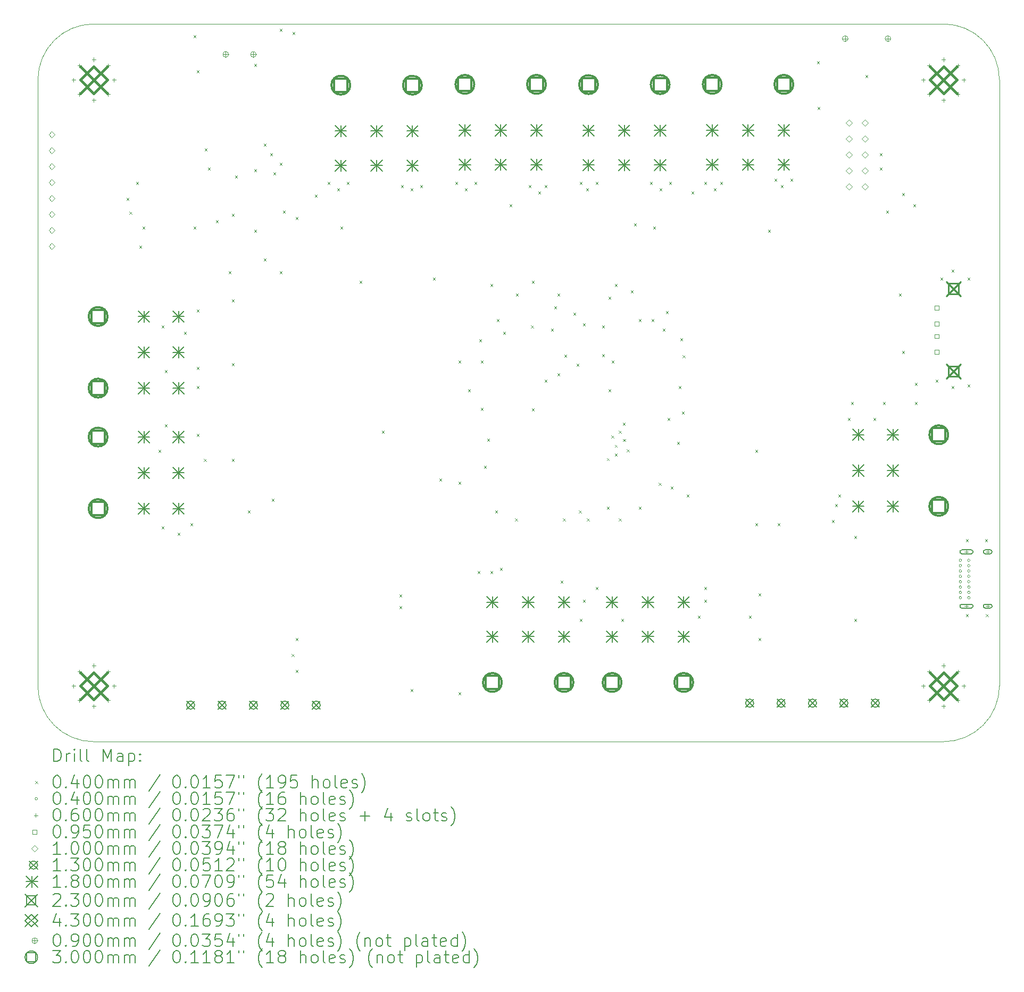
<source format=gbr>
%TF.GenerationSoftware,KiCad,Pcbnew,7.0.7*%
%TF.CreationDate,2024-01-22T22:28:31-06:00*%
%TF.ProjectId,stm32f429z,73746d33-3266-4343-9239-7a2e6b696361,rev?*%
%TF.SameCoordinates,Original*%
%TF.FileFunction,Drillmap*%
%TF.FilePolarity,Positive*%
%FSLAX45Y45*%
G04 Gerber Fmt 4.5, Leading zero omitted, Abs format (unit mm)*
G04 Created by KiCad (PCBNEW 7.0.7) date 2024-01-22 22:28:31*
%MOMM*%
%LPD*%
G01*
G04 APERTURE LIST*
%ADD10C,0.100000*%
%ADD11C,0.200000*%
%ADD12C,0.040000*%
%ADD13C,0.060000*%
%ADD14C,0.095000*%
%ADD15C,0.130000*%
%ADD16C,0.180000*%
%ADD17C,0.230000*%
%ADD18C,0.430000*%
%ADD19C,0.090000*%
%ADD20C,0.300000*%
G04 APERTURE END LIST*
D10*
X7690000Y-15091125D02*
X21215500Y-15091125D01*
X22104500Y-14202125D02*
X22104500Y-4550125D01*
X6800995Y-14202125D02*
G75*
G03*
X7690000Y-15091125I889005J5D01*
G01*
X7690000Y-3661125D02*
G75*
G03*
X6801000Y-4550125I0J-889000D01*
G01*
X21215500Y-3661125D02*
X7690000Y-3661125D01*
X21215500Y-15091125D02*
G75*
G03*
X22104500Y-14202125I0J889000D01*
G01*
X6801000Y-14202125D02*
X6801000Y-4550125D01*
X22104505Y-4550125D02*
G75*
G03*
X21215500Y-3661125I-889005J-5D01*
G01*
D11*
D12*
X8209600Y-6431600D02*
X8249600Y-6471600D01*
X8249600Y-6431600D02*
X8209600Y-6471600D01*
X8254225Y-6647500D02*
X8294225Y-6687500D01*
X8294225Y-6647500D02*
X8254225Y-6687500D01*
X8362000Y-6177600D02*
X8402000Y-6217600D01*
X8402000Y-6177600D02*
X8362000Y-6217600D01*
X8412800Y-7193600D02*
X8452800Y-7233600D01*
X8452800Y-7193600D02*
X8412800Y-7233600D01*
X8463600Y-6888800D02*
X8503600Y-6928800D01*
X8503600Y-6888800D02*
X8463600Y-6928800D01*
X8717600Y-10444800D02*
X8757600Y-10484800D01*
X8757600Y-10444800D02*
X8717600Y-10484800D01*
X8768400Y-8463600D02*
X8808400Y-8503600D01*
X8808400Y-8463600D02*
X8768400Y-8503600D01*
X8768400Y-11664000D02*
X8808400Y-11704000D01*
X8808400Y-11664000D02*
X8768400Y-11704000D01*
X8819200Y-9174800D02*
X8859200Y-9214800D01*
X8859200Y-9174800D02*
X8819200Y-9214800D01*
X8819200Y-10038400D02*
X8859200Y-10078400D01*
X8859200Y-10038400D02*
X8819200Y-10078400D01*
X9022400Y-11765600D02*
X9062400Y-11805600D01*
X9062400Y-11765600D02*
X9022400Y-11805600D01*
X9124000Y-8565200D02*
X9164000Y-8605200D01*
X9164000Y-8565200D02*
X9124000Y-8605200D01*
X9225600Y-11613200D02*
X9265600Y-11653200D01*
X9265600Y-11613200D02*
X9225600Y-11653200D01*
X9276400Y-3840800D02*
X9316400Y-3880800D01*
X9316400Y-3840800D02*
X9276400Y-3880800D01*
X9276400Y-6888800D02*
X9316400Y-6928800D01*
X9316400Y-6888800D02*
X9276400Y-6928800D01*
X9327200Y-4399600D02*
X9367200Y-4439600D01*
X9367200Y-4399600D02*
X9327200Y-4439600D01*
X9327200Y-8209600D02*
X9367200Y-8249600D01*
X9367200Y-8209600D02*
X9327200Y-8249600D01*
X9327200Y-9124000D02*
X9367200Y-9164000D01*
X9367200Y-9124000D02*
X9327200Y-9164000D01*
X9327200Y-9428800D02*
X9367200Y-9468800D01*
X9367200Y-9428800D02*
X9327200Y-9468800D01*
X9327200Y-10190800D02*
X9367200Y-10230800D01*
X9367200Y-10190800D02*
X9327200Y-10230800D01*
X9441500Y-10584500D02*
X9481500Y-10624500D01*
X9481500Y-10584500D02*
X9441500Y-10624500D01*
X9454200Y-5644200D02*
X9494200Y-5684200D01*
X9494200Y-5644200D02*
X9454200Y-5684200D01*
X9505000Y-5949000D02*
X9545000Y-5989000D01*
X9545000Y-5949000D02*
X9505000Y-5989000D01*
X9632000Y-6787200D02*
X9672000Y-6827200D01*
X9672000Y-6787200D02*
X9632000Y-6827200D01*
X9835200Y-7600000D02*
X9875200Y-7640000D01*
X9875200Y-7600000D02*
X9835200Y-7640000D01*
X9886000Y-6685600D02*
X9926000Y-6725600D01*
X9926000Y-6685600D02*
X9886000Y-6725600D01*
X9886000Y-8044500D02*
X9926000Y-8084500D01*
X9926000Y-8044500D02*
X9886000Y-8084500D01*
X9886000Y-9060500D02*
X9926000Y-9100500D01*
X9926000Y-9060500D02*
X9886000Y-9100500D01*
X9886000Y-10584500D02*
X9926000Y-10624500D01*
X9926000Y-10584500D02*
X9886000Y-10624500D01*
X9936800Y-6076000D02*
X9976800Y-6116000D01*
X9976800Y-6076000D02*
X9936800Y-6116000D01*
X10140000Y-11410000D02*
X10180000Y-11450000D01*
X10180000Y-11410000D02*
X10140000Y-11450000D01*
X10241600Y-4298000D02*
X10281600Y-4338000D01*
X10281600Y-4298000D02*
X10241600Y-4338000D01*
X10241600Y-5974400D02*
X10281600Y-6014400D01*
X10281600Y-5974400D02*
X10241600Y-6014400D01*
X10241600Y-6939600D02*
X10281600Y-6979600D01*
X10281600Y-6939600D02*
X10241600Y-6979600D01*
X10394000Y-5568000D02*
X10434000Y-5608000D01*
X10434000Y-5568000D02*
X10394000Y-5608000D01*
X10394000Y-7396800D02*
X10434000Y-7436800D01*
X10434000Y-7396800D02*
X10394000Y-7436800D01*
X10495600Y-5720400D02*
X10535600Y-5760400D01*
X10535600Y-5720400D02*
X10495600Y-5760400D01*
X10521000Y-11219500D02*
X10561000Y-11259500D01*
X10561000Y-11219500D02*
X10521000Y-11259500D01*
X10546400Y-6025200D02*
X10586400Y-6065200D01*
X10586400Y-6025200D02*
X10546400Y-6065200D01*
X10648000Y-3739200D02*
X10688000Y-3779200D01*
X10688000Y-3739200D02*
X10648000Y-3779200D01*
X10648000Y-5872800D02*
X10688000Y-5912800D01*
X10688000Y-5872800D02*
X10648000Y-5912800D01*
X10648000Y-7600000D02*
X10688000Y-7640000D01*
X10688000Y-7600000D02*
X10648000Y-7640000D01*
X10698800Y-6634800D02*
X10738800Y-6674800D01*
X10738800Y-6634800D02*
X10698800Y-6674800D01*
X10838500Y-13696000D02*
X10878500Y-13736000D01*
X10878500Y-13696000D02*
X10838500Y-13736000D01*
X10851200Y-3790000D02*
X10891200Y-3830000D01*
X10891200Y-3790000D02*
X10851200Y-3830000D01*
X10902000Y-6736400D02*
X10942000Y-6776400D01*
X10942000Y-6736400D02*
X10902000Y-6776400D01*
X10902000Y-13442000D02*
X10942000Y-13482000D01*
X10942000Y-13442000D02*
X10902000Y-13482000D01*
X10902000Y-13950000D02*
X10942000Y-13990000D01*
X10942000Y-13950000D02*
X10902000Y-13990000D01*
X11206800Y-6380800D02*
X11246800Y-6420800D01*
X11246800Y-6380800D02*
X11206800Y-6420800D01*
X11410000Y-6177600D02*
X11450000Y-6217600D01*
X11450000Y-6177600D02*
X11410000Y-6217600D01*
X11562400Y-6279200D02*
X11602400Y-6319200D01*
X11602400Y-6279200D02*
X11562400Y-6319200D01*
X11613200Y-6888800D02*
X11653200Y-6928800D01*
X11653200Y-6888800D02*
X11613200Y-6928800D01*
X11714800Y-6177600D02*
X11754800Y-6217600D01*
X11754800Y-6177600D02*
X11714800Y-6217600D01*
X11918000Y-7752400D02*
X11958000Y-7792400D01*
X11958000Y-7752400D02*
X11918000Y-7792400D01*
X12273600Y-10140000D02*
X12313600Y-10180000D01*
X12313600Y-10140000D02*
X12273600Y-10180000D01*
X12553000Y-12743500D02*
X12593000Y-12783500D01*
X12593000Y-12743500D02*
X12553000Y-12783500D01*
X12553000Y-12934000D02*
X12593000Y-12974000D01*
X12593000Y-12934000D02*
X12553000Y-12974000D01*
X12578400Y-6228400D02*
X12618400Y-6268400D01*
X12618400Y-6228400D02*
X12578400Y-6268400D01*
X12730800Y-6279200D02*
X12770800Y-6319200D01*
X12770800Y-6279200D02*
X12730800Y-6319200D01*
X12730800Y-14254800D02*
X12770800Y-14294800D01*
X12770800Y-14254800D02*
X12730800Y-14294800D01*
X12883200Y-6228400D02*
X12923200Y-6268400D01*
X12923200Y-6228400D02*
X12883200Y-6268400D01*
X13086400Y-7701600D02*
X13126400Y-7741600D01*
X13126400Y-7701600D02*
X13086400Y-7741600D01*
X13188000Y-10902000D02*
X13228000Y-10942000D01*
X13228000Y-10902000D02*
X13188000Y-10942000D01*
X13442000Y-6177600D02*
X13482000Y-6217600D01*
X13482000Y-6177600D02*
X13442000Y-6217600D01*
X13492800Y-9022400D02*
X13532800Y-9062400D01*
X13532800Y-9022400D02*
X13492800Y-9062400D01*
X13492800Y-10952800D02*
X13532800Y-10992800D01*
X13532800Y-10952800D02*
X13492800Y-10992800D01*
X13492800Y-14305600D02*
X13532800Y-14345600D01*
X13532800Y-14305600D02*
X13492800Y-14345600D01*
X13594400Y-6279200D02*
X13634400Y-6319200D01*
X13634400Y-6279200D02*
X13594400Y-6319200D01*
X13645200Y-9479600D02*
X13685200Y-9519600D01*
X13685200Y-9479600D02*
X13645200Y-9519600D01*
X13746800Y-6177600D02*
X13786800Y-6217600D01*
X13786800Y-6177600D02*
X13746800Y-6217600D01*
X13797600Y-12375200D02*
X13837600Y-12415200D01*
X13837600Y-12375200D02*
X13797600Y-12415200D01*
X13823000Y-8679500D02*
X13863000Y-8719500D01*
X13863000Y-8679500D02*
X13823000Y-8719500D01*
X13848400Y-9022400D02*
X13888400Y-9062400D01*
X13888400Y-9022400D02*
X13848400Y-9062400D01*
X13848400Y-9775050D02*
X13888400Y-9815050D01*
X13888400Y-9775050D02*
X13848400Y-9815050D01*
X13899200Y-10698800D02*
X13939200Y-10738800D01*
X13939200Y-10698800D02*
X13899200Y-10738800D01*
X13950000Y-10267000D02*
X13990000Y-10307000D01*
X13990000Y-10267000D02*
X13950000Y-10307000D01*
X14000800Y-7803200D02*
X14040800Y-7843200D01*
X14040800Y-7803200D02*
X14000800Y-7843200D01*
X14000800Y-12375200D02*
X14040800Y-12415200D01*
X14040800Y-12375200D02*
X14000800Y-12415200D01*
X14077000Y-11410000D02*
X14117000Y-11450000D01*
X14117000Y-11410000D02*
X14077000Y-11450000D01*
X14102400Y-8362000D02*
X14142400Y-8402000D01*
X14142400Y-8362000D02*
X14102400Y-8402000D01*
X14153200Y-12324400D02*
X14193200Y-12364400D01*
X14193200Y-12324400D02*
X14153200Y-12364400D01*
X14204000Y-8565200D02*
X14244000Y-8605200D01*
X14244000Y-8565200D02*
X14204000Y-8605200D01*
X14305600Y-6533200D02*
X14345600Y-6573200D01*
X14345600Y-6533200D02*
X14305600Y-6573200D01*
X14394500Y-11537000D02*
X14434500Y-11577000D01*
X14434500Y-11537000D02*
X14394500Y-11577000D01*
X14407200Y-7955600D02*
X14447200Y-7995600D01*
X14447200Y-7955600D02*
X14407200Y-7995600D01*
X14610400Y-6228400D02*
X14650400Y-6268400D01*
X14650400Y-6228400D02*
X14610400Y-6268400D01*
X14649550Y-8463600D02*
X14689550Y-8503600D01*
X14689550Y-8463600D02*
X14649550Y-8503600D01*
X14661200Y-7752400D02*
X14701200Y-7792400D01*
X14701200Y-7752400D02*
X14661200Y-7792400D01*
X14661200Y-9784400D02*
X14701200Y-9824400D01*
X14701200Y-9784400D02*
X14661200Y-9824400D01*
X14762800Y-6330000D02*
X14802800Y-6370000D01*
X14802800Y-6330000D02*
X14762800Y-6370000D01*
X14864400Y-6228400D02*
X14904400Y-6268400D01*
X14904400Y-6228400D02*
X14864400Y-6268400D01*
X14864400Y-9327200D02*
X14904400Y-9367200D01*
X14904400Y-9327200D02*
X14864400Y-9367200D01*
X14966000Y-8514400D02*
X15006000Y-8554400D01*
X15006000Y-8514400D02*
X14966000Y-8554400D01*
X15016800Y-8158800D02*
X15056800Y-8198800D01*
X15056800Y-8158800D02*
X15016800Y-8198800D01*
X15067600Y-7955600D02*
X15107600Y-7995600D01*
X15107600Y-7955600D02*
X15067600Y-7995600D01*
X15067600Y-9225600D02*
X15107600Y-9265600D01*
X15107600Y-9225600D02*
X15067600Y-9265600D01*
X15118400Y-12527600D02*
X15158400Y-12567600D01*
X15158400Y-12527600D02*
X15118400Y-12567600D01*
X15156500Y-11537000D02*
X15196500Y-11577000D01*
X15196500Y-11537000D02*
X15156500Y-11577000D01*
X15178875Y-8927500D02*
X15218875Y-8967500D01*
X15218875Y-8927500D02*
X15178875Y-8967500D01*
X15321600Y-8260400D02*
X15361600Y-8300400D01*
X15361600Y-8260400D02*
X15321600Y-8300400D01*
X15372400Y-9073200D02*
X15412400Y-9113200D01*
X15412400Y-9073200D02*
X15372400Y-9113200D01*
X15410500Y-11410000D02*
X15450500Y-11450000D01*
X15450500Y-11410000D02*
X15410500Y-11450000D01*
X15423200Y-6177600D02*
X15463200Y-6217600D01*
X15463200Y-6177600D02*
X15423200Y-6217600D01*
X15423200Y-13137200D02*
X15463200Y-13177200D01*
X15463200Y-13137200D02*
X15423200Y-13177200D01*
X15474000Y-8425500D02*
X15514000Y-8465500D01*
X15514000Y-8425500D02*
X15474000Y-8465500D01*
X15474000Y-12832400D02*
X15514000Y-12872400D01*
X15514000Y-12832400D02*
X15474000Y-12872400D01*
X15524800Y-6279200D02*
X15564800Y-6319200D01*
X15564800Y-6279200D02*
X15524800Y-6319200D01*
X15537500Y-11537000D02*
X15577500Y-11577000D01*
X15577500Y-11537000D02*
X15537500Y-11577000D01*
X15677200Y-6177600D02*
X15717200Y-6217600D01*
X15717200Y-6177600D02*
X15677200Y-6217600D01*
X15677200Y-12629200D02*
X15717200Y-12669200D01*
X15717200Y-12629200D02*
X15677200Y-12669200D01*
X15778800Y-8463600D02*
X15818800Y-8503600D01*
X15818800Y-8463600D02*
X15778800Y-8503600D01*
X15778800Y-8920800D02*
X15818800Y-8960800D01*
X15818800Y-8920800D02*
X15778800Y-8960800D01*
X15855000Y-10575550D02*
X15895000Y-10615550D01*
X15895000Y-10575550D02*
X15855000Y-10615550D01*
X15855000Y-11346500D02*
X15895000Y-11386500D01*
X15895000Y-11346500D02*
X15855000Y-11386500D01*
X15880400Y-8006400D02*
X15920400Y-8046400D01*
X15920400Y-8006400D02*
X15880400Y-8046400D01*
X15880400Y-9479600D02*
X15920400Y-9519600D01*
X15920400Y-9479600D02*
X15880400Y-9519600D01*
X15927450Y-10212450D02*
X15967450Y-10252450D01*
X15967450Y-10212450D02*
X15927450Y-10252450D01*
X15931200Y-9022400D02*
X15971200Y-9062400D01*
X15971200Y-9022400D02*
X15931200Y-9062400D01*
X15982000Y-7803200D02*
X16022000Y-7843200D01*
X16022000Y-7803200D02*
X15982000Y-7843200D01*
X15982000Y-10503100D02*
X16022000Y-10543100D01*
X16022000Y-10503100D02*
X15982000Y-10543100D01*
X15982519Y-10362631D02*
X16022519Y-10402631D01*
X16022519Y-10362631D02*
X15982519Y-10402631D01*
X16045500Y-10140000D02*
X16085500Y-10180000D01*
X16085500Y-10140000D02*
X16045500Y-10180000D01*
X16045500Y-11537000D02*
X16085500Y-11577000D01*
X16085500Y-11537000D02*
X16045500Y-11577000D01*
X16083600Y-13137200D02*
X16123600Y-13177200D01*
X16123600Y-13137200D02*
X16083600Y-13177200D01*
X16109000Y-10013000D02*
X16149000Y-10053000D01*
X16149000Y-10013000D02*
X16109000Y-10053000D01*
X16110849Y-10270030D02*
X16150849Y-10310030D01*
X16150849Y-10270030D02*
X16110849Y-10310030D01*
X16172500Y-10435650D02*
X16212500Y-10475650D01*
X16212500Y-10435650D02*
X16172500Y-10475650D01*
X16236000Y-7904800D02*
X16276000Y-7944800D01*
X16276000Y-7904800D02*
X16236000Y-7944800D01*
X16286800Y-6838000D02*
X16326800Y-6878000D01*
X16326800Y-6838000D02*
X16286800Y-6878000D01*
X16363000Y-8362000D02*
X16403000Y-8402000D01*
X16403000Y-8362000D02*
X16363000Y-8402000D01*
X16363000Y-11346500D02*
X16403000Y-11386500D01*
X16403000Y-11346500D02*
X16363000Y-11386500D01*
X16540800Y-6177600D02*
X16580800Y-6217600D01*
X16580800Y-6177600D02*
X16540800Y-6217600D01*
X16566200Y-8362000D02*
X16606200Y-8402000D01*
X16606200Y-8362000D02*
X16566200Y-8402000D01*
X16591600Y-6888800D02*
X16631600Y-6928800D01*
X16631600Y-6888800D02*
X16591600Y-6928800D01*
X16680500Y-10965500D02*
X16720500Y-11005500D01*
X16720500Y-10965500D02*
X16680500Y-11005500D01*
X16693200Y-6279200D02*
X16733200Y-6319200D01*
X16733200Y-6279200D02*
X16693200Y-6319200D01*
X16743570Y-8513970D02*
X16783570Y-8553970D01*
X16783570Y-8513970D02*
X16743570Y-8553970D01*
X16794800Y-8235000D02*
X16834800Y-8275000D01*
X16834800Y-8235000D02*
X16794800Y-8275000D01*
X16820200Y-9936800D02*
X16860200Y-9976800D01*
X16860200Y-9936800D02*
X16820200Y-9976800D01*
X16845600Y-6177600D02*
X16885600Y-6217600D01*
X16885600Y-6177600D02*
X16845600Y-6217600D01*
X16871000Y-11029000D02*
X16911000Y-11069000D01*
X16911000Y-11029000D02*
X16871000Y-11069000D01*
X16972600Y-10317800D02*
X17012600Y-10357800D01*
X17012600Y-10317800D02*
X16972600Y-10357800D01*
X16998000Y-9428800D02*
X17038000Y-9468800D01*
X17038000Y-9428800D02*
X16998000Y-9468800D01*
X17023400Y-8666800D02*
X17063400Y-8706800D01*
X17063400Y-8666800D02*
X17023400Y-8706800D01*
X17048800Y-9835200D02*
X17088800Y-9875200D01*
X17088800Y-9835200D02*
X17048800Y-9875200D01*
X17061500Y-8933500D02*
X17101500Y-8973500D01*
X17101500Y-8933500D02*
X17061500Y-8973500D01*
X17125000Y-11156000D02*
X17165000Y-11196000D01*
X17165000Y-11156000D02*
X17125000Y-11196000D01*
X17201200Y-6330000D02*
X17241200Y-6370000D01*
X17241200Y-6330000D02*
X17201200Y-6370000D01*
X17302800Y-13086400D02*
X17342800Y-13126400D01*
X17342800Y-13086400D02*
X17302800Y-13126400D01*
X17404400Y-6177600D02*
X17444400Y-6217600D01*
X17444400Y-6177600D02*
X17404400Y-6217600D01*
X17404400Y-12629200D02*
X17444400Y-12669200D01*
X17444400Y-12629200D02*
X17404400Y-12669200D01*
X17404400Y-12832400D02*
X17444400Y-12872400D01*
X17444400Y-12832400D02*
X17404400Y-12872400D01*
X17556800Y-6279200D02*
X17596800Y-6319200D01*
X17596800Y-6279200D02*
X17556800Y-6319200D01*
X17658400Y-6177600D02*
X17698400Y-6217600D01*
X17698400Y-6177600D02*
X17658400Y-6217600D01*
X18115600Y-13086400D02*
X18155600Y-13126400D01*
X18155600Y-13086400D02*
X18115600Y-13126400D01*
X18217200Y-10444800D02*
X18257200Y-10484800D01*
X18257200Y-10444800D02*
X18217200Y-10484800D01*
X18217200Y-11613200D02*
X18257200Y-11653200D01*
X18257200Y-11613200D02*
X18217200Y-11653200D01*
X18268000Y-12730800D02*
X18308000Y-12770800D01*
X18308000Y-12730800D02*
X18268000Y-12770800D01*
X18268000Y-13442000D02*
X18308000Y-13482000D01*
X18308000Y-13442000D02*
X18268000Y-13482000D01*
X18420400Y-6939600D02*
X18460400Y-6979600D01*
X18460400Y-6939600D02*
X18420400Y-6979600D01*
X18522000Y-6126800D02*
X18562000Y-6166800D01*
X18562000Y-6126800D02*
X18522000Y-6166800D01*
X18572800Y-11613200D02*
X18612800Y-11653200D01*
X18612800Y-11613200D02*
X18572800Y-11653200D01*
X18623600Y-6228400D02*
X18663600Y-6268400D01*
X18663600Y-6228400D02*
X18623600Y-6268400D01*
X18776000Y-6126800D02*
X18816000Y-6166800D01*
X18816000Y-6126800D02*
X18776000Y-6166800D01*
X19200180Y-4254820D02*
X19240180Y-4294820D01*
X19240180Y-4254820D02*
X19200180Y-4294820D01*
X19207800Y-4983800D02*
X19247800Y-5023800D01*
X19247800Y-4983800D02*
X19207800Y-5023800D01*
X19436400Y-11562400D02*
X19476400Y-11602400D01*
X19476400Y-11562400D02*
X19436400Y-11602400D01*
X19487200Y-11308400D02*
X19527200Y-11348400D01*
X19527200Y-11308400D02*
X19487200Y-11348400D01*
X19538000Y-11156000D02*
X19578000Y-11196000D01*
X19578000Y-11156000D02*
X19538000Y-11196000D01*
X19690400Y-9936800D02*
X19730400Y-9976800D01*
X19730400Y-9936800D02*
X19690400Y-9976800D01*
X19741200Y-9682800D02*
X19781200Y-9722800D01*
X19781200Y-9682800D02*
X19741200Y-9722800D01*
X19792000Y-11816400D02*
X19832000Y-11856400D01*
X19832000Y-11816400D02*
X19792000Y-11856400D01*
X19792000Y-13137200D02*
X19832000Y-13177200D01*
X19832000Y-13137200D02*
X19792000Y-13177200D01*
X19969800Y-4475800D02*
X20009800Y-4515800D01*
X20009800Y-4475800D02*
X19969800Y-4515800D01*
X20096800Y-9936800D02*
X20136800Y-9976800D01*
X20136800Y-9936800D02*
X20096800Y-9976800D01*
X20198400Y-5720400D02*
X20238400Y-5760400D01*
X20238400Y-5720400D02*
X20198400Y-5760400D01*
X20198400Y-5949000D02*
X20238400Y-5989000D01*
X20238400Y-5949000D02*
X20198400Y-5989000D01*
X20249200Y-9682800D02*
X20289200Y-9722800D01*
X20289200Y-9682800D02*
X20249200Y-9722800D01*
X20300000Y-6634800D02*
X20340000Y-6674800D01*
X20340000Y-6634800D02*
X20300000Y-6674800D01*
X20503200Y-7955600D02*
X20543200Y-7995600D01*
X20543200Y-7955600D02*
X20503200Y-7995600D01*
X20554000Y-6355400D02*
X20594000Y-6395400D01*
X20594000Y-6355400D02*
X20554000Y-6395400D01*
X20554000Y-8870000D02*
X20594000Y-8910000D01*
X20594000Y-8870000D02*
X20554000Y-8910000D01*
X20731800Y-6533200D02*
X20771800Y-6573200D01*
X20771800Y-6533200D02*
X20731800Y-6573200D01*
X20757200Y-9378000D02*
X20797200Y-9418000D01*
X20797200Y-9378000D02*
X20757200Y-9418000D01*
X20757200Y-9682800D02*
X20797200Y-9722800D01*
X20797200Y-9682800D02*
X20757200Y-9722800D01*
X21087400Y-9327200D02*
X21127400Y-9367200D01*
X21127400Y-9327200D02*
X21087400Y-9367200D01*
X21163600Y-7701600D02*
X21203600Y-7741600D01*
X21203600Y-7701600D02*
X21163600Y-7741600D01*
X21341400Y-7574600D02*
X21381400Y-7614600D01*
X21381400Y-7574600D02*
X21341400Y-7614600D01*
X21341400Y-9428800D02*
X21381400Y-9468800D01*
X21381400Y-9428800D02*
X21341400Y-9468800D01*
X21570000Y-11867200D02*
X21610000Y-11907200D01*
X21610000Y-11867200D02*
X21570000Y-11907200D01*
X21570000Y-13061000D02*
X21610000Y-13101000D01*
X21610000Y-13061000D02*
X21570000Y-13101000D01*
X21595400Y-7701600D02*
X21635400Y-7741600D01*
X21635400Y-7701600D02*
X21595400Y-7741600D01*
X21595400Y-9403400D02*
X21635400Y-9443400D01*
X21635400Y-9403400D02*
X21595400Y-9443400D01*
X21874800Y-11867200D02*
X21914800Y-11907200D01*
X21914800Y-11867200D02*
X21874800Y-11907200D01*
X21887500Y-13061000D02*
X21927500Y-13101000D01*
X21927500Y-13061000D02*
X21887500Y-13101000D01*
X21502500Y-12202500D02*
G75*
G03*
X21502500Y-12202500I-20000J0D01*
G01*
X21502500Y-12287500D02*
G75*
G03*
X21502500Y-12287500I-20000J0D01*
G01*
X21502500Y-12372500D02*
G75*
G03*
X21502500Y-12372500I-20000J0D01*
G01*
X21502500Y-12457500D02*
G75*
G03*
X21502500Y-12457500I-20000J0D01*
G01*
X21502500Y-12542500D02*
G75*
G03*
X21502500Y-12542500I-20000J0D01*
G01*
X21502500Y-12627500D02*
G75*
G03*
X21502500Y-12627500I-20000J0D01*
G01*
X21502500Y-12712500D02*
G75*
G03*
X21502500Y-12712500I-20000J0D01*
G01*
X21502500Y-12797500D02*
G75*
G03*
X21502500Y-12797500I-20000J0D01*
G01*
X21637500Y-12202500D02*
G75*
G03*
X21637500Y-12202500I-20000J0D01*
G01*
X21637500Y-12287500D02*
G75*
G03*
X21637500Y-12287500I-20000J0D01*
G01*
X21637500Y-12372500D02*
G75*
G03*
X21637500Y-12372500I-20000J0D01*
G01*
X21637500Y-12457500D02*
G75*
G03*
X21637500Y-12457500I-20000J0D01*
G01*
X21637500Y-12542500D02*
G75*
G03*
X21637500Y-12542500I-20000J0D01*
G01*
X21637500Y-12627500D02*
G75*
G03*
X21637500Y-12627500I-20000J0D01*
G01*
X21637500Y-12712500D02*
G75*
G03*
X21637500Y-12712500I-20000J0D01*
G01*
X21637500Y-12797500D02*
G75*
G03*
X21637500Y-12797500I-20000J0D01*
G01*
D13*
X7367500Y-4520125D02*
X7367500Y-4580125D01*
X7337500Y-4550125D02*
X7397500Y-4550125D01*
X7367500Y-14172125D02*
X7367500Y-14232125D01*
X7337500Y-14202125D02*
X7397500Y-14202125D01*
X7461958Y-4292083D02*
X7461958Y-4352083D01*
X7431958Y-4322083D02*
X7491958Y-4322083D01*
X7461958Y-4748167D02*
X7461958Y-4808167D01*
X7431958Y-4778167D02*
X7491958Y-4778167D01*
X7461958Y-13944083D02*
X7461958Y-14004083D01*
X7431958Y-13974083D02*
X7491958Y-13974083D01*
X7461958Y-14400167D02*
X7461958Y-14460167D01*
X7431958Y-14430167D02*
X7491958Y-14430167D01*
X7690000Y-4197625D02*
X7690000Y-4257625D01*
X7660000Y-4227625D02*
X7720000Y-4227625D01*
X7690000Y-4842625D02*
X7690000Y-4902625D01*
X7660000Y-4872625D02*
X7720000Y-4872625D01*
X7690000Y-13849625D02*
X7690000Y-13909625D01*
X7660000Y-13879625D02*
X7720000Y-13879625D01*
X7690000Y-14494625D02*
X7690000Y-14554625D01*
X7660000Y-14524625D02*
X7720000Y-14524625D01*
X7918042Y-4292083D02*
X7918042Y-4352083D01*
X7888042Y-4322083D02*
X7948042Y-4322083D01*
X7918042Y-4748167D02*
X7918042Y-4808167D01*
X7888042Y-4778167D02*
X7948042Y-4778167D01*
X7918042Y-13944083D02*
X7918042Y-14004083D01*
X7888042Y-13974083D02*
X7948042Y-13974083D01*
X7918042Y-14400167D02*
X7918042Y-14460167D01*
X7888042Y-14430167D02*
X7948042Y-14430167D01*
X8012500Y-4520125D02*
X8012500Y-4580125D01*
X7982500Y-4550125D02*
X8042500Y-4550125D01*
X8012500Y-14172125D02*
X8012500Y-14232125D01*
X7982500Y-14202125D02*
X8042500Y-14202125D01*
X20893000Y-4520125D02*
X20893000Y-4580125D01*
X20863000Y-4550125D02*
X20923000Y-4550125D01*
X20893000Y-14172125D02*
X20893000Y-14232125D01*
X20863000Y-14202125D02*
X20923000Y-14202125D01*
X20987458Y-4292083D02*
X20987458Y-4352083D01*
X20957458Y-4322083D02*
X21017458Y-4322083D01*
X20987458Y-4748167D02*
X20987458Y-4808167D01*
X20957458Y-4778167D02*
X21017458Y-4778167D01*
X20987458Y-13944083D02*
X20987458Y-14004083D01*
X20957458Y-13974083D02*
X21017458Y-13974083D01*
X20987458Y-14400167D02*
X20987458Y-14460167D01*
X20957458Y-14430167D02*
X21017458Y-14430167D01*
X21215500Y-4197625D02*
X21215500Y-4257625D01*
X21185500Y-4227625D02*
X21245500Y-4227625D01*
X21215500Y-4842625D02*
X21215500Y-4902625D01*
X21185500Y-4872625D02*
X21245500Y-4872625D01*
X21215500Y-13849625D02*
X21215500Y-13909625D01*
X21185500Y-13879625D02*
X21245500Y-13879625D01*
X21215500Y-14494625D02*
X21215500Y-14554625D01*
X21185500Y-14524625D02*
X21245500Y-14524625D01*
X21443542Y-4292083D02*
X21443542Y-4352083D01*
X21413542Y-4322083D02*
X21473542Y-4322083D01*
X21443542Y-4748167D02*
X21443542Y-4808167D01*
X21413542Y-4778167D02*
X21473542Y-4778167D01*
X21443542Y-13944083D02*
X21443542Y-14004083D01*
X21413542Y-13974083D02*
X21473542Y-13974083D01*
X21443542Y-14400167D02*
X21443542Y-14460167D01*
X21413542Y-14430167D02*
X21473542Y-14430167D01*
X21538000Y-4520125D02*
X21538000Y-4580125D01*
X21508000Y-4550125D02*
X21568000Y-4550125D01*
X21538000Y-14172125D02*
X21538000Y-14232125D01*
X21508000Y-14202125D02*
X21568000Y-14202125D01*
X21580500Y-12037500D02*
X21580500Y-12097500D01*
X21550500Y-12067500D02*
X21610500Y-12067500D01*
D11*
X21505500Y-12097500D02*
X21655500Y-12097500D01*
X21655500Y-12097500D02*
G75*
G03*
X21655500Y-12037500I0J30000D01*
G01*
X21655500Y-12037500D02*
X21505500Y-12037500D01*
X21505500Y-12037500D02*
G75*
G03*
X21505500Y-12097500I0J-30000D01*
G01*
D13*
X21580500Y-12902500D02*
X21580500Y-12962500D01*
X21550500Y-12932500D02*
X21610500Y-12932500D01*
D11*
X21505500Y-12962500D02*
X21655500Y-12962500D01*
X21655500Y-12962500D02*
G75*
G03*
X21655500Y-12902500I0J30000D01*
G01*
X21655500Y-12902500D02*
X21505500Y-12902500D01*
X21505500Y-12902500D02*
G75*
G03*
X21505500Y-12962500I0J-30000D01*
G01*
D13*
X21918500Y-12037500D02*
X21918500Y-12097500D01*
X21888500Y-12067500D02*
X21948500Y-12067500D01*
D11*
X21878500Y-12097500D02*
X21958500Y-12097500D01*
X21958500Y-12097500D02*
G75*
G03*
X21958500Y-12037500I0J30000D01*
G01*
X21958500Y-12037500D02*
X21878500Y-12037500D01*
X21878500Y-12037500D02*
G75*
G03*
X21878500Y-12097500I0J-30000D01*
G01*
D13*
X21918500Y-12902500D02*
X21918500Y-12962500D01*
X21888500Y-12932500D02*
X21948500Y-12932500D01*
D11*
X21878500Y-12962500D02*
X21958500Y-12962500D01*
X21958500Y-12962500D02*
G75*
G03*
X21958500Y-12902500I0J30000D01*
G01*
X21958500Y-12902500D02*
X21878500Y-12902500D01*
X21878500Y-12902500D02*
G75*
G03*
X21878500Y-12962500I0J-30000D01*
G01*
D14*
X21138388Y-8217988D02*
X21138388Y-8150812D01*
X21071212Y-8150812D01*
X21071212Y-8217988D01*
X21138388Y-8217988D01*
X21138388Y-8467988D02*
X21138388Y-8400812D01*
X21071212Y-8400812D01*
X21071212Y-8467988D01*
X21138388Y-8467988D01*
X21138388Y-8667988D02*
X21138388Y-8600812D01*
X21071212Y-8600812D01*
X21071212Y-8667988D01*
X21138388Y-8667988D01*
X21138388Y-8917988D02*
X21138388Y-8850812D01*
X21071212Y-8850812D01*
X21071212Y-8917988D01*
X21138388Y-8917988D01*
D10*
X7023250Y-5473250D02*
X7073250Y-5423250D01*
X7023250Y-5373250D01*
X6973250Y-5423250D01*
X7023250Y-5473250D01*
X7023250Y-5727250D02*
X7073250Y-5677250D01*
X7023250Y-5627250D01*
X6973250Y-5677250D01*
X7023250Y-5727250D01*
X7023250Y-5981250D02*
X7073250Y-5931250D01*
X7023250Y-5881250D01*
X6973250Y-5931250D01*
X7023250Y-5981250D01*
X7023250Y-6235250D02*
X7073250Y-6185250D01*
X7023250Y-6135250D01*
X6973250Y-6185250D01*
X7023250Y-6235250D01*
X7023250Y-6489250D02*
X7073250Y-6439250D01*
X7023250Y-6389250D01*
X6973250Y-6439250D01*
X7023250Y-6489250D01*
X7023250Y-6743250D02*
X7073250Y-6693250D01*
X7023250Y-6643250D01*
X6973250Y-6693250D01*
X7023250Y-6743250D01*
X7023250Y-6997250D02*
X7073250Y-6947250D01*
X7023250Y-6897250D01*
X6973250Y-6947250D01*
X7023250Y-6997250D01*
X7023250Y-7251250D02*
X7073250Y-7201250D01*
X7023250Y-7151250D01*
X6973250Y-7201250D01*
X7023250Y-7251250D01*
X19707375Y-5282750D02*
X19757375Y-5232750D01*
X19707375Y-5182750D01*
X19657375Y-5232750D01*
X19707375Y-5282750D01*
X19707375Y-5536750D02*
X19757375Y-5486750D01*
X19707375Y-5436750D01*
X19657375Y-5486750D01*
X19707375Y-5536750D01*
X19707375Y-5790750D02*
X19757375Y-5740750D01*
X19707375Y-5690750D01*
X19657375Y-5740750D01*
X19707375Y-5790750D01*
X19707375Y-6044750D02*
X19757375Y-5994750D01*
X19707375Y-5944750D01*
X19657375Y-5994750D01*
X19707375Y-6044750D01*
X19707375Y-6298750D02*
X19757375Y-6248750D01*
X19707375Y-6198750D01*
X19657375Y-6248750D01*
X19707375Y-6298750D01*
X19961375Y-5282750D02*
X20011375Y-5232750D01*
X19961375Y-5182750D01*
X19911375Y-5232750D01*
X19961375Y-5282750D01*
X19961375Y-5536750D02*
X20011375Y-5486750D01*
X19961375Y-5436750D01*
X19911375Y-5486750D01*
X19961375Y-5536750D01*
X19961375Y-5790750D02*
X20011375Y-5740750D01*
X19961375Y-5690750D01*
X19911375Y-5740750D01*
X19961375Y-5790750D01*
X19961375Y-6044750D02*
X20011375Y-5994750D01*
X19961375Y-5944750D01*
X19911375Y-5994750D01*
X19961375Y-6044750D01*
X19961375Y-6298750D02*
X20011375Y-6248750D01*
X19961375Y-6198750D01*
X19911375Y-6248750D01*
X19961375Y-6298750D01*
D15*
X9166500Y-14443500D02*
X9296500Y-14573500D01*
X9296500Y-14443500D02*
X9166500Y-14573500D01*
X9296500Y-14508500D02*
G75*
G03*
X9296500Y-14508500I-65000J0D01*
G01*
X9666500Y-14443500D02*
X9796500Y-14573500D01*
X9796500Y-14443500D02*
X9666500Y-14573500D01*
X9796500Y-14508500D02*
G75*
G03*
X9796500Y-14508500I-65000J0D01*
G01*
X10166500Y-14443500D02*
X10296500Y-14573500D01*
X10296500Y-14443500D02*
X10166500Y-14573500D01*
X10296500Y-14508500D02*
G75*
G03*
X10296500Y-14508500I-65000J0D01*
G01*
X10666500Y-14443500D02*
X10796500Y-14573500D01*
X10796500Y-14443500D02*
X10666500Y-14573500D01*
X10796500Y-14508500D02*
G75*
G03*
X10796500Y-14508500I-65000J0D01*
G01*
X11166500Y-14443500D02*
X11296500Y-14573500D01*
X11296500Y-14443500D02*
X11166500Y-14573500D01*
X11296500Y-14508500D02*
G75*
G03*
X11296500Y-14508500I-65000J0D01*
G01*
X18064500Y-14413000D02*
X18194500Y-14543000D01*
X18194500Y-14413000D02*
X18064500Y-14543000D01*
X18194500Y-14478000D02*
G75*
G03*
X18194500Y-14478000I-65000J0D01*
G01*
X18564500Y-14413000D02*
X18694500Y-14543000D01*
X18694500Y-14413000D02*
X18564500Y-14543000D01*
X18694500Y-14478000D02*
G75*
G03*
X18694500Y-14478000I-65000J0D01*
G01*
X19064500Y-14413000D02*
X19194500Y-14543000D01*
X19194500Y-14413000D02*
X19064500Y-14543000D01*
X19194500Y-14478000D02*
G75*
G03*
X19194500Y-14478000I-65000J0D01*
G01*
X19564500Y-14413000D02*
X19694500Y-14543000D01*
X19694500Y-14413000D02*
X19564500Y-14543000D01*
X19694500Y-14478000D02*
G75*
G03*
X19694500Y-14478000I-65000J0D01*
G01*
X20064500Y-14413000D02*
X20194500Y-14543000D01*
X20194500Y-14413000D02*
X20064500Y-14543000D01*
X20194500Y-14478000D02*
G75*
G03*
X20194500Y-14478000I-65000J0D01*
G01*
D16*
X8399500Y-8230000D02*
X8579500Y-8410000D01*
X8579500Y-8230000D02*
X8399500Y-8410000D01*
X8489500Y-8230000D02*
X8489500Y-8410000D01*
X8399500Y-8320000D02*
X8579500Y-8320000D01*
X8399500Y-8800000D02*
X8579500Y-8980000D01*
X8579500Y-8800000D02*
X8399500Y-8980000D01*
X8489500Y-8800000D02*
X8489500Y-8980000D01*
X8399500Y-8890000D02*
X8579500Y-8890000D01*
X8399500Y-9370000D02*
X8579500Y-9550000D01*
X8579500Y-9370000D02*
X8399500Y-9550000D01*
X8489500Y-9370000D02*
X8489500Y-9550000D01*
X8399500Y-9460000D02*
X8579500Y-9460000D01*
X8399500Y-10149375D02*
X8579500Y-10329375D01*
X8579500Y-10149375D02*
X8399500Y-10329375D01*
X8489500Y-10149375D02*
X8489500Y-10329375D01*
X8399500Y-10239375D02*
X8579500Y-10239375D01*
X8399500Y-10719375D02*
X8579500Y-10899375D01*
X8579500Y-10719375D02*
X8399500Y-10899375D01*
X8489500Y-10719375D02*
X8489500Y-10899375D01*
X8399500Y-10809375D02*
X8579500Y-10809375D01*
X8399500Y-11289375D02*
X8579500Y-11469375D01*
X8579500Y-11289375D02*
X8399500Y-11469375D01*
X8489500Y-11289375D02*
X8489500Y-11469375D01*
X8399500Y-11379375D02*
X8579500Y-11379375D01*
X8949500Y-8230000D02*
X9129500Y-8410000D01*
X9129500Y-8230000D02*
X8949500Y-8410000D01*
X9039500Y-8230000D02*
X9039500Y-8410000D01*
X8949500Y-8320000D02*
X9129500Y-8320000D01*
X8949500Y-8800000D02*
X9129500Y-8980000D01*
X9129500Y-8800000D02*
X8949500Y-8980000D01*
X9039500Y-8800000D02*
X9039500Y-8980000D01*
X8949500Y-8890000D02*
X9129500Y-8890000D01*
X8949500Y-9370000D02*
X9129500Y-9550000D01*
X9129500Y-9370000D02*
X8949500Y-9550000D01*
X9039500Y-9370000D02*
X9039500Y-9550000D01*
X8949500Y-9460000D02*
X9129500Y-9460000D01*
X8949500Y-10149375D02*
X9129500Y-10329375D01*
X9129500Y-10149375D02*
X8949500Y-10329375D01*
X9039500Y-10149375D02*
X9039500Y-10329375D01*
X8949500Y-10239375D02*
X9129500Y-10239375D01*
X8949500Y-10719375D02*
X9129500Y-10899375D01*
X9129500Y-10719375D02*
X8949500Y-10899375D01*
X9039500Y-10719375D02*
X9039500Y-10899375D01*
X8949500Y-10809375D02*
X9129500Y-10809375D01*
X8949500Y-11289375D02*
X9129500Y-11469375D01*
X9129500Y-11289375D02*
X8949500Y-11469375D01*
X9039500Y-11289375D02*
X9039500Y-11469375D01*
X8949500Y-11379375D02*
X9129500Y-11379375D01*
X11532000Y-5275500D02*
X11712000Y-5455500D01*
X11712000Y-5275500D02*
X11532000Y-5455500D01*
X11622000Y-5275500D02*
X11622000Y-5455500D01*
X11532000Y-5365500D02*
X11712000Y-5365500D01*
X11532000Y-5825500D02*
X11712000Y-6005500D01*
X11712000Y-5825500D02*
X11532000Y-6005500D01*
X11622000Y-5825500D02*
X11622000Y-6005500D01*
X11532000Y-5915500D02*
X11712000Y-5915500D01*
X12102000Y-5275500D02*
X12282000Y-5455500D01*
X12282000Y-5275500D02*
X12102000Y-5455500D01*
X12192000Y-5275500D02*
X12192000Y-5455500D01*
X12102000Y-5365500D02*
X12282000Y-5365500D01*
X12102000Y-5825500D02*
X12282000Y-6005500D01*
X12282000Y-5825500D02*
X12102000Y-6005500D01*
X12192000Y-5825500D02*
X12192000Y-6005500D01*
X12102000Y-5915500D02*
X12282000Y-5915500D01*
X12672000Y-5275500D02*
X12852000Y-5455500D01*
X12852000Y-5275500D02*
X12672000Y-5455500D01*
X12762000Y-5275500D02*
X12762000Y-5455500D01*
X12672000Y-5365500D02*
X12852000Y-5365500D01*
X12672000Y-5825500D02*
X12852000Y-6005500D01*
X12852000Y-5825500D02*
X12672000Y-6005500D01*
X12762000Y-5825500D02*
X12762000Y-6005500D01*
X12672000Y-5915500D02*
X12852000Y-5915500D01*
X13507000Y-5262750D02*
X13687000Y-5442750D01*
X13687000Y-5262750D02*
X13507000Y-5442750D01*
X13597000Y-5262750D02*
X13597000Y-5442750D01*
X13507000Y-5352750D02*
X13687000Y-5352750D01*
X13507000Y-5812750D02*
X13687000Y-5992750D01*
X13687000Y-5812750D02*
X13507000Y-5992750D01*
X13597000Y-5812750D02*
X13597000Y-5992750D01*
X13507000Y-5902750D02*
X13687000Y-5902750D01*
X13945000Y-12778000D02*
X14125000Y-12958000D01*
X14125000Y-12778000D02*
X13945000Y-12958000D01*
X14035000Y-12778000D02*
X14035000Y-12958000D01*
X13945000Y-12868000D02*
X14125000Y-12868000D01*
X13945000Y-13328000D02*
X14125000Y-13508000D01*
X14125000Y-13328000D02*
X13945000Y-13508000D01*
X14035000Y-13328000D02*
X14035000Y-13508000D01*
X13945000Y-13418000D02*
X14125000Y-13418000D01*
X14077000Y-5262750D02*
X14257000Y-5442750D01*
X14257000Y-5262750D02*
X14077000Y-5442750D01*
X14167000Y-5262750D02*
X14167000Y-5442750D01*
X14077000Y-5352750D02*
X14257000Y-5352750D01*
X14077000Y-5812750D02*
X14257000Y-5992750D01*
X14257000Y-5812750D02*
X14077000Y-5992750D01*
X14167000Y-5812750D02*
X14167000Y-5992750D01*
X14077000Y-5902750D02*
X14257000Y-5902750D01*
X14515000Y-12778000D02*
X14695000Y-12958000D01*
X14695000Y-12778000D02*
X14515000Y-12958000D01*
X14605000Y-12778000D02*
X14605000Y-12958000D01*
X14515000Y-12868000D02*
X14695000Y-12868000D01*
X14515000Y-13328000D02*
X14695000Y-13508000D01*
X14695000Y-13328000D02*
X14515000Y-13508000D01*
X14605000Y-13328000D02*
X14605000Y-13508000D01*
X14515000Y-13418000D02*
X14695000Y-13418000D01*
X14647000Y-5262750D02*
X14827000Y-5442750D01*
X14827000Y-5262750D02*
X14647000Y-5442750D01*
X14737000Y-5262750D02*
X14737000Y-5442750D01*
X14647000Y-5352750D02*
X14827000Y-5352750D01*
X14647000Y-5812750D02*
X14827000Y-5992750D01*
X14827000Y-5812750D02*
X14647000Y-5992750D01*
X14737000Y-5812750D02*
X14737000Y-5992750D01*
X14647000Y-5902750D02*
X14827000Y-5902750D01*
X15085000Y-12778000D02*
X15265000Y-12958000D01*
X15265000Y-12778000D02*
X15085000Y-12958000D01*
X15175000Y-12778000D02*
X15175000Y-12958000D01*
X15085000Y-12868000D02*
X15265000Y-12868000D01*
X15085000Y-13328000D02*
X15265000Y-13508000D01*
X15265000Y-13328000D02*
X15085000Y-13508000D01*
X15175000Y-13328000D02*
X15175000Y-13508000D01*
X15085000Y-13418000D02*
X15265000Y-13418000D01*
X15475500Y-5266125D02*
X15655500Y-5446125D01*
X15655500Y-5266125D02*
X15475500Y-5446125D01*
X15565500Y-5266125D02*
X15565500Y-5446125D01*
X15475500Y-5356125D02*
X15655500Y-5356125D01*
X15475500Y-5816125D02*
X15655500Y-5996125D01*
X15655500Y-5816125D02*
X15475500Y-5996125D01*
X15565500Y-5816125D02*
X15565500Y-5996125D01*
X15475500Y-5906125D02*
X15655500Y-5906125D01*
X15850000Y-12778000D02*
X16030000Y-12958000D01*
X16030000Y-12778000D02*
X15850000Y-12958000D01*
X15940000Y-12778000D02*
X15940000Y-12958000D01*
X15850000Y-12868000D02*
X16030000Y-12868000D01*
X15850000Y-13328000D02*
X16030000Y-13508000D01*
X16030000Y-13328000D02*
X15850000Y-13508000D01*
X15940000Y-13328000D02*
X15940000Y-13508000D01*
X15850000Y-13418000D02*
X16030000Y-13418000D01*
X16045500Y-5266125D02*
X16225500Y-5446125D01*
X16225500Y-5266125D02*
X16045500Y-5446125D01*
X16135500Y-5266125D02*
X16135500Y-5446125D01*
X16045500Y-5356125D02*
X16225500Y-5356125D01*
X16045500Y-5816125D02*
X16225500Y-5996125D01*
X16225500Y-5816125D02*
X16045500Y-5996125D01*
X16135500Y-5816125D02*
X16135500Y-5996125D01*
X16045500Y-5906125D02*
X16225500Y-5906125D01*
X16420000Y-12778000D02*
X16600000Y-12958000D01*
X16600000Y-12778000D02*
X16420000Y-12958000D01*
X16510000Y-12778000D02*
X16510000Y-12958000D01*
X16420000Y-12868000D02*
X16600000Y-12868000D01*
X16420000Y-13328000D02*
X16600000Y-13508000D01*
X16600000Y-13328000D02*
X16420000Y-13508000D01*
X16510000Y-13328000D02*
X16510000Y-13508000D01*
X16420000Y-13418000D02*
X16600000Y-13418000D01*
X16615500Y-5266125D02*
X16795500Y-5446125D01*
X16795500Y-5266125D02*
X16615500Y-5446125D01*
X16705500Y-5266125D02*
X16705500Y-5446125D01*
X16615500Y-5356125D02*
X16795500Y-5356125D01*
X16615500Y-5816125D02*
X16795500Y-5996125D01*
X16795500Y-5816125D02*
X16615500Y-5996125D01*
X16705500Y-5816125D02*
X16705500Y-5996125D01*
X16615500Y-5906125D02*
X16795500Y-5906125D01*
X16990000Y-12778000D02*
X17170000Y-12958000D01*
X17170000Y-12778000D02*
X16990000Y-12958000D01*
X17080000Y-12778000D02*
X17080000Y-12958000D01*
X16990000Y-12868000D02*
X17170000Y-12868000D01*
X16990000Y-13328000D02*
X17170000Y-13508000D01*
X17170000Y-13328000D02*
X16990000Y-13508000D01*
X17080000Y-13328000D02*
X17080000Y-13508000D01*
X16990000Y-13418000D02*
X17170000Y-13418000D01*
X17444000Y-5262750D02*
X17624000Y-5442750D01*
X17624000Y-5262750D02*
X17444000Y-5442750D01*
X17534000Y-5262750D02*
X17534000Y-5442750D01*
X17444000Y-5352750D02*
X17624000Y-5352750D01*
X17444000Y-5812750D02*
X17624000Y-5992750D01*
X17624000Y-5812750D02*
X17444000Y-5992750D01*
X17534000Y-5812750D02*
X17534000Y-5992750D01*
X17444000Y-5902750D02*
X17624000Y-5902750D01*
X18014000Y-5262750D02*
X18194000Y-5442750D01*
X18194000Y-5262750D02*
X18014000Y-5442750D01*
X18104000Y-5262750D02*
X18104000Y-5442750D01*
X18014000Y-5352750D02*
X18194000Y-5352750D01*
X18014000Y-5812750D02*
X18194000Y-5992750D01*
X18194000Y-5812750D02*
X18014000Y-5992750D01*
X18104000Y-5812750D02*
X18104000Y-5992750D01*
X18014000Y-5902750D02*
X18194000Y-5902750D01*
X18584000Y-5262750D02*
X18764000Y-5442750D01*
X18764000Y-5262750D02*
X18584000Y-5442750D01*
X18674000Y-5262750D02*
X18674000Y-5442750D01*
X18584000Y-5352750D02*
X18764000Y-5352750D01*
X18584000Y-5812750D02*
X18764000Y-5992750D01*
X18764000Y-5812750D02*
X18584000Y-5992750D01*
X18674000Y-5812750D02*
X18674000Y-5992750D01*
X18584000Y-5902750D02*
X18764000Y-5902750D01*
X19769500Y-10113125D02*
X19949500Y-10293125D01*
X19949500Y-10113125D02*
X19769500Y-10293125D01*
X19859500Y-10113125D02*
X19859500Y-10293125D01*
X19769500Y-10203125D02*
X19949500Y-10203125D01*
X19769500Y-10683125D02*
X19949500Y-10863125D01*
X19949500Y-10683125D02*
X19769500Y-10863125D01*
X19859500Y-10683125D02*
X19859500Y-10863125D01*
X19769500Y-10773125D02*
X19949500Y-10773125D01*
X19769500Y-11253125D02*
X19949500Y-11433125D01*
X19949500Y-11253125D02*
X19769500Y-11433125D01*
X19859500Y-11253125D02*
X19859500Y-11433125D01*
X19769500Y-11343125D02*
X19949500Y-11343125D01*
X20319500Y-10113125D02*
X20499500Y-10293125D01*
X20499500Y-10113125D02*
X20319500Y-10293125D01*
X20409500Y-10113125D02*
X20409500Y-10293125D01*
X20319500Y-10203125D02*
X20499500Y-10203125D01*
X20319500Y-10683125D02*
X20499500Y-10863125D01*
X20499500Y-10683125D02*
X20319500Y-10863125D01*
X20409500Y-10683125D02*
X20409500Y-10863125D01*
X20319500Y-10773125D02*
X20499500Y-10773125D01*
X20319500Y-11253125D02*
X20499500Y-11433125D01*
X20499500Y-11253125D02*
X20319500Y-11433125D01*
X20409500Y-11253125D02*
X20409500Y-11433125D01*
X20319500Y-11343125D02*
X20499500Y-11343125D01*
D17*
X21260800Y-7762400D02*
X21490800Y-7992400D01*
X21490800Y-7762400D02*
X21260800Y-7992400D01*
X21457118Y-7958718D02*
X21457118Y-7796082D01*
X21294482Y-7796082D01*
X21294482Y-7958718D01*
X21457118Y-7958718D01*
X21260800Y-9076400D02*
X21490800Y-9306400D01*
X21490800Y-9076400D02*
X21260800Y-9306400D01*
X21457118Y-9272718D02*
X21457118Y-9110082D01*
X21294482Y-9110082D01*
X21294482Y-9272718D01*
X21457118Y-9272718D01*
D18*
X7475000Y-4335125D02*
X7905000Y-4765125D01*
X7905000Y-4335125D02*
X7475000Y-4765125D01*
X7690000Y-4765125D02*
X7905000Y-4550125D01*
X7690000Y-4335125D01*
X7475000Y-4550125D01*
X7690000Y-4765125D01*
X7475000Y-13987125D02*
X7905000Y-14417125D01*
X7905000Y-13987125D02*
X7475000Y-14417125D01*
X7690000Y-14417125D02*
X7905000Y-14202125D01*
X7690000Y-13987125D01*
X7475000Y-14202125D01*
X7690000Y-14417125D01*
X21000500Y-4335125D02*
X21430500Y-4765125D01*
X21430500Y-4335125D02*
X21000500Y-4765125D01*
X21215500Y-4765125D02*
X21430500Y-4550125D01*
X21215500Y-4335125D01*
X21000500Y-4550125D01*
X21215500Y-4765125D01*
X21000500Y-13987125D02*
X21430500Y-14417125D01*
X21430500Y-13987125D02*
X21000500Y-14417125D01*
X21215500Y-14417125D02*
X21430500Y-14202125D01*
X21215500Y-13987125D01*
X21000500Y-14202125D01*
X21215500Y-14417125D01*
D19*
X9790000Y-4099625D02*
X9790000Y-4189625D01*
X9745000Y-4144625D02*
X9835000Y-4144625D01*
X9835000Y-4144625D02*
G75*
G03*
X9835000Y-4144625I-45000J0D01*
G01*
X10230000Y-4099625D02*
X10230000Y-4189625D01*
X10185000Y-4144625D02*
X10275000Y-4144625D01*
X10275000Y-4144625D02*
G75*
G03*
X10275000Y-4144625I-45000J0D01*
G01*
X19649800Y-3848820D02*
X19649800Y-3938820D01*
X19604800Y-3893820D02*
X19694800Y-3893820D01*
X19694800Y-3893820D02*
G75*
G03*
X19694800Y-3893820I-45000J0D01*
G01*
X20329800Y-3848820D02*
X20329800Y-3938820D01*
X20284800Y-3893820D02*
X20374800Y-3893820D01*
X20374800Y-3893820D02*
G75*
G03*
X20374800Y-3893820I-45000J0D01*
G01*
D20*
X7865567Y-8426067D02*
X7865567Y-8213933D01*
X7653433Y-8213933D01*
X7653433Y-8426067D01*
X7865567Y-8426067D01*
X7909500Y-8320000D02*
G75*
G03*
X7909500Y-8320000I-150000J0D01*
G01*
X7865567Y-9566067D02*
X7865567Y-9353933D01*
X7653433Y-9353933D01*
X7653433Y-9566067D01*
X7865567Y-9566067D01*
X7909500Y-9460000D02*
G75*
G03*
X7909500Y-9460000I-150000J0D01*
G01*
X7865567Y-10345442D02*
X7865567Y-10133308D01*
X7653433Y-10133308D01*
X7653433Y-10345442D01*
X7865567Y-10345442D01*
X7909500Y-10239375D02*
G75*
G03*
X7909500Y-10239375I-150000J0D01*
G01*
X7865567Y-11485442D02*
X7865567Y-11273308D01*
X7653433Y-11273308D01*
X7653433Y-11485442D01*
X7865567Y-11485442D01*
X7909500Y-11379375D02*
G75*
G03*
X7909500Y-11379375I-150000J0D01*
G01*
X11728067Y-4741567D02*
X11728067Y-4529433D01*
X11515933Y-4529433D01*
X11515933Y-4741567D01*
X11728067Y-4741567D01*
X11772000Y-4635500D02*
G75*
G03*
X11772000Y-4635500I-150000J0D01*
G01*
X12868067Y-4741567D02*
X12868067Y-4529433D01*
X12655933Y-4529433D01*
X12655933Y-4741567D01*
X12868067Y-4741567D01*
X12912000Y-4635500D02*
G75*
G03*
X12912000Y-4635500I-150000J0D01*
G01*
X13703067Y-4728817D02*
X13703067Y-4516683D01*
X13490933Y-4516683D01*
X13490933Y-4728817D01*
X13703067Y-4728817D01*
X13747000Y-4622750D02*
G75*
G03*
X13747000Y-4622750I-150000J0D01*
G01*
X14141067Y-14254067D02*
X14141067Y-14041933D01*
X13928933Y-14041933D01*
X13928933Y-14254067D01*
X14141067Y-14254067D01*
X14185000Y-14148000D02*
G75*
G03*
X14185000Y-14148000I-150000J0D01*
G01*
X14843067Y-4728817D02*
X14843067Y-4516683D01*
X14630933Y-4516683D01*
X14630933Y-4728817D01*
X14843067Y-4728817D01*
X14887000Y-4622750D02*
G75*
G03*
X14887000Y-4622750I-150000J0D01*
G01*
X15281067Y-14254067D02*
X15281067Y-14041933D01*
X15068933Y-14041933D01*
X15068933Y-14254067D01*
X15281067Y-14254067D01*
X15325000Y-14148000D02*
G75*
G03*
X15325000Y-14148000I-150000J0D01*
G01*
X15671567Y-4732192D02*
X15671567Y-4520058D01*
X15459433Y-4520058D01*
X15459433Y-4732192D01*
X15671567Y-4732192D01*
X15715500Y-4626125D02*
G75*
G03*
X15715500Y-4626125I-150000J0D01*
G01*
X16046067Y-14254067D02*
X16046067Y-14041933D01*
X15833933Y-14041933D01*
X15833933Y-14254067D01*
X16046067Y-14254067D01*
X16090000Y-14148000D02*
G75*
G03*
X16090000Y-14148000I-150000J0D01*
G01*
X16811567Y-4732192D02*
X16811567Y-4520058D01*
X16599433Y-4520058D01*
X16599433Y-4732192D01*
X16811567Y-4732192D01*
X16855500Y-4626125D02*
G75*
G03*
X16855500Y-4626125I-150000J0D01*
G01*
X17186067Y-14254067D02*
X17186067Y-14041933D01*
X16973933Y-14041933D01*
X16973933Y-14254067D01*
X17186067Y-14254067D01*
X17230000Y-14148000D02*
G75*
G03*
X17230000Y-14148000I-150000J0D01*
G01*
X17640067Y-4728817D02*
X17640067Y-4516683D01*
X17427933Y-4516683D01*
X17427933Y-4728817D01*
X17640067Y-4728817D01*
X17684000Y-4622750D02*
G75*
G03*
X17684000Y-4622750I-150000J0D01*
G01*
X18780067Y-4728817D02*
X18780067Y-4516683D01*
X18567933Y-4516683D01*
X18567933Y-4728817D01*
X18780067Y-4728817D01*
X18824000Y-4622750D02*
G75*
G03*
X18824000Y-4622750I-150000J0D01*
G01*
X21245567Y-10309192D02*
X21245567Y-10097058D01*
X21033433Y-10097058D01*
X21033433Y-10309192D01*
X21245567Y-10309192D01*
X21289500Y-10203125D02*
G75*
G03*
X21289500Y-10203125I-150000J0D01*
G01*
X21245567Y-11449192D02*
X21245567Y-11237058D01*
X21033433Y-11237058D01*
X21033433Y-11449192D01*
X21245567Y-11449192D01*
X21289500Y-11343125D02*
G75*
G03*
X21289500Y-11343125I-150000J0D01*
G01*
D11*
X7056777Y-15407609D02*
X7056777Y-15207609D01*
X7056777Y-15207609D02*
X7104396Y-15207609D01*
X7104396Y-15207609D02*
X7132967Y-15217133D01*
X7132967Y-15217133D02*
X7152015Y-15236180D01*
X7152015Y-15236180D02*
X7161539Y-15255228D01*
X7161539Y-15255228D02*
X7171062Y-15293323D01*
X7171062Y-15293323D02*
X7171062Y-15321894D01*
X7171062Y-15321894D02*
X7161539Y-15359990D01*
X7161539Y-15359990D02*
X7152015Y-15379037D01*
X7152015Y-15379037D02*
X7132967Y-15398085D01*
X7132967Y-15398085D02*
X7104396Y-15407609D01*
X7104396Y-15407609D02*
X7056777Y-15407609D01*
X7256777Y-15407609D02*
X7256777Y-15274275D01*
X7256777Y-15312371D02*
X7266301Y-15293323D01*
X7266301Y-15293323D02*
X7275824Y-15283799D01*
X7275824Y-15283799D02*
X7294872Y-15274275D01*
X7294872Y-15274275D02*
X7313920Y-15274275D01*
X7380586Y-15407609D02*
X7380586Y-15274275D01*
X7380586Y-15207609D02*
X7371062Y-15217133D01*
X7371062Y-15217133D02*
X7380586Y-15226656D01*
X7380586Y-15226656D02*
X7390110Y-15217133D01*
X7390110Y-15217133D02*
X7380586Y-15207609D01*
X7380586Y-15207609D02*
X7380586Y-15226656D01*
X7504396Y-15407609D02*
X7485348Y-15398085D01*
X7485348Y-15398085D02*
X7475824Y-15379037D01*
X7475824Y-15379037D02*
X7475824Y-15207609D01*
X7609158Y-15407609D02*
X7590110Y-15398085D01*
X7590110Y-15398085D02*
X7580586Y-15379037D01*
X7580586Y-15379037D02*
X7580586Y-15207609D01*
X7837729Y-15407609D02*
X7837729Y-15207609D01*
X7837729Y-15207609D02*
X7904396Y-15350466D01*
X7904396Y-15350466D02*
X7971062Y-15207609D01*
X7971062Y-15207609D02*
X7971062Y-15407609D01*
X8152015Y-15407609D02*
X8152015Y-15302847D01*
X8152015Y-15302847D02*
X8142491Y-15283799D01*
X8142491Y-15283799D02*
X8123443Y-15274275D01*
X8123443Y-15274275D02*
X8085348Y-15274275D01*
X8085348Y-15274275D02*
X8066301Y-15283799D01*
X8152015Y-15398085D02*
X8132967Y-15407609D01*
X8132967Y-15407609D02*
X8085348Y-15407609D01*
X8085348Y-15407609D02*
X8066301Y-15398085D01*
X8066301Y-15398085D02*
X8056777Y-15379037D01*
X8056777Y-15379037D02*
X8056777Y-15359990D01*
X8056777Y-15359990D02*
X8066301Y-15340942D01*
X8066301Y-15340942D02*
X8085348Y-15331418D01*
X8085348Y-15331418D02*
X8132967Y-15331418D01*
X8132967Y-15331418D02*
X8152015Y-15321894D01*
X8247253Y-15274275D02*
X8247253Y-15474275D01*
X8247253Y-15283799D02*
X8266301Y-15274275D01*
X8266301Y-15274275D02*
X8304396Y-15274275D01*
X8304396Y-15274275D02*
X8323443Y-15283799D01*
X8323443Y-15283799D02*
X8332967Y-15293323D01*
X8332967Y-15293323D02*
X8342491Y-15312371D01*
X8342491Y-15312371D02*
X8342491Y-15369513D01*
X8342491Y-15369513D02*
X8332967Y-15388561D01*
X8332967Y-15388561D02*
X8323443Y-15398085D01*
X8323443Y-15398085D02*
X8304396Y-15407609D01*
X8304396Y-15407609D02*
X8266301Y-15407609D01*
X8266301Y-15407609D02*
X8247253Y-15398085D01*
X8428205Y-15388561D02*
X8437729Y-15398085D01*
X8437729Y-15398085D02*
X8428205Y-15407609D01*
X8428205Y-15407609D02*
X8418682Y-15398085D01*
X8418682Y-15398085D02*
X8428205Y-15388561D01*
X8428205Y-15388561D02*
X8428205Y-15407609D01*
X8428205Y-15283799D02*
X8437729Y-15293323D01*
X8437729Y-15293323D02*
X8428205Y-15302847D01*
X8428205Y-15302847D02*
X8418682Y-15293323D01*
X8418682Y-15293323D02*
X8428205Y-15283799D01*
X8428205Y-15283799D02*
X8428205Y-15302847D01*
D12*
X6756000Y-15716125D02*
X6796000Y-15756125D01*
X6796000Y-15716125D02*
X6756000Y-15756125D01*
D11*
X7094872Y-15627609D02*
X7113920Y-15627609D01*
X7113920Y-15627609D02*
X7132967Y-15637133D01*
X7132967Y-15637133D02*
X7142491Y-15646656D01*
X7142491Y-15646656D02*
X7152015Y-15665704D01*
X7152015Y-15665704D02*
X7161539Y-15703799D01*
X7161539Y-15703799D02*
X7161539Y-15751418D01*
X7161539Y-15751418D02*
X7152015Y-15789513D01*
X7152015Y-15789513D02*
X7142491Y-15808561D01*
X7142491Y-15808561D02*
X7132967Y-15818085D01*
X7132967Y-15818085D02*
X7113920Y-15827609D01*
X7113920Y-15827609D02*
X7094872Y-15827609D01*
X7094872Y-15827609D02*
X7075824Y-15818085D01*
X7075824Y-15818085D02*
X7066301Y-15808561D01*
X7066301Y-15808561D02*
X7056777Y-15789513D01*
X7056777Y-15789513D02*
X7047253Y-15751418D01*
X7047253Y-15751418D02*
X7047253Y-15703799D01*
X7047253Y-15703799D02*
X7056777Y-15665704D01*
X7056777Y-15665704D02*
X7066301Y-15646656D01*
X7066301Y-15646656D02*
X7075824Y-15637133D01*
X7075824Y-15637133D02*
X7094872Y-15627609D01*
X7247253Y-15808561D02*
X7256777Y-15818085D01*
X7256777Y-15818085D02*
X7247253Y-15827609D01*
X7247253Y-15827609D02*
X7237729Y-15818085D01*
X7237729Y-15818085D02*
X7247253Y-15808561D01*
X7247253Y-15808561D02*
X7247253Y-15827609D01*
X7428205Y-15694275D02*
X7428205Y-15827609D01*
X7380586Y-15618085D02*
X7332967Y-15760942D01*
X7332967Y-15760942D02*
X7456777Y-15760942D01*
X7571062Y-15627609D02*
X7590110Y-15627609D01*
X7590110Y-15627609D02*
X7609158Y-15637133D01*
X7609158Y-15637133D02*
X7618682Y-15646656D01*
X7618682Y-15646656D02*
X7628205Y-15665704D01*
X7628205Y-15665704D02*
X7637729Y-15703799D01*
X7637729Y-15703799D02*
X7637729Y-15751418D01*
X7637729Y-15751418D02*
X7628205Y-15789513D01*
X7628205Y-15789513D02*
X7618682Y-15808561D01*
X7618682Y-15808561D02*
X7609158Y-15818085D01*
X7609158Y-15818085D02*
X7590110Y-15827609D01*
X7590110Y-15827609D02*
X7571062Y-15827609D01*
X7571062Y-15827609D02*
X7552015Y-15818085D01*
X7552015Y-15818085D02*
X7542491Y-15808561D01*
X7542491Y-15808561D02*
X7532967Y-15789513D01*
X7532967Y-15789513D02*
X7523443Y-15751418D01*
X7523443Y-15751418D02*
X7523443Y-15703799D01*
X7523443Y-15703799D02*
X7532967Y-15665704D01*
X7532967Y-15665704D02*
X7542491Y-15646656D01*
X7542491Y-15646656D02*
X7552015Y-15637133D01*
X7552015Y-15637133D02*
X7571062Y-15627609D01*
X7761539Y-15627609D02*
X7780586Y-15627609D01*
X7780586Y-15627609D02*
X7799634Y-15637133D01*
X7799634Y-15637133D02*
X7809158Y-15646656D01*
X7809158Y-15646656D02*
X7818682Y-15665704D01*
X7818682Y-15665704D02*
X7828205Y-15703799D01*
X7828205Y-15703799D02*
X7828205Y-15751418D01*
X7828205Y-15751418D02*
X7818682Y-15789513D01*
X7818682Y-15789513D02*
X7809158Y-15808561D01*
X7809158Y-15808561D02*
X7799634Y-15818085D01*
X7799634Y-15818085D02*
X7780586Y-15827609D01*
X7780586Y-15827609D02*
X7761539Y-15827609D01*
X7761539Y-15827609D02*
X7742491Y-15818085D01*
X7742491Y-15818085D02*
X7732967Y-15808561D01*
X7732967Y-15808561D02*
X7723443Y-15789513D01*
X7723443Y-15789513D02*
X7713920Y-15751418D01*
X7713920Y-15751418D02*
X7713920Y-15703799D01*
X7713920Y-15703799D02*
X7723443Y-15665704D01*
X7723443Y-15665704D02*
X7732967Y-15646656D01*
X7732967Y-15646656D02*
X7742491Y-15637133D01*
X7742491Y-15637133D02*
X7761539Y-15627609D01*
X7913920Y-15827609D02*
X7913920Y-15694275D01*
X7913920Y-15713323D02*
X7923443Y-15703799D01*
X7923443Y-15703799D02*
X7942491Y-15694275D01*
X7942491Y-15694275D02*
X7971063Y-15694275D01*
X7971063Y-15694275D02*
X7990110Y-15703799D01*
X7990110Y-15703799D02*
X7999634Y-15722847D01*
X7999634Y-15722847D02*
X7999634Y-15827609D01*
X7999634Y-15722847D02*
X8009158Y-15703799D01*
X8009158Y-15703799D02*
X8028205Y-15694275D01*
X8028205Y-15694275D02*
X8056777Y-15694275D01*
X8056777Y-15694275D02*
X8075824Y-15703799D01*
X8075824Y-15703799D02*
X8085348Y-15722847D01*
X8085348Y-15722847D02*
X8085348Y-15827609D01*
X8180586Y-15827609D02*
X8180586Y-15694275D01*
X8180586Y-15713323D02*
X8190110Y-15703799D01*
X8190110Y-15703799D02*
X8209158Y-15694275D01*
X8209158Y-15694275D02*
X8237729Y-15694275D01*
X8237729Y-15694275D02*
X8256777Y-15703799D01*
X8256777Y-15703799D02*
X8266301Y-15722847D01*
X8266301Y-15722847D02*
X8266301Y-15827609D01*
X8266301Y-15722847D02*
X8275824Y-15703799D01*
X8275824Y-15703799D02*
X8294872Y-15694275D01*
X8294872Y-15694275D02*
X8323443Y-15694275D01*
X8323443Y-15694275D02*
X8342491Y-15703799D01*
X8342491Y-15703799D02*
X8352015Y-15722847D01*
X8352015Y-15722847D02*
X8352015Y-15827609D01*
X8742491Y-15618085D02*
X8571063Y-15875228D01*
X8999634Y-15627609D02*
X9018682Y-15627609D01*
X9018682Y-15627609D02*
X9037729Y-15637133D01*
X9037729Y-15637133D02*
X9047253Y-15646656D01*
X9047253Y-15646656D02*
X9056777Y-15665704D01*
X9056777Y-15665704D02*
X9066301Y-15703799D01*
X9066301Y-15703799D02*
X9066301Y-15751418D01*
X9066301Y-15751418D02*
X9056777Y-15789513D01*
X9056777Y-15789513D02*
X9047253Y-15808561D01*
X9047253Y-15808561D02*
X9037729Y-15818085D01*
X9037729Y-15818085D02*
X9018682Y-15827609D01*
X9018682Y-15827609D02*
X8999634Y-15827609D01*
X8999634Y-15827609D02*
X8980587Y-15818085D01*
X8980587Y-15818085D02*
X8971063Y-15808561D01*
X8971063Y-15808561D02*
X8961539Y-15789513D01*
X8961539Y-15789513D02*
X8952015Y-15751418D01*
X8952015Y-15751418D02*
X8952015Y-15703799D01*
X8952015Y-15703799D02*
X8961539Y-15665704D01*
X8961539Y-15665704D02*
X8971063Y-15646656D01*
X8971063Y-15646656D02*
X8980587Y-15637133D01*
X8980587Y-15637133D02*
X8999634Y-15627609D01*
X9152015Y-15808561D02*
X9161539Y-15818085D01*
X9161539Y-15818085D02*
X9152015Y-15827609D01*
X9152015Y-15827609D02*
X9142491Y-15818085D01*
X9142491Y-15818085D02*
X9152015Y-15808561D01*
X9152015Y-15808561D02*
X9152015Y-15827609D01*
X9285348Y-15627609D02*
X9304396Y-15627609D01*
X9304396Y-15627609D02*
X9323444Y-15637133D01*
X9323444Y-15637133D02*
X9332968Y-15646656D01*
X9332968Y-15646656D02*
X9342491Y-15665704D01*
X9342491Y-15665704D02*
X9352015Y-15703799D01*
X9352015Y-15703799D02*
X9352015Y-15751418D01*
X9352015Y-15751418D02*
X9342491Y-15789513D01*
X9342491Y-15789513D02*
X9332968Y-15808561D01*
X9332968Y-15808561D02*
X9323444Y-15818085D01*
X9323444Y-15818085D02*
X9304396Y-15827609D01*
X9304396Y-15827609D02*
X9285348Y-15827609D01*
X9285348Y-15827609D02*
X9266301Y-15818085D01*
X9266301Y-15818085D02*
X9256777Y-15808561D01*
X9256777Y-15808561D02*
X9247253Y-15789513D01*
X9247253Y-15789513D02*
X9237729Y-15751418D01*
X9237729Y-15751418D02*
X9237729Y-15703799D01*
X9237729Y-15703799D02*
X9247253Y-15665704D01*
X9247253Y-15665704D02*
X9256777Y-15646656D01*
X9256777Y-15646656D02*
X9266301Y-15637133D01*
X9266301Y-15637133D02*
X9285348Y-15627609D01*
X9542491Y-15827609D02*
X9428206Y-15827609D01*
X9485348Y-15827609D02*
X9485348Y-15627609D01*
X9485348Y-15627609D02*
X9466301Y-15656180D01*
X9466301Y-15656180D02*
X9447253Y-15675228D01*
X9447253Y-15675228D02*
X9428206Y-15684752D01*
X9723444Y-15627609D02*
X9628206Y-15627609D01*
X9628206Y-15627609D02*
X9618682Y-15722847D01*
X9618682Y-15722847D02*
X9628206Y-15713323D01*
X9628206Y-15713323D02*
X9647253Y-15703799D01*
X9647253Y-15703799D02*
X9694872Y-15703799D01*
X9694872Y-15703799D02*
X9713920Y-15713323D01*
X9713920Y-15713323D02*
X9723444Y-15722847D01*
X9723444Y-15722847D02*
X9732968Y-15741894D01*
X9732968Y-15741894D02*
X9732968Y-15789513D01*
X9732968Y-15789513D02*
X9723444Y-15808561D01*
X9723444Y-15808561D02*
X9713920Y-15818085D01*
X9713920Y-15818085D02*
X9694872Y-15827609D01*
X9694872Y-15827609D02*
X9647253Y-15827609D01*
X9647253Y-15827609D02*
X9628206Y-15818085D01*
X9628206Y-15818085D02*
X9618682Y-15808561D01*
X9799634Y-15627609D02*
X9932968Y-15627609D01*
X9932968Y-15627609D02*
X9847253Y-15827609D01*
X9999634Y-15627609D02*
X9999634Y-15665704D01*
X10075825Y-15627609D02*
X10075825Y-15665704D01*
X10371063Y-15903799D02*
X10361539Y-15894275D01*
X10361539Y-15894275D02*
X10342491Y-15865704D01*
X10342491Y-15865704D02*
X10332968Y-15846656D01*
X10332968Y-15846656D02*
X10323444Y-15818085D01*
X10323444Y-15818085D02*
X10313920Y-15770466D01*
X10313920Y-15770466D02*
X10313920Y-15732371D01*
X10313920Y-15732371D02*
X10323444Y-15684752D01*
X10323444Y-15684752D02*
X10332968Y-15656180D01*
X10332968Y-15656180D02*
X10342491Y-15637133D01*
X10342491Y-15637133D02*
X10361539Y-15608561D01*
X10361539Y-15608561D02*
X10371063Y-15599037D01*
X10552015Y-15827609D02*
X10437730Y-15827609D01*
X10494872Y-15827609D02*
X10494872Y-15627609D01*
X10494872Y-15627609D02*
X10475825Y-15656180D01*
X10475825Y-15656180D02*
X10456777Y-15675228D01*
X10456777Y-15675228D02*
X10437730Y-15684752D01*
X10647253Y-15827609D02*
X10685349Y-15827609D01*
X10685349Y-15827609D02*
X10704396Y-15818085D01*
X10704396Y-15818085D02*
X10713920Y-15808561D01*
X10713920Y-15808561D02*
X10732968Y-15779990D01*
X10732968Y-15779990D02*
X10742491Y-15741894D01*
X10742491Y-15741894D02*
X10742491Y-15665704D01*
X10742491Y-15665704D02*
X10732968Y-15646656D01*
X10732968Y-15646656D02*
X10723444Y-15637133D01*
X10723444Y-15637133D02*
X10704396Y-15627609D01*
X10704396Y-15627609D02*
X10666301Y-15627609D01*
X10666301Y-15627609D02*
X10647253Y-15637133D01*
X10647253Y-15637133D02*
X10637730Y-15646656D01*
X10637730Y-15646656D02*
X10628206Y-15665704D01*
X10628206Y-15665704D02*
X10628206Y-15713323D01*
X10628206Y-15713323D02*
X10637730Y-15732371D01*
X10637730Y-15732371D02*
X10647253Y-15741894D01*
X10647253Y-15741894D02*
X10666301Y-15751418D01*
X10666301Y-15751418D02*
X10704396Y-15751418D01*
X10704396Y-15751418D02*
X10723444Y-15741894D01*
X10723444Y-15741894D02*
X10732968Y-15732371D01*
X10732968Y-15732371D02*
X10742491Y-15713323D01*
X10923444Y-15627609D02*
X10828206Y-15627609D01*
X10828206Y-15627609D02*
X10818682Y-15722847D01*
X10818682Y-15722847D02*
X10828206Y-15713323D01*
X10828206Y-15713323D02*
X10847253Y-15703799D01*
X10847253Y-15703799D02*
X10894872Y-15703799D01*
X10894872Y-15703799D02*
X10913920Y-15713323D01*
X10913920Y-15713323D02*
X10923444Y-15722847D01*
X10923444Y-15722847D02*
X10932968Y-15741894D01*
X10932968Y-15741894D02*
X10932968Y-15789513D01*
X10932968Y-15789513D02*
X10923444Y-15808561D01*
X10923444Y-15808561D02*
X10913920Y-15818085D01*
X10913920Y-15818085D02*
X10894872Y-15827609D01*
X10894872Y-15827609D02*
X10847253Y-15827609D01*
X10847253Y-15827609D02*
X10828206Y-15818085D01*
X10828206Y-15818085D02*
X10818682Y-15808561D01*
X11171063Y-15827609D02*
X11171063Y-15627609D01*
X11256777Y-15827609D02*
X11256777Y-15722847D01*
X11256777Y-15722847D02*
X11247253Y-15703799D01*
X11247253Y-15703799D02*
X11228206Y-15694275D01*
X11228206Y-15694275D02*
X11199634Y-15694275D01*
X11199634Y-15694275D02*
X11180587Y-15703799D01*
X11180587Y-15703799D02*
X11171063Y-15713323D01*
X11380587Y-15827609D02*
X11361539Y-15818085D01*
X11361539Y-15818085D02*
X11352015Y-15808561D01*
X11352015Y-15808561D02*
X11342491Y-15789513D01*
X11342491Y-15789513D02*
X11342491Y-15732371D01*
X11342491Y-15732371D02*
X11352015Y-15713323D01*
X11352015Y-15713323D02*
X11361539Y-15703799D01*
X11361539Y-15703799D02*
X11380587Y-15694275D01*
X11380587Y-15694275D02*
X11409158Y-15694275D01*
X11409158Y-15694275D02*
X11428206Y-15703799D01*
X11428206Y-15703799D02*
X11437730Y-15713323D01*
X11437730Y-15713323D02*
X11447253Y-15732371D01*
X11447253Y-15732371D02*
X11447253Y-15789513D01*
X11447253Y-15789513D02*
X11437730Y-15808561D01*
X11437730Y-15808561D02*
X11428206Y-15818085D01*
X11428206Y-15818085D02*
X11409158Y-15827609D01*
X11409158Y-15827609D02*
X11380587Y-15827609D01*
X11561539Y-15827609D02*
X11542491Y-15818085D01*
X11542491Y-15818085D02*
X11532968Y-15799037D01*
X11532968Y-15799037D02*
X11532968Y-15627609D01*
X11713920Y-15818085D02*
X11694872Y-15827609D01*
X11694872Y-15827609D02*
X11656777Y-15827609D01*
X11656777Y-15827609D02*
X11637730Y-15818085D01*
X11637730Y-15818085D02*
X11628206Y-15799037D01*
X11628206Y-15799037D02*
X11628206Y-15722847D01*
X11628206Y-15722847D02*
X11637730Y-15703799D01*
X11637730Y-15703799D02*
X11656777Y-15694275D01*
X11656777Y-15694275D02*
X11694872Y-15694275D01*
X11694872Y-15694275D02*
X11713920Y-15703799D01*
X11713920Y-15703799D02*
X11723444Y-15722847D01*
X11723444Y-15722847D02*
X11723444Y-15741894D01*
X11723444Y-15741894D02*
X11628206Y-15760942D01*
X11799634Y-15818085D02*
X11818682Y-15827609D01*
X11818682Y-15827609D02*
X11856777Y-15827609D01*
X11856777Y-15827609D02*
X11875825Y-15818085D01*
X11875825Y-15818085D02*
X11885349Y-15799037D01*
X11885349Y-15799037D02*
X11885349Y-15789513D01*
X11885349Y-15789513D02*
X11875825Y-15770466D01*
X11875825Y-15770466D02*
X11856777Y-15760942D01*
X11856777Y-15760942D02*
X11828206Y-15760942D01*
X11828206Y-15760942D02*
X11809158Y-15751418D01*
X11809158Y-15751418D02*
X11799634Y-15732371D01*
X11799634Y-15732371D02*
X11799634Y-15722847D01*
X11799634Y-15722847D02*
X11809158Y-15703799D01*
X11809158Y-15703799D02*
X11828206Y-15694275D01*
X11828206Y-15694275D02*
X11856777Y-15694275D01*
X11856777Y-15694275D02*
X11875825Y-15703799D01*
X11952015Y-15903799D02*
X11961539Y-15894275D01*
X11961539Y-15894275D02*
X11980587Y-15865704D01*
X11980587Y-15865704D02*
X11990111Y-15846656D01*
X11990111Y-15846656D02*
X11999634Y-15818085D01*
X11999634Y-15818085D02*
X12009158Y-15770466D01*
X12009158Y-15770466D02*
X12009158Y-15732371D01*
X12009158Y-15732371D02*
X11999634Y-15684752D01*
X11999634Y-15684752D02*
X11990111Y-15656180D01*
X11990111Y-15656180D02*
X11980587Y-15637133D01*
X11980587Y-15637133D02*
X11961539Y-15608561D01*
X11961539Y-15608561D02*
X11952015Y-15599037D01*
D12*
X6796000Y-16000125D02*
G75*
G03*
X6796000Y-16000125I-20000J0D01*
G01*
D11*
X7094872Y-15891609D02*
X7113920Y-15891609D01*
X7113920Y-15891609D02*
X7132967Y-15901133D01*
X7132967Y-15901133D02*
X7142491Y-15910656D01*
X7142491Y-15910656D02*
X7152015Y-15929704D01*
X7152015Y-15929704D02*
X7161539Y-15967799D01*
X7161539Y-15967799D02*
X7161539Y-16015418D01*
X7161539Y-16015418D02*
X7152015Y-16053513D01*
X7152015Y-16053513D02*
X7142491Y-16072561D01*
X7142491Y-16072561D02*
X7132967Y-16082085D01*
X7132967Y-16082085D02*
X7113920Y-16091609D01*
X7113920Y-16091609D02*
X7094872Y-16091609D01*
X7094872Y-16091609D02*
X7075824Y-16082085D01*
X7075824Y-16082085D02*
X7066301Y-16072561D01*
X7066301Y-16072561D02*
X7056777Y-16053513D01*
X7056777Y-16053513D02*
X7047253Y-16015418D01*
X7047253Y-16015418D02*
X7047253Y-15967799D01*
X7047253Y-15967799D02*
X7056777Y-15929704D01*
X7056777Y-15929704D02*
X7066301Y-15910656D01*
X7066301Y-15910656D02*
X7075824Y-15901133D01*
X7075824Y-15901133D02*
X7094872Y-15891609D01*
X7247253Y-16072561D02*
X7256777Y-16082085D01*
X7256777Y-16082085D02*
X7247253Y-16091609D01*
X7247253Y-16091609D02*
X7237729Y-16082085D01*
X7237729Y-16082085D02*
X7247253Y-16072561D01*
X7247253Y-16072561D02*
X7247253Y-16091609D01*
X7428205Y-15958275D02*
X7428205Y-16091609D01*
X7380586Y-15882085D02*
X7332967Y-16024942D01*
X7332967Y-16024942D02*
X7456777Y-16024942D01*
X7571062Y-15891609D02*
X7590110Y-15891609D01*
X7590110Y-15891609D02*
X7609158Y-15901133D01*
X7609158Y-15901133D02*
X7618682Y-15910656D01*
X7618682Y-15910656D02*
X7628205Y-15929704D01*
X7628205Y-15929704D02*
X7637729Y-15967799D01*
X7637729Y-15967799D02*
X7637729Y-16015418D01*
X7637729Y-16015418D02*
X7628205Y-16053513D01*
X7628205Y-16053513D02*
X7618682Y-16072561D01*
X7618682Y-16072561D02*
X7609158Y-16082085D01*
X7609158Y-16082085D02*
X7590110Y-16091609D01*
X7590110Y-16091609D02*
X7571062Y-16091609D01*
X7571062Y-16091609D02*
X7552015Y-16082085D01*
X7552015Y-16082085D02*
X7542491Y-16072561D01*
X7542491Y-16072561D02*
X7532967Y-16053513D01*
X7532967Y-16053513D02*
X7523443Y-16015418D01*
X7523443Y-16015418D02*
X7523443Y-15967799D01*
X7523443Y-15967799D02*
X7532967Y-15929704D01*
X7532967Y-15929704D02*
X7542491Y-15910656D01*
X7542491Y-15910656D02*
X7552015Y-15901133D01*
X7552015Y-15901133D02*
X7571062Y-15891609D01*
X7761539Y-15891609D02*
X7780586Y-15891609D01*
X7780586Y-15891609D02*
X7799634Y-15901133D01*
X7799634Y-15901133D02*
X7809158Y-15910656D01*
X7809158Y-15910656D02*
X7818682Y-15929704D01*
X7818682Y-15929704D02*
X7828205Y-15967799D01*
X7828205Y-15967799D02*
X7828205Y-16015418D01*
X7828205Y-16015418D02*
X7818682Y-16053513D01*
X7818682Y-16053513D02*
X7809158Y-16072561D01*
X7809158Y-16072561D02*
X7799634Y-16082085D01*
X7799634Y-16082085D02*
X7780586Y-16091609D01*
X7780586Y-16091609D02*
X7761539Y-16091609D01*
X7761539Y-16091609D02*
X7742491Y-16082085D01*
X7742491Y-16082085D02*
X7732967Y-16072561D01*
X7732967Y-16072561D02*
X7723443Y-16053513D01*
X7723443Y-16053513D02*
X7713920Y-16015418D01*
X7713920Y-16015418D02*
X7713920Y-15967799D01*
X7713920Y-15967799D02*
X7723443Y-15929704D01*
X7723443Y-15929704D02*
X7732967Y-15910656D01*
X7732967Y-15910656D02*
X7742491Y-15901133D01*
X7742491Y-15901133D02*
X7761539Y-15891609D01*
X7913920Y-16091609D02*
X7913920Y-15958275D01*
X7913920Y-15977323D02*
X7923443Y-15967799D01*
X7923443Y-15967799D02*
X7942491Y-15958275D01*
X7942491Y-15958275D02*
X7971063Y-15958275D01*
X7971063Y-15958275D02*
X7990110Y-15967799D01*
X7990110Y-15967799D02*
X7999634Y-15986847D01*
X7999634Y-15986847D02*
X7999634Y-16091609D01*
X7999634Y-15986847D02*
X8009158Y-15967799D01*
X8009158Y-15967799D02*
X8028205Y-15958275D01*
X8028205Y-15958275D02*
X8056777Y-15958275D01*
X8056777Y-15958275D02*
X8075824Y-15967799D01*
X8075824Y-15967799D02*
X8085348Y-15986847D01*
X8085348Y-15986847D02*
X8085348Y-16091609D01*
X8180586Y-16091609D02*
X8180586Y-15958275D01*
X8180586Y-15977323D02*
X8190110Y-15967799D01*
X8190110Y-15967799D02*
X8209158Y-15958275D01*
X8209158Y-15958275D02*
X8237729Y-15958275D01*
X8237729Y-15958275D02*
X8256777Y-15967799D01*
X8256777Y-15967799D02*
X8266301Y-15986847D01*
X8266301Y-15986847D02*
X8266301Y-16091609D01*
X8266301Y-15986847D02*
X8275824Y-15967799D01*
X8275824Y-15967799D02*
X8294872Y-15958275D01*
X8294872Y-15958275D02*
X8323443Y-15958275D01*
X8323443Y-15958275D02*
X8342491Y-15967799D01*
X8342491Y-15967799D02*
X8352015Y-15986847D01*
X8352015Y-15986847D02*
X8352015Y-16091609D01*
X8742491Y-15882085D02*
X8571063Y-16139228D01*
X8999634Y-15891609D02*
X9018682Y-15891609D01*
X9018682Y-15891609D02*
X9037729Y-15901133D01*
X9037729Y-15901133D02*
X9047253Y-15910656D01*
X9047253Y-15910656D02*
X9056777Y-15929704D01*
X9056777Y-15929704D02*
X9066301Y-15967799D01*
X9066301Y-15967799D02*
X9066301Y-16015418D01*
X9066301Y-16015418D02*
X9056777Y-16053513D01*
X9056777Y-16053513D02*
X9047253Y-16072561D01*
X9047253Y-16072561D02*
X9037729Y-16082085D01*
X9037729Y-16082085D02*
X9018682Y-16091609D01*
X9018682Y-16091609D02*
X8999634Y-16091609D01*
X8999634Y-16091609D02*
X8980587Y-16082085D01*
X8980587Y-16082085D02*
X8971063Y-16072561D01*
X8971063Y-16072561D02*
X8961539Y-16053513D01*
X8961539Y-16053513D02*
X8952015Y-16015418D01*
X8952015Y-16015418D02*
X8952015Y-15967799D01*
X8952015Y-15967799D02*
X8961539Y-15929704D01*
X8961539Y-15929704D02*
X8971063Y-15910656D01*
X8971063Y-15910656D02*
X8980587Y-15901133D01*
X8980587Y-15901133D02*
X8999634Y-15891609D01*
X9152015Y-16072561D02*
X9161539Y-16082085D01*
X9161539Y-16082085D02*
X9152015Y-16091609D01*
X9152015Y-16091609D02*
X9142491Y-16082085D01*
X9142491Y-16082085D02*
X9152015Y-16072561D01*
X9152015Y-16072561D02*
X9152015Y-16091609D01*
X9285348Y-15891609D02*
X9304396Y-15891609D01*
X9304396Y-15891609D02*
X9323444Y-15901133D01*
X9323444Y-15901133D02*
X9332968Y-15910656D01*
X9332968Y-15910656D02*
X9342491Y-15929704D01*
X9342491Y-15929704D02*
X9352015Y-15967799D01*
X9352015Y-15967799D02*
X9352015Y-16015418D01*
X9352015Y-16015418D02*
X9342491Y-16053513D01*
X9342491Y-16053513D02*
X9332968Y-16072561D01*
X9332968Y-16072561D02*
X9323444Y-16082085D01*
X9323444Y-16082085D02*
X9304396Y-16091609D01*
X9304396Y-16091609D02*
X9285348Y-16091609D01*
X9285348Y-16091609D02*
X9266301Y-16082085D01*
X9266301Y-16082085D02*
X9256777Y-16072561D01*
X9256777Y-16072561D02*
X9247253Y-16053513D01*
X9247253Y-16053513D02*
X9237729Y-16015418D01*
X9237729Y-16015418D02*
X9237729Y-15967799D01*
X9237729Y-15967799D02*
X9247253Y-15929704D01*
X9247253Y-15929704D02*
X9256777Y-15910656D01*
X9256777Y-15910656D02*
X9266301Y-15901133D01*
X9266301Y-15901133D02*
X9285348Y-15891609D01*
X9542491Y-16091609D02*
X9428206Y-16091609D01*
X9485348Y-16091609D02*
X9485348Y-15891609D01*
X9485348Y-15891609D02*
X9466301Y-15920180D01*
X9466301Y-15920180D02*
X9447253Y-15939228D01*
X9447253Y-15939228D02*
X9428206Y-15948752D01*
X9723444Y-15891609D02*
X9628206Y-15891609D01*
X9628206Y-15891609D02*
X9618682Y-15986847D01*
X9618682Y-15986847D02*
X9628206Y-15977323D01*
X9628206Y-15977323D02*
X9647253Y-15967799D01*
X9647253Y-15967799D02*
X9694872Y-15967799D01*
X9694872Y-15967799D02*
X9713920Y-15977323D01*
X9713920Y-15977323D02*
X9723444Y-15986847D01*
X9723444Y-15986847D02*
X9732968Y-16005894D01*
X9732968Y-16005894D02*
X9732968Y-16053513D01*
X9732968Y-16053513D02*
X9723444Y-16072561D01*
X9723444Y-16072561D02*
X9713920Y-16082085D01*
X9713920Y-16082085D02*
X9694872Y-16091609D01*
X9694872Y-16091609D02*
X9647253Y-16091609D01*
X9647253Y-16091609D02*
X9628206Y-16082085D01*
X9628206Y-16082085D02*
X9618682Y-16072561D01*
X9799634Y-15891609D02*
X9932968Y-15891609D01*
X9932968Y-15891609D02*
X9847253Y-16091609D01*
X9999634Y-15891609D02*
X9999634Y-15929704D01*
X10075825Y-15891609D02*
X10075825Y-15929704D01*
X10371063Y-16167799D02*
X10361539Y-16158275D01*
X10361539Y-16158275D02*
X10342491Y-16129704D01*
X10342491Y-16129704D02*
X10332968Y-16110656D01*
X10332968Y-16110656D02*
X10323444Y-16082085D01*
X10323444Y-16082085D02*
X10313920Y-16034466D01*
X10313920Y-16034466D02*
X10313920Y-15996371D01*
X10313920Y-15996371D02*
X10323444Y-15948752D01*
X10323444Y-15948752D02*
X10332968Y-15920180D01*
X10332968Y-15920180D02*
X10342491Y-15901133D01*
X10342491Y-15901133D02*
X10361539Y-15872561D01*
X10361539Y-15872561D02*
X10371063Y-15863037D01*
X10552015Y-16091609D02*
X10437730Y-16091609D01*
X10494872Y-16091609D02*
X10494872Y-15891609D01*
X10494872Y-15891609D02*
X10475825Y-15920180D01*
X10475825Y-15920180D02*
X10456777Y-15939228D01*
X10456777Y-15939228D02*
X10437730Y-15948752D01*
X10723444Y-15891609D02*
X10685349Y-15891609D01*
X10685349Y-15891609D02*
X10666301Y-15901133D01*
X10666301Y-15901133D02*
X10656777Y-15910656D01*
X10656777Y-15910656D02*
X10637730Y-15939228D01*
X10637730Y-15939228D02*
X10628206Y-15977323D01*
X10628206Y-15977323D02*
X10628206Y-16053513D01*
X10628206Y-16053513D02*
X10637730Y-16072561D01*
X10637730Y-16072561D02*
X10647253Y-16082085D01*
X10647253Y-16082085D02*
X10666301Y-16091609D01*
X10666301Y-16091609D02*
X10704396Y-16091609D01*
X10704396Y-16091609D02*
X10723444Y-16082085D01*
X10723444Y-16082085D02*
X10732968Y-16072561D01*
X10732968Y-16072561D02*
X10742491Y-16053513D01*
X10742491Y-16053513D02*
X10742491Y-16005894D01*
X10742491Y-16005894D02*
X10732968Y-15986847D01*
X10732968Y-15986847D02*
X10723444Y-15977323D01*
X10723444Y-15977323D02*
X10704396Y-15967799D01*
X10704396Y-15967799D02*
X10666301Y-15967799D01*
X10666301Y-15967799D02*
X10647253Y-15977323D01*
X10647253Y-15977323D02*
X10637730Y-15986847D01*
X10637730Y-15986847D02*
X10628206Y-16005894D01*
X10980587Y-16091609D02*
X10980587Y-15891609D01*
X11066301Y-16091609D02*
X11066301Y-15986847D01*
X11066301Y-15986847D02*
X11056777Y-15967799D01*
X11056777Y-15967799D02*
X11037730Y-15958275D01*
X11037730Y-15958275D02*
X11009158Y-15958275D01*
X11009158Y-15958275D02*
X10990111Y-15967799D01*
X10990111Y-15967799D02*
X10980587Y-15977323D01*
X11190110Y-16091609D02*
X11171063Y-16082085D01*
X11171063Y-16082085D02*
X11161539Y-16072561D01*
X11161539Y-16072561D02*
X11152015Y-16053513D01*
X11152015Y-16053513D02*
X11152015Y-15996371D01*
X11152015Y-15996371D02*
X11161539Y-15977323D01*
X11161539Y-15977323D02*
X11171063Y-15967799D01*
X11171063Y-15967799D02*
X11190110Y-15958275D01*
X11190110Y-15958275D02*
X11218682Y-15958275D01*
X11218682Y-15958275D02*
X11237730Y-15967799D01*
X11237730Y-15967799D02*
X11247253Y-15977323D01*
X11247253Y-15977323D02*
X11256777Y-15996371D01*
X11256777Y-15996371D02*
X11256777Y-16053513D01*
X11256777Y-16053513D02*
X11247253Y-16072561D01*
X11247253Y-16072561D02*
X11237730Y-16082085D01*
X11237730Y-16082085D02*
X11218682Y-16091609D01*
X11218682Y-16091609D02*
X11190110Y-16091609D01*
X11371063Y-16091609D02*
X11352015Y-16082085D01*
X11352015Y-16082085D02*
X11342491Y-16063037D01*
X11342491Y-16063037D02*
X11342491Y-15891609D01*
X11523444Y-16082085D02*
X11504396Y-16091609D01*
X11504396Y-16091609D02*
X11466301Y-16091609D01*
X11466301Y-16091609D02*
X11447253Y-16082085D01*
X11447253Y-16082085D02*
X11437730Y-16063037D01*
X11437730Y-16063037D02*
X11437730Y-15986847D01*
X11437730Y-15986847D02*
X11447253Y-15967799D01*
X11447253Y-15967799D02*
X11466301Y-15958275D01*
X11466301Y-15958275D02*
X11504396Y-15958275D01*
X11504396Y-15958275D02*
X11523444Y-15967799D01*
X11523444Y-15967799D02*
X11532968Y-15986847D01*
X11532968Y-15986847D02*
X11532968Y-16005894D01*
X11532968Y-16005894D02*
X11437730Y-16024942D01*
X11609158Y-16082085D02*
X11628206Y-16091609D01*
X11628206Y-16091609D02*
X11666301Y-16091609D01*
X11666301Y-16091609D02*
X11685349Y-16082085D01*
X11685349Y-16082085D02*
X11694872Y-16063037D01*
X11694872Y-16063037D02*
X11694872Y-16053513D01*
X11694872Y-16053513D02*
X11685349Y-16034466D01*
X11685349Y-16034466D02*
X11666301Y-16024942D01*
X11666301Y-16024942D02*
X11637730Y-16024942D01*
X11637730Y-16024942D02*
X11618682Y-16015418D01*
X11618682Y-16015418D02*
X11609158Y-15996371D01*
X11609158Y-15996371D02*
X11609158Y-15986847D01*
X11609158Y-15986847D02*
X11618682Y-15967799D01*
X11618682Y-15967799D02*
X11637730Y-15958275D01*
X11637730Y-15958275D02*
X11666301Y-15958275D01*
X11666301Y-15958275D02*
X11685349Y-15967799D01*
X11761539Y-16167799D02*
X11771063Y-16158275D01*
X11771063Y-16158275D02*
X11790111Y-16129704D01*
X11790111Y-16129704D02*
X11799634Y-16110656D01*
X11799634Y-16110656D02*
X11809158Y-16082085D01*
X11809158Y-16082085D02*
X11818682Y-16034466D01*
X11818682Y-16034466D02*
X11818682Y-15996371D01*
X11818682Y-15996371D02*
X11809158Y-15948752D01*
X11809158Y-15948752D02*
X11799634Y-15920180D01*
X11799634Y-15920180D02*
X11790111Y-15901133D01*
X11790111Y-15901133D02*
X11771063Y-15872561D01*
X11771063Y-15872561D02*
X11761539Y-15863037D01*
D13*
X6766000Y-16234125D02*
X6766000Y-16294125D01*
X6736000Y-16264125D02*
X6796000Y-16264125D01*
D11*
X7094872Y-16155609D02*
X7113920Y-16155609D01*
X7113920Y-16155609D02*
X7132967Y-16165133D01*
X7132967Y-16165133D02*
X7142491Y-16174656D01*
X7142491Y-16174656D02*
X7152015Y-16193704D01*
X7152015Y-16193704D02*
X7161539Y-16231799D01*
X7161539Y-16231799D02*
X7161539Y-16279418D01*
X7161539Y-16279418D02*
X7152015Y-16317513D01*
X7152015Y-16317513D02*
X7142491Y-16336561D01*
X7142491Y-16336561D02*
X7132967Y-16346085D01*
X7132967Y-16346085D02*
X7113920Y-16355609D01*
X7113920Y-16355609D02*
X7094872Y-16355609D01*
X7094872Y-16355609D02*
X7075824Y-16346085D01*
X7075824Y-16346085D02*
X7066301Y-16336561D01*
X7066301Y-16336561D02*
X7056777Y-16317513D01*
X7056777Y-16317513D02*
X7047253Y-16279418D01*
X7047253Y-16279418D02*
X7047253Y-16231799D01*
X7047253Y-16231799D02*
X7056777Y-16193704D01*
X7056777Y-16193704D02*
X7066301Y-16174656D01*
X7066301Y-16174656D02*
X7075824Y-16165133D01*
X7075824Y-16165133D02*
X7094872Y-16155609D01*
X7247253Y-16336561D02*
X7256777Y-16346085D01*
X7256777Y-16346085D02*
X7247253Y-16355609D01*
X7247253Y-16355609D02*
X7237729Y-16346085D01*
X7237729Y-16346085D02*
X7247253Y-16336561D01*
X7247253Y-16336561D02*
X7247253Y-16355609D01*
X7428205Y-16155609D02*
X7390110Y-16155609D01*
X7390110Y-16155609D02*
X7371062Y-16165133D01*
X7371062Y-16165133D02*
X7361539Y-16174656D01*
X7361539Y-16174656D02*
X7342491Y-16203228D01*
X7342491Y-16203228D02*
X7332967Y-16241323D01*
X7332967Y-16241323D02*
X7332967Y-16317513D01*
X7332967Y-16317513D02*
X7342491Y-16336561D01*
X7342491Y-16336561D02*
X7352015Y-16346085D01*
X7352015Y-16346085D02*
X7371062Y-16355609D01*
X7371062Y-16355609D02*
X7409158Y-16355609D01*
X7409158Y-16355609D02*
X7428205Y-16346085D01*
X7428205Y-16346085D02*
X7437729Y-16336561D01*
X7437729Y-16336561D02*
X7447253Y-16317513D01*
X7447253Y-16317513D02*
X7447253Y-16269894D01*
X7447253Y-16269894D02*
X7437729Y-16250847D01*
X7437729Y-16250847D02*
X7428205Y-16241323D01*
X7428205Y-16241323D02*
X7409158Y-16231799D01*
X7409158Y-16231799D02*
X7371062Y-16231799D01*
X7371062Y-16231799D02*
X7352015Y-16241323D01*
X7352015Y-16241323D02*
X7342491Y-16250847D01*
X7342491Y-16250847D02*
X7332967Y-16269894D01*
X7571062Y-16155609D02*
X7590110Y-16155609D01*
X7590110Y-16155609D02*
X7609158Y-16165133D01*
X7609158Y-16165133D02*
X7618682Y-16174656D01*
X7618682Y-16174656D02*
X7628205Y-16193704D01*
X7628205Y-16193704D02*
X7637729Y-16231799D01*
X7637729Y-16231799D02*
X7637729Y-16279418D01*
X7637729Y-16279418D02*
X7628205Y-16317513D01*
X7628205Y-16317513D02*
X7618682Y-16336561D01*
X7618682Y-16336561D02*
X7609158Y-16346085D01*
X7609158Y-16346085D02*
X7590110Y-16355609D01*
X7590110Y-16355609D02*
X7571062Y-16355609D01*
X7571062Y-16355609D02*
X7552015Y-16346085D01*
X7552015Y-16346085D02*
X7542491Y-16336561D01*
X7542491Y-16336561D02*
X7532967Y-16317513D01*
X7532967Y-16317513D02*
X7523443Y-16279418D01*
X7523443Y-16279418D02*
X7523443Y-16231799D01*
X7523443Y-16231799D02*
X7532967Y-16193704D01*
X7532967Y-16193704D02*
X7542491Y-16174656D01*
X7542491Y-16174656D02*
X7552015Y-16165133D01*
X7552015Y-16165133D02*
X7571062Y-16155609D01*
X7761539Y-16155609D02*
X7780586Y-16155609D01*
X7780586Y-16155609D02*
X7799634Y-16165133D01*
X7799634Y-16165133D02*
X7809158Y-16174656D01*
X7809158Y-16174656D02*
X7818682Y-16193704D01*
X7818682Y-16193704D02*
X7828205Y-16231799D01*
X7828205Y-16231799D02*
X7828205Y-16279418D01*
X7828205Y-16279418D02*
X7818682Y-16317513D01*
X7818682Y-16317513D02*
X7809158Y-16336561D01*
X7809158Y-16336561D02*
X7799634Y-16346085D01*
X7799634Y-16346085D02*
X7780586Y-16355609D01*
X7780586Y-16355609D02*
X7761539Y-16355609D01*
X7761539Y-16355609D02*
X7742491Y-16346085D01*
X7742491Y-16346085D02*
X7732967Y-16336561D01*
X7732967Y-16336561D02*
X7723443Y-16317513D01*
X7723443Y-16317513D02*
X7713920Y-16279418D01*
X7713920Y-16279418D02*
X7713920Y-16231799D01*
X7713920Y-16231799D02*
X7723443Y-16193704D01*
X7723443Y-16193704D02*
X7732967Y-16174656D01*
X7732967Y-16174656D02*
X7742491Y-16165133D01*
X7742491Y-16165133D02*
X7761539Y-16155609D01*
X7913920Y-16355609D02*
X7913920Y-16222275D01*
X7913920Y-16241323D02*
X7923443Y-16231799D01*
X7923443Y-16231799D02*
X7942491Y-16222275D01*
X7942491Y-16222275D02*
X7971063Y-16222275D01*
X7971063Y-16222275D02*
X7990110Y-16231799D01*
X7990110Y-16231799D02*
X7999634Y-16250847D01*
X7999634Y-16250847D02*
X7999634Y-16355609D01*
X7999634Y-16250847D02*
X8009158Y-16231799D01*
X8009158Y-16231799D02*
X8028205Y-16222275D01*
X8028205Y-16222275D02*
X8056777Y-16222275D01*
X8056777Y-16222275D02*
X8075824Y-16231799D01*
X8075824Y-16231799D02*
X8085348Y-16250847D01*
X8085348Y-16250847D02*
X8085348Y-16355609D01*
X8180586Y-16355609D02*
X8180586Y-16222275D01*
X8180586Y-16241323D02*
X8190110Y-16231799D01*
X8190110Y-16231799D02*
X8209158Y-16222275D01*
X8209158Y-16222275D02*
X8237729Y-16222275D01*
X8237729Y-16222275D02*
X8256777Y-16231799D01*
X8256777Y-16231799D02*
X8266301Y-16250847D01*
X8266301Y-16250847D02*
X8266301Y-16355609D01*
X8266301Y-16250847D02*
X8275824Y-16231799D01*
X8275824Y-16231799D02*
X8294872Y-16222275D01*
X8294872Y-16222275D02*
X8323443Y-16222275D01*
X8323443Y-16222275D02*
X8342491Y-16231799D01*
X8342491Y-16231799D02*
X8352015Y-16250847D01*
X8352015Y-16250847D02*
X8352015Y-16355609D01*
X8742491Y-16146085D02*
X8571063Y-16403228D01*
X8999634Y-16155609D02*
X9018682Y-16155609D01*
X9018682Y-16155609D02*
X9037729Y-16165133D01*
X9037729Y-16165133D02*
X9047253Y-16174656D01*
X9047253Y-16174656D02*
X9056777Y-16193704D01*
X9056777Y-16193704D02*
X9066301Y-16231799D01*
X9066301Y-16231799D02*
X9066301Y-16279418D01*
X9066301Y-16279418D02*
X9056777Y-16317513D01*
X9056777Y-16317513D02*
X9047253Y-16336561D01*
X9047253Y-16336561D02*
X9037729Y-16346085D01*
X9037729Y-16346085D02*
X9018682Y-16355609D01*
X9018682Y-16355609D02*
X8999634Y-16355609D01*
X8999634Y-16355609D02*
X8980587Y-16346085D01*
X8980587Y-16346085D02*
X8971063Y-16336561D01*
X8971063Y-16336561D02*
X8961539Y-16317513D01*
X8961539Y-16317513D02*
X8952015Y-16279418D01*
X8952015Y-16279418D02*
X8952015Y-16231799D01*
X8952015Y-16231799D02*
X8961539Y-16193704D01*
X8961539Y-16193704D02*
X8971063Y-16174656D01*
X8971063Y-16174656D02*
X8980587Y-16165133D01*
X8980587Y-16165133D02*
X8999634Y-16155609D01*
X9152015Y-16336561D02*
X9161539Y-16346085D01*
X9161539Y-16346085D02*
X9152015Y-16355609D01*
X9152015Y-16355609D02*
X9142491Y-16346085D01*
X9142491Y-16346085D02*
X9152015Y-16336561D01*
X9152015Y-16336561D02*
X9152015Y-16355609D01*
X9285348Y-16155609D02*
X9304396Y-16155609D01*
X9304396Y-16155609D02*
X9323444Y-16165133D01*
X9323444Y-16165133D02*
X9332968Y-16174656D01*
X9332968Y-16174656D02*
X9342491Y-16193704D01*
X9342491Y-16193704D02*
X9352015Y-16231799D01*
X9352015Y-16231799D02*
X9352015Y-16279418D01*
X9352015Y-16279418D02*
X9342491Y-16317513D01*
X9342491Y-16317513D02*
X9332968Y-16336561D01*
X9332968Y-16336561D02*
X9323444Y-16346085D01*
X9323444Y-16346085D02*
X9304396Y-16355609D01*
X9304396Y-16355609D02*
X9285348Y-16355609D01*
X9285348Y-16355609D02*
X9266301Y-16346085D01*
X9266301Y-16346085D02*
X9256777Y-16336561D01*
X9256777Y-16336561D02*
X9247253Y-16317513D01*
X9247253Y-16317513D02*
X9237729Y-16279418D01*
X9237729Y-16279418D02*
X9237729Y-16231799D01*
X9237729Y-16231799D02*
X9247253Y-16193704D01*
X9247253Y-16193704D02*
X9256777Y-16174656D01*
X9256777Y-16174656D02*
X9266301Y-16165133D01*
X9266301Y-16165133D02*
X9285348Y-16155609D01*
X9428206Y-16174656D02*
X9437729Y-16165133D01*
X9437729Y-16165133D02*
X9456777Y-16155609D01*
X9456777Y-16155609D02*
X9504396Y-16155609D01*
X9504396Y-16155609D02*
X9523444Y-16165133D01*
X9523444Y-16165133D02*
X9532968Y-16174656D01*
X9532968Y-16174656D02*
X9542491Y-16193704D01*
X9542491Y-16193704D02*
X9542491Y-16212752D01*
X9542491Y-16212752D02*
X9532968Y-16241323D01*
X9532968Y-16241323D02*
X9418682Y-16355609D01*
X9418682Y-16355609D02*
X9542491Y-16355609D01*
X9609158Y-16155609D02*
X9732968Y-16155609D01*
X9732968Y-16155609D02*
X9666301Y-16231799D01*
X9666301Y-16231799D02*
X9694872Y-16231799D01*
X9694872Y-16231799D02*
X9713920Y-16241323D01*
X9713920Y-16241323D02*
X9723444Y-16250847D01*
X9723444Y-16250847D02*
X9732968Y-16269894D01*
X9732968Y-16269894D02*
X9732968Y-16317513D01*
X9732968Y-16317513D02*
X9723444Y-16336561D01*
X9723444Y-16336561D02*
X9713920Y-16346085D01*
X9713920Y-16346085D02*
X9694872Y-16355609D01*
X9694872Y-16355609D02*
X9637729Y-16355609D01*
X9637729Y-16355609D02*
X9618682Y-16346085D01*
X9618682Y-16346085D02*
X9609158Y-16336561D01*
X9904396Y-16155609D02*
X9866301Y-16155609D01*
X9866301Y-16155609D02*
X9847253Y-16165133D01*
X9847253Y-16165133D02*
X9837729Y-16174656D01*
X9837729Y-16174656D02*
X9818682Y-16203228D01*
X9818682Y-16203228D02*
X9809158Y-16241323D01*
X9809158Y-16241323D02*
X9809158Y-16317513D01*
X9809158Y-16317513D02*
X9818682Y-16336561D01*
X9818682Y-16336561D02*
X9828206Y-16346085D01*
X9828206Y-16346085D02*
X9847253Y-16355609D01*
X9847253Y-16355609D02*
X9885349Y-16355609D01*
X9885349Y-16355609D02*
X9904396Y-16346085D01*
X9904396Y-16346085D02*
X9913920Y-16336561D01*
X9913920Y-16336561D02*
X9923444Y-16317513D01*
X9923444Y-16317513D02*
X9923444Y-16269894D01*
X9923444Y-16269894D02*
X9913920Y-16250847D01*
X9913920Y-16250847D02*
X9904396Y-16241323D01*
X9904396Y-16241323D02*
X9885349Y-16231799D01*
X9885349Y-16231799D02*
X9847253Y-16231799D01*
X9847253Y-16231799D02*
X9828206Y-16241323D01*
X9828206Y-16241323D02*
X9818682Y-16250847D01*
X9818682Y-16250847D02*
X9809158Y-16269894D01*
X9999634Y-16155609D02*
X9999634Y-16193704D01*
X10075825Y-16155609D02*
X10075825Y-16193704D01*
X10371063Y-16431799D02*
X10361539Y-16422275D01*
X10361539Y-16422275D02*
X10342491Y-16393704D01*
X10342491Y-16393704D02*
X10332968Y-16374656D01*
X10332968Y-16374656D02*
X10323444Y-16346085D01*
X10323444Y-16346085D02*
X10313920Y-16298466D01*
X10313920Y-16298466D02*
X10313920Y-16260371D01*
X10313920Y-16260371D02*
X10323444Y-16212752D01*
X10323444Y-16212752D02*
X10332968Y-16184180D01*
X10332968Y-16184180D02*
X10342491Y-16165133D01*
X10342491Y-16165133D02*
X10361539Y-16136561D01*
X10361539Y-16136561D02*
X10371063Y-16127037D01*
X10428206Y-16155609D02*
X10552015Y-16155609D01*
X10552015Y-16155609D02*
X10485349Y-16231799D01*
X10485349Y-16231799D02*
X10513920Y-16231799D01*
X10513920Y-16231799D02*
X10532968Y-16241323D01*
X10532968Y-16241323D02*
X10542491Y-16250847D01*
X10542491Y-16250847D02*
X10552015Y-16269894D01*
X10552015Y-16269894D02*
X10552015Y-16317513D01*
X10552015Y-16317513D02*
X10542491Y-16336561D01*
X10542491Y-16336561D02*
X10532968Y-16346085D01*
X10532968Y-16346085D02*
X10513920Y-16355609D01*
X10513920Y-16355609D02*
X10456777Y-16355609D01*
X10456777Y-16355609D02*
X10437730Y-16346085D01*
X10437730Y-16346085D02*
X10428206Y-16336561D01*
X10628206Y-16174656D02*
X10637730Y-16165133D01*
X10637730Y-16165133D02*
X10656777Y-16155609D01*
X10656777Y-16155609D02*
X10704396Y-16155609D01*
X10704396Y-16155609D02*
X10723444Y-16165133D01*
X10723444Y-16165133D02*
X10732968Y-16174656D01*
X10732968Y-16174656D02*
X10742491Y-16193704D01*
X10742491Y-16193704D02*
X10742491Y-16212752D01*
X10742491Y-16212752D02*
X10732968Y-16241323D01*
X10732968Y-16241323D02*
X10618682Y-16355609D01*
X10618682Y-16355609D02*
X10742491Y-16355609D01*
X10980587Y-16355609D02*
X10980587Y-16155609D01*
X11066301Y-16355609D02*
X11066301Y-16250847D01*
X11066301Y-16250847D02*
X11056777Y-16231799D01*
X11056777Y-16231799D02*
X11037730Y-16222275D01*
X11037730Y-16222275D02*
X11009158Y-16222275D01*
X11009158Y-16222275D02*
X10990111Y-16231799D01*
X10990111Y-16231799D02*
X10980587Y-16241323D01*
X11190110Y-16355609D02*
X11171063Y-16346085D01*
X11171063Y-16346085D02*
X11161539Y-16336561D01*
X11161539Y-16336561D02*
X11152015Y-16317513D01*
X11152015Y-16317513D02*
X11152015Y-16260371D01*
X11152015Y-16260371D02*
X11161539Y-16241323D01*
X11161539Y-16241323D02*
X11171063Y-16231799D01*
X11171063Y-16231799D02*
X11190110Y-16222275D01*
X11190110Y-16222275D02*
X11218682Y-16222275D01*
X11218682Y-16222275D02*
X11237730Y-16231799D01*
X11237730Y-16231799D02*
X11247253Y-16241323D01*
X11247253Y-16241323D02*
X11256777Y-16260371D01*
X11256777Y-16260371D02*
X11256777Y-16317513D01*
X11256777Y-16317513D02*
X11247253Y-16336561D01*
X11247253Y-16336561D02*
X11237730Y-16346085D01*
X11237730Y-16346085D02*
X11218682Y-16355609D01*
X11218682Y-16355609D02*
X11190110Y-16355609D01*
X11371063Y-16355609D02*
X11352015Y-16346085D01*
X11352015Y-16346085D02*
X11342491Y-16327037D01*
X11342491Y-16327037D02*
X11342491Y-16155609D01*
X11523444Y-16346085D02*
X11504396Y-16355609D01*
X11504396Y-16355609D02*
X11466301Y-16355609D01*
X11466301Y-16355609D02*
X11447253Y-16346085D01*
X11447253Y-16346085D02*
X11437730Y-16327037D01*
X11437730Y-16327037D02*
X11437730Y-16250847D01*
X11437730Y-16250847D02*
X11447253Y-16231799D01*
X11447253Y-16231799D02*
X11466301Y-16222275D01*
X11466301Y-16222275D02*
X11504396Y-16222275D01*
X11504396Y-16222275D02*
X11523444Y-16231799D01*
X11523444Y-16231799D02*
X11532968Y-16250847D01*
X11532968Y-16250847D02*
X11532968Y-16269894D01*
X11532968Y-16269894D02*
X11437730Y-16288942D01*
X11609158Y-16346085D02*
X11628206Y-16355609D01*
X11628206Y-16355609D02*
X11666301Y-16355609D01*
X11666301Y-16355609D02*
X11685349Y-16346085D01*
X11685349Y-16346085D02*
X11694872Y-16327037D01*
X11694872Y-16327037D02*
X11694872Y-16317513D01*
X11694872Y-16317513D02*
X11685349Y-16298466D01*
X11685349Y-16298466D02*
X11666301Y-16288942D01*
X11666301Y-16288942D02*
X11637730Y-16288942D01*
X11637730Y-16288942D02*
X11618682Y-16279418D01*
X11618682Y-16279418D02*
X11609158Y-16260371D01*
X11609158Y-16260371D02*
X11609158Y-16250847D01*
X11609158Y-16250847D02*
X11618682Y-16231799D01*
X11618682Y-16231799D02*
X11637730Y-16222275D01*
X11637730Y-16222275D02*
X11666301Y-16222275D01*
X11666301Y-16222275D02*
X11685349Y-16231799D01*
X11932968Y-16279418D02*
X12085349Y-16279418D01*
X12009158Y-16355609D02*
X12009158Y-16203228D01*
X12418682Y-16222275D02*
X12418682Y-16355609D01*
X12371063Y-16146085D02*
X12323444Y-16288942D01*
X12323444Y-16288942D02*
X12447253Y-16288942D01*
X12666301Y-16346085D02*
X12685349Y-16355609D01*
X12685349Y-16355609D02*
X12723444Y-16355609D01*
X12723444Y-16355609D02*
X12742492Y-16346085D01*
X12742492Y-16346085D02*
X12752015Y-16327037D01*
X12752015Y-16327037D02*
X12752015Y-16317513D01*
X12752015Y-16317513D02*
X12742492Y-16298466D01*
X12742492Y-16298466D02*
X12723444Y-16288942D01*
X12723444Y-16288942D02*
X12694873Y-16288942D01*
X12694873Y-16288942D02*
X12675825Y-16279418D01*
X12675825Y-16279418D02*
X12666301Y-16260371D01*
X12666301Y-16260371D02*
X12666301Y-16250847D01*
X12666301Y-16250847D02*
X12675825Y-16231799D01*
X12675825Y-16231799D02*
X12694873Y-16222275D01*
X12694873Y-16222275D02*
X12723444Y-16222275D01*
X12723444Y-16222275D02*
X12742492Y-16231799D01*
X12866301Y-16355609D02*
X12847254Y-16346085D01*
X12847254Y-16346085D02*
X12837730Y-16327037D01*
X12837730Y-16327037D02*
X12837730Y-16155609D01*
X12971063Y-16355609D02*
X12952015Y-16346085D01*
X12952015Y-16346085D02*
X12942492Y-16336561D01*
X12942492Y-16336561D02*
X12932968Y-16317513D01*
X12932968Y-16317513D02*
X12932968Y-16260371D01*
X12932968Y-16260371D02*
X12942492Y-16241323D01*
X12942492Y-16241323D02*
X12952015Y-16231799D01*
X12952015Y-16231799D02*
X12971063Y-16222275D01*
X12971063Y-16222275D02*
X12999635Y-16222275D01*
X12999635Y-16222275D02*
X13018682Y-16231799D01*
X13018682Y-16231799D02*
X13028206Y-16241323D01*
X13028206Y-16241323D02*
X13037730Y-16260371D01*
X13037730Y-16260371D02*
X13037730Y-16317513D01*
X13037730Y-16317513D02*
X13028206Y-16336561D01*
X13028206Y-16336561D02*
X13018682Y-16346085D01*
X13018682Y-16346085D02*
X12999635Y-16355609D01*
X12999635Y-16355609D02*
X12971063Y-16355609D01*
X13094873Y-16222275D02*
X13171063Y-16222275D01*
X13123444Y-16155609D02*
X13123444Y-16327037D01*
X13123444Y-16327037D02*
X13132968Y-16346085D01*
X13132968Y-16346085D02*
X13152015Y-16355609D01*
X13152015Y-16355609D02*
X13171063Y-16355609D01*
X13228206Y-16346085D02*
X13247254Y-16355609D01*
X13247254Y-16355609D02*
X13285349Y-16355609D01*
X13285349Y-16355609D02*
X13304396Y-16346085D01*
X13304396Y-16346085D02*
X13313920Y-16327037D01*
X13313920Y-16327037D02*
X13313920Y-16317513D01*
X13313920Y-16317513D02*
X13304396Y-16298466D01*
X13304396Y-16298466D02*
X13285349Y-16288942D01*
X13285349Y-16288942D02*
X13256777Y-16288942D01*
X13256777Y-16288942D02*
X13237730Y-16279418D01*
X13237730Y-16279418D02*
X13228206Y-16260371D01*
X13228206Y-16260371D02*
X13228206Y-16250847D01*
X13228206Y-16250847D02*
X13237730Y-16231799D01*
X13237730Y-16231799D02*
X13256777Y-16222275D01*
X13256777Y-16222275D02*
X13285349Y-16222275D01*
X13285349Y-16222275D02*
X13304396Y-16231799D01*
X13380587Y-16431799D02*
X13390111Y-16422275D01*
X13390111Y-16422275D02*
X13409158Y-16393704D01*
X13409158Y-16393704D02*
X13418682Y-16374656D01*
X13418682Y-16374656D02*
X13428206Y-16346085D01*
X13428206Y-16346085D02*
X13437730Y-16298466D01*
X13437730Y-16298466D02*
X13437730Y-16260371D01*
X13437730Y-16260371D02*
X13428206Y-16212752D01*
X13428206Y-16212752D02*
X13418682Y-16184180D01*
X13418682Y-16184180D02*
X13409158Y-16165133D01*
X13409158Y-16165133D02*
X13390111Y-16136561D01*
X13390111Y-16136561D02*
X13380587Y-16127037D01*
D14*
X6782088Y-16561713D02*
X6782088Y-16494537D01*
X6714912Y-16494537D01*
X6714912Y-16561713D01*
X6782088Y-16561713D01*
D11*
X7094872Y-16419609D02*
X7113920Y-16419609D01*
X7113920Y-16419609D02*
X7132967Y-16429133D01*
X7132967Y-16429133D02*
X7142491Y-16438656D01*
X7142491Y-16438656D02*
X7152015Y-16457704D01*
X7152015Y-16457704D02*
X7161539Y-16495799D01*
X7161539Y-16495799D02*
X7161539Y-16543418D01*
X7161539Y-16543418D02*
X7152015Y-16581513D01*
X7152015Y-16581513D02*
X7142491Y-16600561D01*
X7142491Y-16600561D02*
X7132967Y-16610085D01*
X7132967Y-16610085D02*
X7113920Y-16619609D01*
X7113920Y-16619609D02*
X7094872Y-16619609D01*
X7094872Y-16619609D02*
X7075824Y-16610085D01*
X7075824Y-16610085D02*
X7066301Y-16600561D01*
X7066301Y-16600561D02*
X7056777Y-16581513D01*
X7056777Y-16581513D02*
X7047253Y-16543418D01*
X7047253Y-16543418D02*
X7047253Y-16495799D01*
X7047253Y-16495799D02*
X7056777Y-16457704D01*
X7056777Y-16457704D02*
X7066301Y-16438656D01*
X7066301Y-16438656D02*
X7075824Y-16429133D01*
X7075824Y-16429133D02*
X7094872Y-16419609D01*
X7247253Y-16600561D02*
X7256777Y-16610085D01*
X7256777Y-16610085D02*
X7247253Y-16619609D01*
X7247253Y-16619609D02*
X7237729Y-16610085D01*
X7237729Y-16610085D02*
X7247253Y-16600561D01*
X7247253Y-16600561D02*
X7247253Y-16619609D01*
X7352015Y-16619609D02*
X7390110Y-16619609D01*
X7390110Y-16619609D02*
X7409158Y-16610085D01*
X7409158Y-16610085D02*
X7418682Y-16600561D01*
X7418682Y-16600561D02*
X7437729Y-16571990D01*
X7437729Y-16571990D02*
X7447253Y-16533894D01*
X7447253Y-16533894D02*
X7447253Y-16457704D01*
X7447253Y-16457704D02*
X7437729Y-16438656D01*
X7437729Y-16438656D02*
X7428205Y-16429133D01*
X7428205Y-16429133D02*
X7409158Y-16419609D01*
X7409158Y-16419609D02*
X7371062Y-16419609D01*
X7371062Y-16419609D02*
X7352015Y-16429133D01*
X7352015Y-16429133D02*
X7342491Y-16438656D01*
X7342491Y-16438656D02*
X7332967Y-16457704D01*
X7332967Y-16457704D02*
X7332967Y-16505323D01*
X7332967Y-16505323D02*
X7342491Y-16524371D01*
X7342491Y-16524371D02*
X7352015Y-16533894D01*
X7352015Y-16533894D02*
X7371062Y-16543418D01*
X7371062Y-16543418D02*
X7409158Y-16543418D01*
X7409158Y-16543418D02*
X7428205Y-16533894D01*
X7428205Y-16533894D02*
X7437729Y-16524371D01*
X7437729Y-16524371D02*
X7447253Y-16505323D01*
X7628205Y-16419609D02*
X7532967Y-16419609D01*
X7532967Y-16419609D02*
X7523443Y-16514847D01*
X7523443Y-16514847D02*
X7532967Y-16505323D01*
X7532967Y-16505323D02*
X7552015Y-16495799D01*
X7552015Y-16495799D02*
X7599634Y-16495799D01*
X7599634Y-16495799D02*
X7618682Y-16505323D01*
X7618682Y-16505323D02*
X7628205Y-16514847D01*
X7628205Y-16514847D02*
X7637729Y-16533894D01*
X7637729Y-16533894D02*
X7637729Y-16581513D01*
X7637729Y-16581513D02*
X7628205Y-16600561D01*
X7628205Y-16600561D02*
X7618682Y-16610085D01*
X7618682Y-16610085D02*
X7599634Y-16619609D01*
X7599634Y-16619609D02*
X7552015Y-16619609D01*
X7552015Y-16619609D02*
X7532967Y-16610085D01*
X7532967Y-16610085D02*
X7523443Y-16600561D01*
X7761539Y-16419609D02*
X7780586Y-16419609D01*
X7780586Y-16419609D02*
X7799634Y-16429133D01*
X7799634Y-16429133D02*
X7809158Y-16438656D01*
X7809158Y-16438656D02*
X7818682Y-16457704D01*
X7818682Y-16457704D02*
X7828205Y-16495799D01*
X7828205Y-16495799D02*
X7828205Y-16543418D01*
X7828205Y-16543418D02*
X7818682Y-16581513D01*
X7818682Y-16581513D02*
X7809158Y-16600561D01*
X7809158Y-16600561D02*
X7799634Y-16610085D01*
X7799634Y-16610085D02*
X7780586Y-16619609D01*
X7780586Y-16619609D02*
X7761539Y-16619609D01*
X7761539Y-16619609D02*
X7742491Y-16610085D01*
X7742491Y-16610085D02*
X7732967Y-16600561D01*
X7732967Y-16600561D02*
X7723443Y-16581513D01*
X7723443Y-16581513D02*
X7713920Y-16543418D01*
X7713920Y-16543418D02*
X7713920Y-16495799D01*
X7713920Y-16495799D02*
X7723443Y-16457704D01*
X7723443Y-16457704D02*
X7732967Y-16438656D01*
X7732967Y-16438656D02*
X7742491Y-16429133D01*
X7742491Y-16429133D02*
X7761539Y-16419609D01*
X7913920Y-16619609D02*
X7913920Y-16486275D01*
X7913920Y-16505323D02*
X7923443Y-16495799D01*
X7923443Y-16495799D02*
X7942491Y-16486275D01*
X7942491Y-16486275D02*
X7971063Y-16486275D01*
X7971063Y-16486275D02*
X7990110Y-16495799D01*
X7990110Y-16495799D02*
X7999634Y-16514847D01*
X7999634Y-16514847D02*
X7999634Y-16619609D01*
X7999634Y-16514847D02*
X8009158Y-16495799D01*
X8009158Y-16495799D02*
X8028205Y-16486275D01*
X8028205Y-16486275D02*
X8056777Y-16486275D01*
X8056777Y-16486275D02*
X8075824Y-16495799D01*
X8075824Y-16495799D02*
X8085348Y-16514847D01*
X8085348Y-16514847D02*
X8085348Y-16619609D01*
X8180586Y-16619609D02*
X8180586Y-16486275D01*
X8180586Y-16505323D02*
X8190110Y-16495799D01*
X8190110Y-16495799D02*
X8209158Y-16486275D01*
X8209158Y-16486275D02*
X8237729Y-16486275D01*
X8237729Y-16486275D02*
X8256777Y-16495799D01*
X8256777Y-16495799D02*
X8266301Y-16514847D01*
X8266301Y-16514847D02*
X8266301Y-16619609D01*
X8266301Y-16514847D02*
X8275824Y-16495799D01*
X8275824Y-16495799D02*
X8294872Y-16486275D01*
X8294872Y-16486275D02*
X8323443Y-16486275D01*
X8323443Y-16486275D02*
X8342491Y-16495799D01*
X8342491Y-16495799D02*
X8352015Y-16514847D01*
X8352015Y-16514847D02*
X8352015Y-16619609D01*
X8742491Y-16410085D02*
X8571063Y-16667228D01*
X8999634Y-16419609D02*
X9018682Y-16419609D01*
X9018682Y-16419609D02*
X9037729Y-16429133D01*
X9037729Y-16429133D02*
X9047253Y-16438656D01*
X9047253Y-16438656D02*
X9056777Y-16457704D01*
X9056777Y-16457704D02*
X9066301Y-16495799D01*
X9066301Y-16495799D02*
X9066301Y-16543418D01*
X9066301Y-16543418D02*
X9056777Y-16581513D01*
X9056777Y-16581513D02*
X9047253Y-16600561D01*
X9047253Y-16600561D02*
X9037729Y-16610085D01*
X9037729Y-16610085D02*
X9018682Y-16619609D01*
X9018682Y-16619609D02*
X8999634Y-16619609D01*
X8999634Y-16619609D02*
X8980587Y-16610085D01*
X8980587Y-16610085D02*
X8971063Y-16600561D01*
X8971063Y-16600561D02*
X8961539Y-16581513D01*
X8961539Y-16581513D02*
X8952015Y-16543418D01*
X8952015Y-16543418D02*
X8952015Y-16495799D01*
X8952015Y-16495799D02*
X8961539Y-16457704D01*
X8961539Y-16457704D02*
X8971063Y-16438656D01*
X8971063Y-16438656D02*
X8980587Y-16429133D01*
X8980587Y-16429133D02*
X8999634Y-16419609D01*
X9152015Y-16600561D02*
X9161539Y-16610085D01*
X9161539Y-16610085D02*
X9152015Y-16619609D01*
X9152015Y-16619609D02*
X9142491Y-16610085D01*
X9142491Y-16610085D02*
X9152015Y-16600561D01*
X9152015Y-16600561D02*
X9152015Y-16619609D01*
X9285348Y-16419609D02*
X9304396Y-16419609D01*
X9304396Y-16419609D02*
X9323444Y-16429133D01*
X9323444Y-16429133D02*
X9332968Y-16438656D01*
X9332968Y-16438656D02*
X9342491Y-16457704D01*
X9342491Y-16457704D02*
X9352015Y-16495799D01*
X9352015Y-16495799D02*
X9352015Y-16543418D01*
X9352015Y-16543418D02*
X9342491Y-16581513D01*
X9342491Y-16581513D02*
X9332968Y-16600561D01*
X9332968Y-16600561D02*
X9323444Y-16610085D01*
X9323444Y-16610085D02*
X9304396Y-16619609D01*
X9304396Y-16619609D02*
X9285348Y-16619609D01*
X9285348Y-16619609D02*
X9266301Y-16610085D01*
X9266301Y-16610085D02*
X9256777Y-16600561D01*
X9256777Y-16600561D02*
X9247253Y-16581513D01*
X9247253Y-16581513D02*
X9237729Y-16543418D01*
X9237729Y-16543418D02*
X9237729Y-16495799D01*
X9237729Y-16495799D02*
X9247253Y-16457704D01*
X9247253Y-16457704D02*
X9256777Y-16438656D01*
X9256777Y-16438656D02*
X9266301Y-16429133D01*
X9266301Y-16429133D02*
X9285348Y-16419609D01*
X9418682Y-16419609D02*
X9542491Y-16419609D01*
X9542491Y-16419609D02*
X9475825Y-16495799D01*
X9475825Y-16495799D02*
X9504396Y-16495799D01*
X9504396Y-16495799D02*
X9523444Y-16505323D01*
X9523444Y-16505323D02*
X9532968Y-16514847D01*
X9532968Y-16514847D02*
X9542491Y-16533894D01*
X9542491Y-16533894D02*
X9542491Y-16581513D01*
X9542491Y-16581513D02*
X9532968Y-16600561D01*
X9532968Y-16600561D02*
X9523444Y-16610085D01*
X9523444Y-16610085D02*
X9504396Y-16619609D01*
X9504396Y-16619609D02*
X9447253Y-16619609D01*
X9447253Y-16619609D02*
X9428206Y-16610085D01*
X9428206Y-16610085D02*
X9418682Y-16600561D01*
X9609158Y-16419609D02*
X9742491Y-16419609D01*
X9742491Y-16419609D02*
X9656777Y-16619609D01*
X9904396Y-16486275D02*
X9904396Y-16619609D01*
X9856777Y-16410085D02*
X9809158Y-16552942D01*
X9809158Y-16552942D02*
X9932968Y-16552942D01*
X9999634Y-16419609D02*
X9999634Y-16457704D01*
X10075825Y-16419609D02*
X10075825Y-16457704D01*
X10371063Y-16695799D02*
X10361539Y-16686275D01*
X10361539Y-16686275D02*
X10342491Y-16657704D01*
X10342491Y-16657704D02*
X10332968Y-16638656D01*
X10332968Y-16638656D02*
X10323444Y-16610085D01*
X10323444Y-16610085D02*
X10313920Y-16562466D01*
X10313920Y-16562466D02*
X10313920Y-16524371D01*
X10313920Y-16524371D02*
X10323444Y-16476752D01*
X10323444Y-16476752D02*
X10332968Y-16448180D01*
X10332968Y-16448180D02*
X10342491Y-16429133D01*
X10342491Y-16429133D02*
X10361539Y-16400561D01*
X10361539Y-16400561D02*
X10371063Y-16391037D01*
X10532968Y-16486275D02*
X10532968Y-16619609D01*
X10485349Y-16410085D02*
X10437730Y-16552942D01*
X10437730Y-16552942D02*
X10561539Y-16552942D01*
X10790111Y-16619609D02*
X10790111Y-16419609D01*
X10875825Y-16619609D02*
X10875825Y-16514847D01*
X10875825Y-16514847D02*
X10866301Y-16495799D01*
X10866301Y-16495799D02*
X10847253Y-16486275D01*
X10847253Y-16486275D02*
X10818682Y-16486275D01*
X10818682Y-16486275D02*
X10799634Y-16495799D01*
X10799634Y-16495799D02*
X10790111Y-16505323D01*
X10999634Y-16619609D02*
X10980587Y-16610085D01*
X10980587Y-16610085D02*
X10971063Y-16600561D01*
X10971063Y-16600561D02*
X10961539Y-16581513D01*
X10961539Y-16581513D02*
X10961539Y-16524371D01*
X10961539Y-16524371D02*
X10971063Y-16505323D01*
X10971063Y-16505323D02*
X10980587Y-16495799D01*
X10980587Y-16495799D02*
X10999634Y-16486275D01*
X10999634Y-16486275D02*
X11028206Y-16486275D01*
X11028206Y-16486275D02*
X11047253Y-16495799D01*
X11047253Y-16495799D02*
X11056777Y-16505323D01*
X11056777Y-16505323D02*
X11066301Y-16524371D01*
X11066301Y-16524371D02*
X11066301Y-16581513D01*
X11066301Y-16581513D02*
X11056777Y-16600561D01*
X11056777Y-16600561D02*
X11047253Y-16610085D01*
X11047253Y-16610085D02*
X11028206Y-16619609D01*
X11028206Y-16619609D02*
X10999634Y-16619609D01*
X11180587Y-16619609D02*
X11161539Y-16610085D01*
X11161539Y-16610085D02*
X11152015Y-16591037D01*
X11152015Y-16591037D02*
X11152015Y-16419609D01*
X11332968Y-16610085D02*
X11313920Y-16619609D01*
X11313920Y-16619609D02*
X11275825Y-16619609D01*
X11275825Y-16619609D02*
X11256777Y-16610085D01*
X11256777Y-16610085D02*
X11247253Y-16591037D01*
X11247253Y-16591037D02*
X11247253Y-16514847D01*
X11247253Y-16514847D02*
X11256777Y-16495799D01*
X11256777Y-16495799D02*
X11275825Y-16486275D01*
X11275825Y-16486275D02*
X11313920Y-16486275D01*
X11313920Y-16486275D02*
X11332968Y-16495799D01*
X11332968Y-16495799D02*
X11342491Y-16514847D01*
X11342491Y-16514847D02*
X11342491Y-16533894D01*
X11342491Y-16533894D02*
X11247253Y-16552942D01*
X11418682Y-16610085D02*
X11437730Y-16619609D01*
X11437730Y-16619609D02*
X11475825Y-16619609D01*
X11475825Y-16619609D02*
X11494872Y-16610085D01*
X11494872Y-16610085D02*
X11504396Y-16591037D01*
X11504396Y-16591037D02*
X11504396Y-16581513D01*
X11504396Y-16581513D02*
X11494872Y-16562466D01*
X11494872Y-16562466D02*
X11475825Y-16552942D01*
X11475825Y-16552942D02*
X11447253Y-16552942D01*
X11447253Y-16552942D02*
X11428206Y-16543418D01*
X11428206Y-16543418D02*
X11418682Y-16524371D01*
X11418682Y-16524371D02*
X11418682Y-16514847D01*
X11418682Y-16514847D02*
X11428206Y-16495799D01*
X11428206Y-16495799D02*
X11447253Y-16486275D01*
X11447253Y-16486275D02*
X11475825Y-16486275D01*
X11475825Y-16486275D02*
X11494872Y-16495799D01*
X11571063Y-16695799D02*
X11580587Y-16686275D01*
X11580587Y-16686275D02*
X11599634Y-16657704D01*
X11599634Y-16657704D02*
X11609158Y-16638656D01*
X11609158Y-16638656D02*
X11618682Y-16610085D01*
X11618682Y-16610085D02*
X11628206Y-16562466D01*
X11628206Y-16562466D02*
X11628206Y-16524371D01*
X11628206Y-16524371D02*
X11618682Y-16476752D01*
X11618682Y-16476752D02*
X11609158Y-16448180D01*
X11609158Y-16448180D02*
X11599634Y-16429133D01*
X11599634Y-16429133D02*
X11580587Y-16400561D01*
X11580587Y-16400561D02*
X11571063Y-16391037D01*
D10*
X6746000Y-16842125D02*
X6796000Y-16792125D01*
X6746000Y-16742125D01*
X6696000Y-16792125D01*
X6746000Y-16842125D01*
D11*
X7161539Y-16883609D02*
X7047253Y-16883609D01*
X7104396Y-16883609D02*
X7104396Y-16683609D01*
X7104396Y-16683609D02*
X7085348Y-16712180D01*
X7085348Y-16712180D02*
X7066301Y-16731228D01*
X7066301Y-16731228D02*
X7047253Y-16740752D01*
X7247253Y-16864561D02*
X7256777Y-16874085D01*
X7256777Y-16874085D02*
X7247253Y-16883609D01*
X7247253Y-16883609D02*
X7237729Y-16874085D01*
X7237729Y-16874085D02*
X7247253Y-16864561D01*
X7247253Y-16864561D02*
X7247253Y-16883609D01*
X7380586Y-16683609D02*
X7399634Y-16683609D01*
X7399634Y-16683609D02*
X7418682Y-16693133D01*
X7418682Y-16693133D02*
X7428205Y-16702656D01*
X7428205Y-16702656D02*
X7437729Y-16721704D01*
X7437729Y-16721704D02*
X7447253Y-16759799D01*
X7447253Y-16759799D02*
X7447253Y-16807418D01*
X7447253Y-16807418D02*
X7437729Y-16845514D01*
X7437729Y-16845514D02*
X7428205Y-16864561D01*
X7428205Y-16864561D02*
X7418682Y-16874085D01*
X7418682Y-16874085D02*
X7399634Y-16883609D01*
X7399634Y-16883609D02*
X7380586Y-16883609D01*
X7380586Y-16883609D02*
X7361539Y-16874085D01*
X7361539Y-16874085D02*
X7352015Y-16864561D01*
X7352015Y-16864561D02*
X7342491Y-16845514D01*
X7342491Y-16845514D02*
X7332967Y-16807418D01*
X7332967Y-16807418D02*
X7332967Y-16759799D01*
X7332967Y-16759799D02*
X7342491Y-16721704D01*
X7342491Y-16721704D02*
X7352015Y-16702656D01*
X7352015Y-16702656D02*
X7361539Y-16693133D01*
X7361539Y-16693133D02*
X7380586Y-16683609D01*
X7571062Y-16683609D02*
X7590110Y-16683609D01*
X7590110Y-16683609D02*
X7609158Y-16693133D01*
X7609158Y-16693133D02*
X7618682Y-16702656D01*
X7618682Y-16702656D02*
X7628205Y-16721704D01*
X7628205Y-16721704D02*
X7637729Y-16759799D01*
X7637729Y-16759799D02*
X7637729Y-16807418D01*
X7637729Y-16807418D02*
X7628205Y-16845514D01*
X7628205Y-16845514D02*
X7618682Y-16864561D01*
X7618682Y-16864561D02*
X7609158Y-16874085D01*
X7609158Y-16874085D02*
X7590110Y-16883609D01*
X7590110Y-16883609D02*
X7571062Y-16883609D01*
X7571062Y-16883609D02*
X7552015Y-16874085D01*
X7552015Y-16874085D02*
X7542491Y-16864561D01*
X7542491Y-16864561D02*
X7532967Y-16845514D01*
X7532967Y-16845514D02*
X7523443Y-16807418D01*
X7523443Y-16807418D02*
X7523443Y-16759799D01*
X7523443Y-16759799D02*
X7532967Y-16721704D01*
X7532967Y-16721704D02*
X7542491Y-16702656D01*
X7542491Y-16702656D02*
X7552015Y-16693133D01*
X7552015Y-16693133D02*
X7571062Y-16683609D01*
X7761539Y-16683609D02*
X7780586Y-16683609D01*
X7780586Y-16683609D02*
X7799634Y-16693133D01*
X7799634Y-16693133D02*
X7809158Y-16702656D01*
X7809158Y-16702656D02*
X7818682Y-16721704D01*
X7818682Y-16721704D02*
X7828205Y-16759799D01*
X7828205Y-16759799D02*
X7828205Y-16807418D01*
X7828205Y-16807418D02*
X7818682Y-16845514D01*
X7818682Y-16845514D02*
X7809158Y-16864561D01*
X7809158Y-16864561D02*
X7799634Y-16874085D01*
X7799634Y-16874085D02*
X7780586Y-16883609D01*
X7780586Y-16883609D02*
X7761539Y-16883609D01*
X7761539Y-16883609D02*
X7742491Y-16874085D01*
X7742491Y-16874085D02*
X7732967Y-16864561D01*
X7732967Y-16864561D02*
X7723443Y-16845514D01*
X7723443Y-16845514D02*
X7713920Y-16807418D01*
X7713920Y-16807418D02*
X7713920Y-16759799D01*
X7713920Y-16759799D02*
X7723443Y-16721704D01*
X7723443Y-16721704D02*
X7732967Y-16702656D01*
X7732967Y-16702656D02*
X7742491Y-16693133D01*
X7742491Y-16693133D02*
X7761539Y-16683609D01*
X7913920Y-16883609D02*
X7913920Y-16750275D01*
X7913920Y-16769323D02*
X7923443Y-16759799D01*
X7923443Y-16759799D02*
X7942491Y-16750275D01*
X7942491Y-16750275D02*
X7971063Y-16750275D01*
X7971063Y-16750275D02*
X7990110Y-16759799D01*
X7990110Y-16759799D02*
X7999634Y-16778847D01*
X7999634Y-16778847D02*
X7999634Y-16883609D01*
X7999634Y-16778847D02*
X8009158Y-16759799D01*
X8009158Y-16759799D02*
X8028205Y-16750275D01*
X8028205Y-16750275D02*
X8056777Y-16750275D01*
X8056777Y-16750275D02*
X8075824Y-16759799D01*
X8075824Y-16759799D02*
X8085348Y-16778847D01*
X8085348Y-16778847D02*
X8085348Y-16883609D01*
X8180586Y-16883609D02*
X8180586Y-16750275D01*
X8180586Y-16769323D02*
X8190110Y-16759799D01*
X8190110Y-16759799D02*
X8209158Y-16750275D01*
X8209158Y-16750275D02*
X8237729Y-16750275D01*
X8237729Y-16750275D02*
X8256777Y-16759799D01*
X8256777Y-16759799D02*
X8266301Y-16778847D01*
X8266301Y-16778847D02*
X8266301Y-16883609D01*
X8266301Y-16778847D02*
X8275824Y-16759799D01*
X8275824Y-16759799D02*
X8294872Y-16750275D01*
X8294872Y-16750275D02*
X8323443Y-16750275D01*
X8323443Y-16750275D02*
X8342491Y-16759799D01*
X8342491Y-16759799D02*
X8352015Y-16778847D01*
X8352015Y-16778847D02*
X8352015Y-16883609D01*
X8742491Y-16674085D02*
X8571063Y-16931228D01*
X8999634Y-16683609D02*
X9018682Y-16683609D01*
X9018682Y-16683609D02*
X9037729Y-16693133D01*
X9037729Y-16693133D02*
X9047253Y-16702656D01*
X9047253Y-16702656D02*
X9056777Y-16721704D01*
X9056777Y-16721704D02*
X9066301Y-16759799D01*
X9066301Y-16759799D02*
X9066301Y-16807418D01*
X9066301Y-16807418D02*
X9056777Y-16845514D01*
X9056777Y-16845514D02*
X9047253Y-16864561D01*
X9047253Y-16864561D02*
X9037729Y-16874085D01*
X9037729Y-16874085D02*
X9018682Y-16883609D01*
X9018682Y-16883609D02*
X8999634Y-16883609D01*
X8999634Y-16883609D02*
X8980587Y-16874085D01*
X8980587Y-16874085D02*
X8971063Y-16864561D01*
X8971063Y-16864561D02*
X8961539Y-16845514D01*
X8961539Y-16845514D02*
X8952015Y-16807418D01*
X8952015Y-16807418D02*
X8952015Y-16759799D01*
X8952015Y-16759799D02*
X8961539Y-16721704D01*
X8961539Y-16721704D02*
X8971063Y-16702656D01*
X8971063Y-16702656D02*
X8980587Y-16693133D01*
X8980587Y-16693133D02*
X8999634Y-16683609D01*
X9152015Y-16864561D02*
X9161539Y-16874085D01*
X9161539Y-16874085D02*
X9152015Y-16883609D01*
X9152015Y-16883609D02*
X9142491Y-16874085D01*
X9142491Y-16874085D02*
X9152015Y-16864561D01*
X9152015Y-16864561D02*
X9152015Y-16883609D01*
X9285348Y-16683609D02*
X9304396Y-16683609D01*
X9304396Y-16683609D02*
X9323444Y-16693133D01*
X9323444Y-16693133D02*
X9332968Y-16702656D01*
X9332968Y-16702656D02*
X9342491Y-16721704D01*
X9342491Y-16721704D02*
X9352015Y-16759799D01*
X9352015Y-16759799D02*
X9352015Y-16807418D01*
X9352015Y-16807418D02*
X9342491Y-16845514D01*
X9342491Y-16845514D02*
X9332968Y-16864561D01*
X9332968Y-16864561D02*
X9323444Y-16874085D01*
X9323444Y-16874085D02*
X9304396Y-16883609D01*
X9304396Y-16883609D02*
X9285348Y-16883609D01*
X9285348Y-16883609D02*
X9266301Y-16874085D01*
X9266301Y-16874085D02*
X9256777Y-16864561D01*
X9256777Y-16864561D02*
X9247253Y-16845514D01*
X9247253Y-16845514D02*
X9237729Y-16807418D01*
X9237729Y-16807418D02*
X9237729Y-16759799D01*
X9237729Y-16759799D02*
X9247253Y-16721704D01*
X9247253Y-16721704D02*
X9256777Y-16702656D01*
X9256777Y-16702656D02*
X9266301Y-16693133D01*
X9266301Y-16693133D02*
X9285348Y-16683609D01*
X9418682Y-16683609D02*
X9542491Y-16683609D01*
X9542491Y-16683609D02*
X9475825Y-16759799D01*
X9475825Y-16759799D02*
X9504396Y-16759799D01*
X9504396Y-16759799D02*
X9523444Y-16769323D01*
X9523444Y-16769323D02*
X9532968Y-16778847D01*
X9532968Y-16778847D02*
X9542491Y-16797895D01*
X9542491Y-16797895D02*
X9542491Y-16845514D01*
X9542491Y-16845514D02*
X9532968Y-16864561D01*
X9532968Y-16864561D02*
X9523444Y-16874085D01*
X9523444Y-16874085D02*
X9504396Y-16883609D01*
X9504396Y-16883609D02*
X9447253Y-16883609D01*
X9447253Y-16883609D02*
X9428206Y-16874085D01*
X9428206Y-16874085D02*
X9418682Y-16864561D01*
X9637729Y-16883609D02*
X9675825Y-16883609D01*
X9675825Y-16883609D02*
X9694872Y-16874085D01*
X9694872Y-16874085D02*
X9704396Y-16864561D01*
X9704396Y-16864561D02*
X9723444Y-16835990D01*
X9723444Y-16835990D02*
X9732968Y-16797895D01*
X9732968Y-16797895D02*
X9732968Y-16721704D01*
X9732968Y-16721704D02*
X9723444Y-16702656D01*
X9723444Y-16702656D02*
X9713920Y-16693133D01*
X9713920Y-16693133D02*
X9694872Y-16683609D01*
X9694872Y-16683609D02*
X9656777Y-16683609D01*
X9656777Y-16683609D02*
X9637729Y-16693133D01*
X9637729Y-16693133D02*
X9628206Y-16702656D01*
X9628206Y-16702656D02*
X9618682Y-16721704D01*
X9618682Y-16721704D02*
X9618682Y-16769323D01*
X9618682Y-16769323D02*
X9628206Y-16788371D01*
X9628206Y-16788371D02*
X9637729Y-16797895D01*
X9637729Y-16797895D02*
X9656777Y-16807418D01*
X9656777Y-16807418D02*
X9694872Y-16807418D01*
X9694872Y-16807418D02*
X9713920Y-16797895D01*
X9713920Y-16797895D02*
X9723444Y-16788371D01*
X9723444Y-16788371D02*
X9732968Y-16769323D01*
X9904396Y-16750275D02*
X9904396Y-16883609D01*
X9856777Y-16674085D02*
X9809158Y-16816942D01*
X9809158Y-16816942D02*
X9932968Y-16816942D01*
X9999634Y-16683609D02*
X9999634Y-16721704D01*
X10075825Y-16683609D02*
X10075825Y-16721704D01*
X10371063Y-16959799D02*
X10361539Y-16950275D01*
X10361539Y-16950275D02*
X10342491Y-16921704D01*
X10342491Y-16921704D02*
X10332968Y-16902656D01*
X10332968Y-16902656D02*
X10323444Y-16874085D01*
X10323444Y-16874085D02*
X10313920Y-16826466D01*
X10313920Y-16826466D02*
X10313920Y-16788371D01*
X10313920Y-16788371D02*
X10323444Y-16740752D01*
X10323444Y-16740752D02*
X10332968Y-16712180D01*
X10332968Y-16712180D02*
X10342491Y-16693133D01*
X10342491Y-16693133D02*
X10361539Y-16664561D01*
X10361539Y-16664561D02*
X10371063Y-16655037D01*
X10552015Y-16883609D02*
X10437730Y-16883609D01*
X10494872Y-16883609D02*
X10494872Y-16683609D01*
X10494872Y-16683609D02*
X10475825Y-16712180D01*
X10475825Y-16712180D02*
X10456777Y-16731228D01*
X10456777Y-16731228D02*
X10437730Y-16740752D01*
X10666301Y-16769323D02*
X10647253Y-16759799D01*
X10647253Y-16759799D02*
X10637730Y-16750275D01*
X10637730Y-16750275D02*
X10628206Y-16731228D01*
X10628206Y-16731228D02*
X10628206Y-16721704D01*
X10628206Y-16721704D02*
X10637730Y-16702656D01*
X10637730Y-16702656D02*
X10647253Y-16693133D01*
X10647253Y-16693133D02*
X10666301Y-16683609D01*
X10666301Y-16683609D02*
X10704396Y-16683609D01*
X10704396Y-16683609D02*
X10723444Y-16693133D01*
X10723444Y-16693133D02*
X10732968Y-16702656D01*
X10732968Y-16702656D02*
X10742491Y-16721704D01*
X10742491Y-16721704D02*
X10742491Y-16731228D01*
X10742491Y-16731228D02*
X10732968Y-16750275D01*
X10732968Y-16750275D02*
X10723444Y-16759799D01*
X10723444Y-16759799D02*
X10704396Y-16769323D01*
X10704396Y-16769323D02*
X10666301Y-16769323D01*
X10666301Y-16769323D02*
X10647253Y-16778847D01*
X10647253Y-16778847D02*
X10637730Y-16788371D01*
X10637730Y-16788371D02*
X10628206Y-16807418D01*
X10628206Y-16807418D02*
X10628206Y-16845514D01*
X10628206Y-16845514D02*
X10637730Y-16864561D01*
X10637730Y-16864561D02*
X10647253Y-16874085D01*
X10647253Y-16874085D02*
X10666301Y-16883609D01*
X10666301Y-16883609D02*
X10704396Y-16883609D01*
X10704396Y-16883609D02*
X10723444Y-16874085D01*
X10723444Y-16874085D02*
X10732968Y-16864561D01*
X10732968Y-16864561D02*
X10742491Y-16845514D01*
X10742491Y-16845514D02*
X10742491Y-16807418D01*
X10742491Y-16807418D02*
X10732968Y-16788371D01*
X10732968Y-16788371D02*
X10723444Y-16778847D01*
X10723444Y-16778847D02*
X10704396Y-16769323D01*
X10980587Y-16883609D02*
X10980587Y-16683609D01*
X11066301Y-16883609D02*
X11066301Y-16778847D01*
X11066301Y-16778847D02*
X11056777Y-16759799D01*
X11056777Y-16759799D02*
X11037730Y-16750275D01*
X11037730Y-16750275D02*
X11009158Y-16750275D01*
X11009158Y-16750275D02*
X10990111Y-16759799D01*
X10990111Y-16759799D02*
X10980587Y-16769323D01*
X11190110Y-16883609D02*
X11171063Y-16874085D01*
X11171063Y-16874085D02*
X11161539Y-16864561D01*
X11161539Y-16864561D02*
X11152015Y-16845514D01*
X11152015Y-16845514D02*
X11152015Y-16788371D01*
X11152015Y-16788371D02*
X11161539Y-16769323D01*
X11161539Y-16769323D02*
X11171063Y-16759799D01*
X11171063Y-16759799D02*
X11190110Y-16750275D01*
X11190110Y-16750275D02*
X11218682Y-16750275D01*
X11218682Y-16750275D02*
X11237730Y-16759799D01*
X11237730Y-16759799D02*
X11247253Y-16769323D01*
X11247253Y-16769323D02*
X11256777Y-16788371D01*
X11256777Y-16788371D02*
X11256777Y-16845514D01*
X11256777Y-16845514D02*
X11247253Y-16864561D01*
X11247253Y-16864561D02*
X11237730Y-16874085D01*
X11237730Y-16874085D02*
X11218682Y-16883609D01*
X11218682Y-16883609D02*
X11190110Y-16883609D01*
X11371063Y-16883609D02*
X11352015Y-16874085D01*
X11352015Y-16874085D02*
X11342491Y-16855037D01*
X11342491Y-16855037D02*
X11342491Y-16683609D01*
X11523444Y-16874085D02*
X11504396Y-16883609D01*
X11504396Y-16883609D02*
X11466301Y-16883609D01*
X11466301Y-16883609D02*
X11447253Y-16874085D01*
X11447253Y-16874085D02*
X11437730Y-16855037D01*
X11437730Y-16855037D02*
X11437730Y-16778847D01*
X11437730Y-16778847D02*
X11447253Y-16759799D01*
X11447253Y-16759799D02*
X11466301Y-16750275D01*
X11466301Y-16750275D02*
X11504396Y-16750275D01*
X11504396Y-16750275D02*
X11523444Y-16759799D01*
X11523444Y-16759799D02*
X11532968Y-16778847D01*
X11532968Y-16778847D02*
X11532968Y-16797895D01*
X11532968Y-16797895D02*
X11437730Y-16816942D01*
X11609158Y-16874085D02*
X11628206Y-16883609D01*
X11628206Y-16883609D02*
X11666301Y-16883609D01*
X11666301Y-16883609D02*
X11685349Y-16874085D01*
X11685349Y-16874085D02*
X11694872Y-16855037D01*
X11694872Y-16855037D02*
X11694872Y-16845514D01*
X11694872Y-16845514D02*
X11685349Y-16826466D01*
X11685349Y-16826466D02*
X11666301Y-16816942D01*
X11666301Y-16816942D02*
X11637730Y-16816942D01*
X11637730Y-16816942D02*
X11618682Y-16807418D01*
X11618682Y-16807418D02*
X11609158Y-16788371D01*
X11609158Y-16788371D02*
X11609158Y-16778847D01*
X11609158Y-16778847D02*
X11618682Y-16759799D01*
X11618682Y-16759799D02*
X11637730Y-16750275D01*
X11637730Y-16750275D02*
X11666301Y-16750275D01*
X11666301Y-16750275D02*
X11685349Y-16759799D01*
X11761539Y-16959799D02*
X11771063Y-16950275D01*
X11771063Y-16950275D02*
X11790111Y-16921704D01*
X11790111Y-16921704D02*
X11799634Y-16902656D01*
X11799634Y-16902656D02*
X11809158Y-16874085D01*
X11809158Y-16874085D02*
X11818682Y-16826466D01*
X11818682Y-16826466D02*
X11818682Y-16788371D01*
X11818682Y-16788371D02*
X11809158Y-16740752D01*
X11809158Y-16740752D02*
X11799634Y-16712180D01*
X11799634Y-16712180D02*
X11790111Y-16693133D01*
X11790111Y-16693133D02*
X11771063Y-16664561D01*
X11771063Y-16664561D02*
X11761539Y-16655037D01*
D15*
X6666000Y-16991125D02*
X6796000Y-17121125D01*
X6796000Y-16991125D02*
X6666000Y-17121125D01*
X6796000Y-17056125D02*
G75*
G03*
X6796000Y-17056125I-65000J0D01*
G01*
D11*
X7161539Y-17147609D02*
X7047253Y-17147609D01*
X7104396Y-17147609D02*
X7104396Y-16947609D01*
X7104396Y-16947609D02*
X7085348Y-16976180D01*
X7085348Y-16976180D02*
X7066301Y-16995228D01*
X7066301Y-16995228D02*
X7047253Y-17004752D01*
X7247253Y-17128561D02*
X7256777Y-17138085D01*
X7256777Y-17138085D02*
X7247253Y-17147609D01*
X7247253Y-17147609D02*
X7237729Y-17138085D01*
X7237729Y-17138085D02*
X7247253Y-17128561D01*
X7247253Y-17128561D02*
X7247253Y-17147609D01*
X7323443Y-16947609D02*
X7447253Y-16947609D01*
X7447253Y-16947609D02*
X7380586Y-17023799D01*
X7380586Y-17023799D02*
X7409158Y-17023799D01*
X7409158Y-17023799D02*
X7428205Y-17033323D01*
X7428205Y-17033323D02*
X7437729Y-17042847D01*
X7437729Y-17042847D02*
X7447253Y-17061895D01*
X7447253Y-17061895D02*
X7447253Y-17109514D01*
X7447253Y-17109514D02*
X7437729Y-17128561D01*
X7437729Y-17128561D02*
X7428205Y-17138085D01*
X7428205Y-17138085D02*
X7409158Y-17147609D01*
X7409158Y-17147609D02*
X7352015Y-17147609D01*
X7352015Y-17147609D02*
X7332967Y-17138085D01*
X7332967Y-17138085D02*
X7323443Y-17128561D01*
X7571062Y-16947609D02*
X7590110Y-16947609D01*
X7590110Y-16947609D02*
X7609158Y-16957133D01*
X7609158Y-16957133D02*
X7618682Y-16966656D01*
X7618682Y-16966656D02*
X7628205Y-16985704D01*
X7628205Y-16985704D02*
X7637729Y-17023799D01*
X7637729Y-17023799D02*
X7637729Y-17071418D01*
X7637729Y-17071418D02*
X7628205Y-17109514D01*
X7628205Y-17109514D02*
X7618682Y-17128561D01*
X7618682Y-17128561D02*
X7609158Y-17138085D01*
X7609158Y-17138085D02*
X7590110Y-17147609D01*
X7590110Y-17147609D02*
X7571062Y-17147609D01*
X7571062Y-17147609D02*
X7552015Y-17138085D01*
X7552015Y-17138085D02*
X7542491Y-17128561D01*
X7542491Y-17128561D02*
X7532967Y-17109514D01*
X7532967Y-17109514D02*
X7523443Y-17071418D01*
X7523443Y-17071418D02*
X7523443Y-17023799D01*
X7523443Y-17023799D02*
X7532967Y-16985704D01*
X7532967Y-16985704D02*
X7542491Y-16966656D01*
X7542491Y-16966656D02*
X7552015Y-16957133D01*
X7552015Y-16957133D02*
X7571062Y-16947609D01*
X7761539Y-16947609D02*
X7780586Y-16947609D01*
X7780586Y-16947609D02*
X7799634Y-16957133D01*
X7799634Y-16957133D02*
X7809158Y-16966656D01*
X7809158Y-16966656D02*
X7818682Y-16985704D01*
X7818682Y-16985704D02*
X7828205Y-17023799D01*
X7828205Y-17023799D02*
X7828205Y-17071418D01*
X7828205Y-17071418D02*
X7818682Y-17109514D01*
X7818682Y-17109514D02*
X7809158Y-17128561D01*
X7809158Y-17128561D02*
X7799634Y-17138085D01*
X7799634Y-17138085D02*
X7780586Y-17147609D01*
X7780586Y-17147609D02*
X7761539Y-17147609D01*
X7761539Y-17147609D02*
X7742491Y-17138085D01*
X7742491Y-17138085D02*
X7732967Y-17128561D01*
X7732967Y-17128561D02*
X7723443Y-17109514D01*
X7723443Y-17109514D02*
X7713920Y-17071418D01*
X7713920Y-17071418D02*
X7713920Y-17023799D01*
X7713920Y-17023799D02*
X7723443Y-16985704D01*
X7723443Y-16985704D02*
X7732967Y-16966656D01*
X7732967Y-16966656D02*
X7742491Y-16957133D01*
X7742491Y-16957133D02*
X7761539Y-16947609D01*
X7913920Y-17147609D02*
X7913920Y-17014275D01*
X7913920Y-17033323D02*
X7923443Y-17023799D01*
X7923443Y-17023799D02*
X7942491Y-17014275D01*
X7942491Y-17014275D02*
X7971063Y-17014275D01*
X7971063Y-17014275D02*
X7990110Y-17023799D01*
X7990110Y-17023799D02*
X7999634Y-17042847D01*
X7999634Y-17042847D02*
X7999634Y-17147609D01*
X7999634Y-17042847D02*
X8009158Y-17023799D01*
X8009158Y-17023799D02*
X8028205Y-17014275D01*
X8028205Y-17014275D02*
X8056777Y-17014275D01*
X8056777Y-17014275D02*
X8075824Y-17023799D01*
X8075824Y-17023799D02*
X8085348Y-17042847D01*
X8085348Y-17042847D02*
X8085348Y-17147609D01*
X8180586Y-17147609D02*
X8180586Y-17014275D01*
X8180586Y-17033323D02*
X8190110Y-17023799D01*
X8190110Y-17023799D02*
X8209158Y-17014275D01*
X8209158Y-17014275D02*
X8237729Y-17014275D01*
X8237729Y-17014275D02*
X8256777Y-17023799D01*
X8256777Y-17023799D02*
X8266301Y-17042847D01*
X8266301Y-17042847D02*
X8266301Y-17147609D01*
X8266301Y-17042847D02*
X8275824Y-17023799D01*
X8275824Y-17023799D02*
X8294872Y-17014275D01*
X8294872Y-17014275D02*
X8323443Y-17014275D01*
X8323443Y-17014275D02*
X8342491Y-17023799D01*
X8342491Y-17023799D02*
X8352015Y-17042847D01*
X8352015Y-17042847D02*
X8352015Y-17147609D01*
X8742491Y-16938085D02*
X8571063Y-17195228D01*
X8999634Y-16947609D02*
X9018682Y-16947609D01*
X9018682Y-16947609D02*
X9037729Y-16957133D01*
X9037729Y-16957133D02*
X9047253Y-16966656D01*
X9047253Y-16966656D02*
X9056777Y-16985704D01*
X9056777Y-16985704D02*
X9066301Y-17023799D01*
X9066301Y-17023799D02*
X9066301Y-17071418D01*
X9066301Y-17071418D02*
X9056777Y-17109514D01*
X9056777Y-17109514D02*
X9047253Y-17128561D01*
X9047253Y-17128561D02*
X9037729Y-17138085D01*
X9037729Y-17138085D02*
X9018682Y-17147609D01*
X9018682Y-17147609D02*
X8999634Y-17147609D01*
X8999634Y-17147609D02*
X8980587Y-17138085D01*
X8980587Y-17138085D02*
X8971063Y-17128561D01*
X8971063Y-17128561D02*
X8961539Y-17109514D01*
X8961539Y-17109514D02*
X8952015Y-17071418D01*
X8952015Y-17071418D02*
X8952015Y-17023799D01*
X8952015Y-17023799D02*
X8961539Y-16985704D01*
X8961539Y-16985704D02*
X8971063Y-16966656D01*
X8971063Y-16966656D02*
X8980587Y-16957133D01*
X8980587Y-16957133D02*
X8999634Y-16947609D01*
X9152015Y-17128561D02*
X9161539Y-17138085D01*
X9161539Y-17138085D02*
X9152015Y-17147609D01*
X9152015Y-17147609D02*
X9142491Y-17138085D01*
X9142491Y-17138085D02*
X9152015Y-17128561D01*
X9152015Y-17128561D02*
X9152015Y-17147609D01*
X9285348Y-16947609D02*
X9304396Y-16947609D01*
X9304396Y-16947609D02*
X9323444Y-16957133D01*
X9323444Y-16957133D02*
X9332968Y-16966656D01*
X9332968Y-16966656D02*
X9342491Y-16985704D01*
X9342491Y-16985704D02*
X9352015Y-17023799D01*
X9352015Y-17023799D02*
X9352015Y-17071418D01*
X9352015Y-17071418D02*
X9342491Y-17109514D01*
X9342491Y-17109514D02*
X9332968Y-17128561D01*
X9332968Y-17128561D02*
X9323444Y-17138085D01*
X9323444Y-17138085D02*
X9304396Y-17147609D01*
X9304396Y-17147609D02*
X9285348Y-17147609D01*
X9285348Y-17147609D02*
X9266301Y-17138085D01*
X9266301Y-17138085D02*
X9256777Y-17128561D01*
X9256777Y-17128561D02*
X9247253Y-17109514D01*
X9247253Y-17109514D02*
X9237729Y-17071418D01*
X9237729Y-17071418D02*
X9237729Y-17023799D01*
X9237729Y-17023799D02*
X9247253Y-16985704D01*
X9247253Y-16985704D02*
X9256777Y-16966656D01*
X9256777Y-16966656D02*
X9266301Y-16957133D01*
X9266301Y-16957133D02*
X9285348Y-16947609D01*
X9532968Y-16947609D02*
X9437729Y-16947609D01*
X9437729Y-16947609D02*
X9428206Y-17042847D01*
X9428206Y-17042847D02*
X9437729Y-17033323D01*
X9437729Y-17033323D02*
X9456777Y-17023799D01*
X9456777Y-17023799D02*
X9504396Y-17023799D01*
X9504396Y-17023799D02*
X9523444Y-17033323D01*
X9523444Y-17033323D02*
X9532968Y-17042847D01*
X9532968Y-17042847D02*
X9542491Y-17061895D01*
X9542491Y-17061895D02*
X9542491Y-17109514D01*
X9542491Y-17109514D02*
X9532968Y-17128561D01*
X9532968Y-17128561D02*
X9523444Y-17138085D01*
X9523444Y-17138085D02*
X9504396Y-17147609D01*
X9504396Y-17147609D02*
X9456777Y-17147609D01*
X9456777Y-17147609D02*
X9437729Y-17138085D01*
X9437729Y-17138085D02*
X9428206Y-17128561D01*
X9732968Y-17147609D02*
X9618682Y-17147609D01*
X9675825Y-17147609D02*
X9675825Y-16947609D01*
X9675825Y-16947609D02*
X9656777Y-16976180D01*
X9656777Y-16976180D02*
X9637729Y-16995228D01*
X9637729Y-16995228D02*
X9618682Y-17004752D01*
X9809158Y-16966656D02*
X9818682Y-16957133D01*
X9818682Y-16957133D02*
X9837729Y-16947609D01*
X9837729Y-16947609D02*
X9885349Y-16947609D01*
X9885349Y-16947609D02*
X9904396Y-16957133D01*
X9904396Y-16957133D02*
X9913920Y-16966656D01*
X9913920Y-16966656D02*
X9923444Y-16985704D01*
X9923444Y-16985704D02*
X9923444Y-17004752D01*
X9923444Y-17004752D02*
X9913920Y-17033323D01*
X9913920Y-17033323D02*
X9799634Y-17147609D01*
X9799634Y-17147609D02*
X9923444Y-17147609D01*
X9999634Y-16947609D02*
X9999634Y-16985704D01*
X10075825Y-16947609D02*
X10075825Y-16985704D01*
X10371063Y-17223799D02*
X10361539Y-17214275D01*
X10361539Y-17214275D02*
X10342491Y-17185704D01*
X10342491Y-17185704D02*
X10332968Y-17166656D01*
X10332968Y-17166656D02*
X10323444Y-17138085D01*
X10323444Y-17138085D02*
X10313920Y-17090466D01*
X10313920Y-17090466D02*
X10313920Y-17052371D01*
X10313920Y-17052371D02*
X10323444Y-17004752D01*
X10323444Y-17004752D02*
X10332968Y-16976180D01*
X10332968Y-16976180D02*
X10342491Y-16957133D01*
X10342491Y-16957133D02*
X10361539Y-16928561D01*
X10361539Y-16928561D02*
X10371063Y-16919037D01*
X10552015Y-17147609D02*
X10437730Y-17147609D01*
X10494872Y-17147609D02*
X10494872Y-16947609D01*
X10494872Y-16947609D02*
X10475825Y-16976180D01*
X10475825Y-16976180D02*
X10456777Y-16995228D01*
X10456777Y-16995228D02*
X10437730Y-17004752D01*
X10675825Y-16947609D02*
X10694872Y-16947609D01*
X10694872Y-16947609D02*
X10713920Y-16957133D01*
X10713920Y-16957133D02*
X10723444Y-16966656D01*
X10723444Y-16966656D02*
X10732968Y-16985704D01*
X10732968Y-16985704D02*
X10742491Y-17023799D01*
X10742491Y-17023799D02*
X10742491Y-17071418D01*
X10742491Y-17071418D02*
X10732968Y-17109514D01*
X10732968Y-17109514D02*
X10723444Y-17128561D01*
X10723444Y-17128561D02*
X10713920Y-17138085D01*
X10713920Y-17138085D02*
X10694872Y-17147609D01*
X10694872Y-17147609D02*
X10675825Y-17147609D01*
X10675825Y-17147609D02*
X10656777Y-17138085D01*
X10656777Y-17138085D02*
X10647253Y-17128561D01*
X10647253Y-17128561D02*
X10637730Y-17109514D01*
X10637730Y-17109514D02*
X10628206Y-17071418D01*
X10628206Y-17071418D02*
X10628206Y-17023799D01*
X10628206Y-17023799D02*
X10637730Y-16985704D01*
X10637730Y-16985704D02*
X10647253Y-16966656D01*
X10647253Y-16966656D02*
X10656777Y-16957133D01*
X10656777Y-16957133D02*
X10675825Y-16947609D01*
X10980587Y-17147609D02*
X10980587Y-16947609D01*
X11066301Y-17147609D02*
X11066301Y-17042847D01*
X11066301Y-17042847D02*
X11056777Y-17023799D01*
X11056777Y-17023799D02*
X11037730Y-17014275D01*
X11037730Y-17014275D02*
X11009158Y-17014275D01*
X11009158Y-17014275D02*
X10990111Y-17023799D01*
X10990111Y-17023799D02*
X10980587Y-17033323D01*
X11190110Y-17147609D02*
X11171063Y-17138085D01*
X11171063Y-17138085D02*
X11161539Y-17128561D01*
X11161539Y-17128561D02*
X11152015Y-17109514D01*
X11152015Y-17109514D02*
X11152015Y-17052371D01*
X11152015Y-17052371D02*
X11161539Y-17033323D01*
X11161539Y-17033323D02*
X11171063Y-17023799D01*
X11171063Y-17023799D02*
X11190110Y-17014275D01*
X11190110Y-17014275D02*
X11218682Y-17014275D01*
X11218682Y-17014275D02*
X11237730Y-17023799D01*
X11237730Y-17023799D02*
X11247253Y-17033323D01*
X11247253Y-17033323D02*
X11256777Y-17052371D01*
X11256777Y-17052371D02*
X11256777Y-17109514D01*
X11256777Y-17109514D02*
X11247253Y-17128561D01*
X11247253Y-17128561D02*
X11237730Y-17138085D01*
X11237730Y-17138085D02*
X11218682Y-17147609D01*
X11218682Y-17147609D02*
X11190110Y-17147609D01*
X11371063Y-17147609D02*
X11352015Y-17138085D01*
X11352015Y-17138085D02*
X11342491Y-17119037D01*
X11342491Y-17119037D02*
X11342491Y-16947609D01*
X11523444Y-17138085D02*
X11504396Y-17147609D01*
X11504396Y-17147609D02*
X11466301Y-17147609D01*
X11466301Y-17147609D02*
X11447253Y-17138085D01*
X11447253Y-17138085D02*
X11437730Y-17119037D01*
X11437730Y-17119037D02*
X11437730Y-17042847D01*
X11437730Y-17042847D02*
X11447253Y-17023799D01*
X11447253Y-17023799D02*
X11466301Y-17014275D01*
X11466301Y-17014275D02*
X11504396Y-17014275D01*
X11504396Y-17014275D02*
X11523444Y-17023799D01*
X11523444Y-17023799D02*
X11532968Y-17042847D01*
X11532968Y-17042847D02*
X11532968Y-17061895D01*
X11532968Y-17061895D02*
X11437730Y-17080942D01*
X11609158Y-17138085D02*
X11628206Y-17147609D01*
X11628206Y-17147609D02*
X11666301Y-17147609D01*
X11666301Y-17147609D02*
X11685349Y-17138085D01*
X11685349Y-17138085D02*
X11694872Y-17119037D01*
X11694872Y-17119037D02*
X11694872Y-17109514D01*
X11694872Y-17109514D02*
X11685349Y-17090466D01*
X11685349Y-17090466D02*
X11666301Y-17080942D01*
X11666301Y-17080942D02*
X11637730Y-17080942D01*
X11637730Y-17080942D02*
X11618682Y-17071418D01*
X11618682Y-17071418D02*
X11609158Y-17052371D01*
X11609158Y-17052371D02*
X11609158Y-17042847D01*
X11609158Y-17042847D02*
X11618682Y-17023799D01*
X11618682Y-17023799D02*
X11637730Y-17014275D01*
X11637730Y-17014275D02*
X11666301Y-17014275D01*
X11666301Y-17014275D02*
X11685349Y-17023799D01*
X11761539Y-17223799D02*
X11771063Y-17214275D01*
X11771063Y-17214275D02*
X11790111Y-17185704D01*
X11790111Y-17185704D02*
X11799634Y-17166656D01*
X11799634Y-17166656D02*
X11809158Y-17138085D01*
X11809158Y-17138085D02*
X11818682Y-17090466D01*
X11818682Y-17090466D02*
X11818682Y-17052371D01*
X11818682Y-17052371D02*
X11809158Y-17004752D01*
X11809158Y-17004752D02*
X11799634Y-16976180D01*
X11799634Y-16976180D02*
X11790111Y-16957133D01*
X11790111Y-16957133D02*
X11771063Y-16928561D01*
X11771063Y-16928561D02*
X11761539Y-16919037D01*
D16*
X6616000Y-17230125D02*
X6796000Y-17410125D01*
X6796000Y-17230125D02*
X6616000Y-17410125D01*
X6706000Y-17230125D02*
X6706000Y-17410125D01*
X6616000Y-17320125D02*
X6796000Y-17320125D01*
D11*
X7161539Y-17411609D02*
X7047253Y-17411609D01*
X7104396Y-17411609D02*
X7104396Y-17211609D01*
X7104396Y-17211609D02*
X7085348Y-17240180D01*
X7085348Y-17240180D02*
X7066301Y-17259228D01*
X7066301Y-17259228D02*
X7047253Y-17268752D01*
X7247253Y-17392561D02*
X7256777Y-17402085D01*
X7256777Y-17402085D02*
X7247253Y-17411609D01*
X7247253Y-17411609D02*
X7237729Y-17402085D01*
X7237729Y-17402085D02*
X7247253Y-17392561D01*
X7247253Y-17392561D02*
X7247253Y-17411609D01*
X7371062Y-17297323D02*
X7352015Y-17287799D01*
X7352015Y-17287799D02*
X7342491Y-17278275D01*
X7342491Y-17278275D02*
X7332967Y-17259228D01*
X7332967Y-17259228D02*
X7332967Y-17249704D01*
X7332967Y-17249704D02*
X7342491Y-17230656D01*
X7342491Y-17230656D02*
X7352015Y-17221133D01*
X7352015Y-17221133D02*
X7371062Y-17211609D01*
X7371062Y-17211609D02*
X7409158Y-17211609D01*
X7409158Y-17211609D02*
X7428205Y-17221133D01*
X7428205Y-17221133D02*
X7437729Y-17230656D01*
X7437729Y-17230656D02*
X7447253Y-17249704D01*
X7447253Y-17249704D02*
X7447253Y-17259228D01*
X7447253Y-17259228D02*
X7437729Y-17278275D01*
X7437729Y-17278275D02*
X7428205Y-17287799D01*
X7428205Y-17287799D02*
X7409158Y-17297323D01*
X7409158Y-17297323D02*
X7371062Y-17297323D01*
X7371062Y-17297323D02*
X7352015Y-17306847D01*
X7352015Y-17306847D02*
X7342491Y-17316371D01*
X7342491Y-17316371D02*
X7332967Y-17335418D01*
X7332967Y-17335418D02*
X7332967Y-17373514D01*
X7332967Y-17373514D02*
X7342491Y-17392561D01*
X7342491Y-17392561D02*
X7352015Y-17402085D01*
X7352015Y-17402085D02*
X7371062Y-17411609D01*
X7371062Y-17411609D02*
X7409158Y-17411609D01*
X7409158Y-17411609D02*
X7428205Y-17402085D01*
X7428205Y-17402085D02*
X7437729Y-17392561D01*
X7437729Y-17392561D02*
X7447253Y-17373514D01*
X7447253Y-17373514D02*
X7447253Y-17335418D01*
X7447253Y-17335418D02*
X7437729Y-17316371D01*
X7437729Y-17316371D02*
X7428205Y-17306847D01*
X7428205Y-17306847D02*
X7409158Y-17297323D01*
X7571062Y-17211609D02*
X7590110Y-17211609D01*
X7590110Y-17211609D02*
X7609158Y-17221133D01*
X7609158Y-17221133D02*
X7618682Y-17230656D01*
X7618682Y-17230656D02*
X7628205Y-17249704D01*
X7628205Y-17249704D02*
X7637729Y-17287799D01*
X7637729Y-17287799D02*
X7637729Y-17335418D01*
X7637729Y-17335418D02*
X7628205Y-17373514D01*
X7628205Y-17373514D02*
X7618682Y-17392561D01*
X7618682Y-17392561D02*
X7609158Y-17402085D01*
X7609158Y-17402085D02*
X7590110Y-17411609D01*
X7590110Y-17411609D02*
X7571062Y-17411609D01*
X7571062Y-17411609D02*
X7552015Y-17402085D01*
X7552015Y-17402085D02*
X7542491Y-17392561D01*
X7542491Y-17392561D02*
X7532967Y-17373514D01*
X7532967Y-17373514D02*
X7523443Y-17335418D01*
X7523443Y-17335418D02*
X7523443Y-17287799D01*
X7523443Y-17287799D02*
X7532967Y-17249704D01*
X7532967Y-17249704D02*
X7542491Y-17230656D01*
X7542491Y-17230656D02*
X7552015Y-17221133D01*
X7552015Y-17221133D02*
X7571062Y-17211609D01*
X7761539Y-17211609D02*
X7780586Y-17211609D01*
X7780586Y-17211609D02*
X7799634Y-17221133D01*
X7799634Y-17221133D02*
X7809158Y-17230656D01*
X7809158Y-17230656D02*
X7818682Y-17249704D01*
X7818682Y-17249704D02*
X7828205Y-17287799D01*
X7828205Y-17287799D02*
X7828205Y-17335418D01*
X7828205Y-17335418D02*
X7818682Y-17373514D01*
X7818682Y-17373514D02*
X7809158Y-17392561D01*
X7809158Y-17392561D02*
X7799634Y-17402085D01*
X7799634Y-17402085D02*
X7780586Y-17411609D01*
X7780586Y-17411609D02*
X7761539Y-17411609D01*
X7761539Y-17411609D02*
X7742491Y-17402085D01*
X7742491Y-17402085D02*
X7732967Y-17392561D01*
X7732967Y-17392561D02*
X7723443Y-17373514D01*
X7723443Y-17373514D02*
X7713920Y-17335418D01*
X7713920Y-17335418D02*
X7713920Y-17287799D01*
X7713920Y-17287799D02*
X7723443Y-17249704D01*
X7723443Y-17249704D02*
X7732967Y-17230656D01*
X7732967Y-17230656D02*
X7742491Y-17221133D01*
X7742491Y-17221133D02*
X7761539Y-17211609D01*
X7913920Y-17411609D02*
X7913920Y-17278275D01*
X7913920Y-17297323D02*
X7923443Y-17287799D01*
X7923443Y-17287799D02*
X7942491Y-17278275D01*
X7942491Y-17278275D02*
X7971063Y-17278275D01*
X7971063Y-17278275D02*
X7990110Y-17287799D01*
X7990110Y-17287799D02*
X7999634Y-17306847D01*
X7999634Y-17306847D02*
X7999634Y-17411609D01*
X7999634Y-17306847D02*
X8009158Y-17287799D01*
X8009158Y-17287799D02*
X8028205Y-17278275D01*
X8028205Y-17278275D02*
X8056777Y-17278275D01*
X8056777Y-17278275D02*
X8075824Y-17287799D01*
X8075824Y-17287799D02*
X8085348Y-17306847D01*
X8085348Y-17306847D02*
X8085348Y-17411609D01*
X8180586Y-17411609D02*
X8180586Y-17278275D01*
X8180586Y-17297323D02*
X8190110Y-17287799D01*
X8190110Y-17287799D02*
X8209158Y-17278275D01*
X8209158Y-17278275D02*
X8237729Y-17278275D01*
X8237729Y-17278275D02*
X8256777Y-17287799D01*
X8256777Y-17287799D02*
X8266301Y-17306847D01*
X8266301Y-17306847D02*
X8266301Y-17411609D01*
X8266301Y-17306847D02*
X8275824Y-17287799D01*
X8275824Y-17287799D02*
X8294872Y-17278275D01*
X8294872Y-17278275D02*
X8323443Y-17278275D01*
X8323443Y-17278275D02*
X8342491Y-17287799D01*
X8342491Y-17287799D02*
X8352015Y-17306847D01*
X8352015Y-17306847D02*
X8352015Y-17411609D01*
X8742491Y-17202085D02*
X8571063Y-17459228D01*
X8999634Y-17211609D02*
X9018682Y-17211609D01*
X9018682Y-17211609D02*
X9037729Y-17221133D01*
X9037729Y-17221133D02*
X9047253Y-17230656D01*
X9047253Y-17230656D02*
X9056777Y-17249704D01*
X9056777Y-17249704D02*
X9066301Y-17287799D01*
X9066301Y-17287799D02*
X9066301Y-17335418D01*
X9066301Y-17335418D02*
X9056777Y-17373514D01*
X9056777Y-17373514D02*
X9047253Y-17392561D01*
X9047253Y-17392561D02*
X9037729Y-17402085D01*
X9037729Y-17402085D02*
X9018682Y-17411609D01*
X9018682Y-17411609D02*
X8999634Y-17411609D01*
X8999634Y-17411609D02*
X8980587Y-17402085D01*
X8980587Y-17402085D02*
X8971063Y-17392561D01*
X8971063Y-17392561D02*
X8961539Y-17373514D01*
X8961539Y-17373514D02*
X8952015Y-17335418D01*
X8952015Y-17335418D02*
X8952015Y-17287799D01*
X8952015Y-17287799D02*
X8961539Y-17249704D01*
X8961539Y-17249704D02*
X8971063Y-17230656D01*
X8971063Y-17230656D02*
X8980587Y-17221133D01*
X8980587Y-17221133D02*
X8999634Y-17211609D01*
X9152015Y-17392561D02*
X9161539Y-17402085D01*
X9161539Y-17402085D02*
X9152015Y-17411609D01*
X9152015Y-17411609D02*
X9142491Y-17402085D01*
X9142491Y-17402085D02*
X9152015Y-17392561D01*
X9152015Y-17392561D02*
X9152015Y-17411609D01*
X9285348Y-17211609D02*
X9304396Y-17211609D01*
X9304396Y-17211609D02*
X9323444Y-17221133D01*
X9323444Y-17221133D02*
X9332968Y-17230656D01*
X9332968Y-17230656D02*
X9342491Y-17249704D01*
X9342491Y-17249704D02*
X9352015Y-17287799D01*
X9352015Y-17287799D02*
X9352015Y-17335418D01*
X9352015Y-17335418D02*
X9342491Y-17373514D01*
X9342491Y-17373514D02*
X9332968Y-17392561D01*
X9332968Y-17392561D02*
X9323444Y-17402085D01*
X9323444Y-17402085D02*
X9304396Y-17411609D01*
X9304396Y-17411609D02*
X9285348Y-17411609D01*
X9285348Y-17411609D02*
X9266301Y-17402085D01*
X9266301Y-17402085D02*
X9256777Y-17392561D01*
X9256777Y-17392561D02*
X9247253Y-17373514D01*
X9247253Y-17373514D02*
X9237729Y-17335418D01*
X9237729Y-17335418D02*
X9237729Y-17287799D01*
X9237729Y-17287799D02*
X9247253Y-17249704D01*
X9247253Y-17249704D02*
X9256777Y-17230656D01*
X9256777Y-17230656D02*
X9266301Y-17221133D01*
X9266301Y-17221133D02*
X9285348Y-17211609D01*
X9418682Y-17211609D02*
X9552015Y-17211609D01*
X9552015Y-17211609D02*
X9466301Y-17411609D01*
X9666301Y-17211609D02*
X9685349Y-17211609D01*
X9685349Y-17211609D02*
X9704396Y-17221133D01*
X9704396Y-17221133D02*
X9713920Y-17230656D01*
X9713920Y-17230656D02*
X9723444Y-17249704D01*
X9723444Y-17249704D02*
X9732968Y-17287799D01*
X9732968Y-17287799D02*
X9732968Y-17335418D01*
X9732968Y-17335418D02*
X9723444Y-17373514D01*
X9723444Y-17373514D02*
X9713920Y-17392561D01*
X9713920Y-17392561D02*
X9704396Y-17402085D01*
X9704396Y-17402085D02*
X9685349Y-17411609D01*
X9685349Y-17411609D02*
X9666301Y-17411609D01*
X9666301Y-17411609D02*
X9647253Y-17402085D01*
X9647253Y-17402085D02*
X9637729Y-17392561D01*
X9637729Y-17392561D02*
X9628206Y-17373514D01*
X9628206Y-17373514D02*
X9618682Y-17335418D01*
X9618682Y-17335418D02*
X9618682Y-17287799D01*
X9618682Y-17287799D02*
X9628206Y-17249704D01*
X9628206Y-17249704D02*
X9637729Y-17230656D01*
X9637729Y-17230656D02*
X9647253Y-17221133D01*
X9647253Y-17221133D02*
X9666301Y-17211609D01*
X9828206Y-17411609D02*
X9866301Y-17411609D01*
X9866301Y-17411609D02*
X9885349Y-17402085D01*
X9885349Y-17402085D02*
X9894872Y-17392561D01*
X9894872Y-17392561D02*
X9913920Y-17363990D01*
X9913920Y-17363990D02*
X9923444Y-17325895D01*
X9923444Y-17325895D02*
X9923444Y-17249704D01*
X9923444Y-17249704D02*
X9913920Y-17230656D01*
X9913920Y-17230656D02*
X9904396Y-17221133D01*
X9904396Y-17221133D02*
X9885349Y-17211609D01*
X9885349Y-17211609D02*
X9847253Y-17211609D01*
X9847253Y-17211609D02*
X9828206Y-17221133D01*
X9828206Y-17221133D02*
X9818682Y-17230656D01*
X9818682Y-17230656D02*
X9809158Y-17249704D01*
X9809158Y-17249704D02*
X9809158Y-17297323D01*
X9809158Y-17297323D02*
X9818682Y-17316371D01*
X9818682Y-17316371D02*
X9828206Y-17325895D01*
X9828206Y-17325895D02*
X9847253Y-17335418D01*
X9847253Y-17335418D02*
X9885349Y-17335418D01*
X9885349Y-17335418D02*
X9904396Y-17325895D01*
X9904396Y-17325895D02*
X9913920Y-17316371D01*
X9913920Y-17316371D02*
X9923444Y-17297323D01*
X9999634Y-17211609D02*
X9999634Y-17249704D01*
X10075825Y-17211609D02*
X10075825Y-17249704D01*
X10371063Y-17487799D02*
X10361539Y-17478275D01*
X10361539Y-17478275D02*
X10342491Y-17449704D01*
X10342491Y-17449704D02*
X10332968Y-17430656D01*
X10332968Y-17430656D02*
X10323444Y-17402085D01*
X10323444Y-17402085D02*
X10313920Y-17354466D01*
X10313920Y-17354466D02*
X10313920Y-17316371D01*
X10313920Y-17316371D02*
X10323444Y-17268752D01*
X10323444Y-17268752D02*
X10332968Y-17240180D01*
X10332968Y-17240180D02*
X10342491Y-17221133D01*
X10342491Y-17221133D02*
X10361539Y-17192561D01*
X10361539Y-17192561D02*
X10371063Y-17183037D01*
X10542491Y-17211609D02*
X10447253Y-17211609D01*
X10447253Y-17211609D02*
X10437730Y-17306847D01*
X10437730Y-17306847D02*
X10447253Y-17297323D01*
X10447253Y-17297323D02*
X10466301Y-17287799D01*
X10466301Y-17287799D02*
X10513920Y-17287799D01*
X10513920Y-17287799D02*
X10532968Y-17297323D01*
X10532968Y-17297323D02*
X10542491Y-17306847D01*
X10542491Y-17306847D02*
X10552015Y-17325895D01*
X10552015Y-17325895D02*
X10552015Y-17373514D01*
X10552015Y-17373514D02*
X10542491Y-17392561D01*
X10542491Y-17392561D02*
X10532968Y-17402085D01*
X10532968Y-17402085D02*
X10513920Y-17411609D01*
X10513920Y-17411609D02*
X10466301Y-17411609D01*
X10466301Y-17411609D02*
X10447253Y-17402085D01*
X10447253Y-17402085D02*
X10437730Y-17392561D01*
X10723444Y-17278275D02*
X10723444Y-17411609D01*
X10675825Y-17202085D02*
X10628206Y-17344942D01*
X10628206Y-17344942D02*
X10752015Y-17344942D01*
X10980587Y-17411609D02*
X10980587Y-17211609D01*
X11066301Y-17411609D02*
X11066301Y-17306847D01*
X11066301Y-17306847D02*
X11056777Y-17287799D01*
X11056777Y-17287799D02*
X11037730Y-17278275D01*
X11037730Y-17278275D02*
X11009158Y-17278275D01*
X11009158Y-17278275D02*
X10990111Y-17287799D01*
X10990111Y-17287799D02*
X10980587Y-17297323D01*
X11190110Y-17411609D02*
X11171063Y-17402085D01*
X11171063Y-17402085D02*
X11161539Y-17392561D01*
X11161539Y-17392561D02*
X11152015Y-17373514D01*
X11152015Y-17373514D02*
X11152015Y-17316371D01*
X11152015Y-17316371D02*
X11161539Y-17297323D01*
X11161539Y-17297323D02*
X11171063Y-17287799D01*
X11171063Y-17287799D02*
X11190110Y-17278275D01*
X11190110Y-17278275D02*
X11218682Y-17278275D01*
X11218682Y-17278275D02*
X11237730Y-17287799D01*
X11237730Y-17287799D02*
X11247253Y-17297323D01*
X11247253Y-17297323D02*
X11256777Y-17316371D01*
X11256777Y-17316371D02*
X11256777Y-17373514D01*
X11256777Y-17373514D02*
X11247253Y-17392561D01*
X11247253Y-17392561D02*
X11237730Y-17402085D01*
X11237730Y-17402085D02*
X11218682Y-17411609D01*
X11218682Y-17411609D02*
X11190110Y-17411609D01*
X11371063Y-17411609D02*
X11352015Y-17402085D01*
X11352015Y-17402085D02*
X11342491Y-17383037D01*
X11342491Y-17383037D02*
X11342491Y-17211609D01*
X11523444Y-17402085D02*
X11504396Y-17411609D01*
X11504396Y-17411609D02*
X11466301Y-17411609D01*
X11466301Y-17411609D02*
X11447253Y-17402085D01*
X11447253Y-17402085D02*
X11437730Y-17383037D01*
X11437730Y-17383037D02*
X11437730Y-17306847D01*
X11437730Y-17306847D02*
X11447253Y-17287799D01*
X11447253Y-17287799D02*
X11466301Y-17278275D01*
X11466301Y-17278275D02*
X11504396Y-17278275D01*
X11504396Y-17278275D02*
X11523444Y-17287799D01*
X11523444Y-17287799D02*
X11532968Y-17306847D01*
X11532968Y-17306847D02*
X11532968Y-17325895D01*
X11532968Y-17325895D02*
X11437730Y-17344942D01*
X11609158Y-17402085D02*
X11628206Y-17411609D01*
X11628206Y-17411609D02*
X11666301Y-17411609D01*
X11666301Y-17411609D02*
X11685349Y-17402085D01*
X11685349Y-17402085D02*
X11694872Y-17383037D01*
X11694872Y-17383037D02*
X11694872Y-17373514D01*
X11694872Y-17373514D02*
X11685349Y-17354466D01*
X11685349Y-17354466D02*
X11666301Y-17344942D01*
X11666301Y-17344942D02*
X11637730Y-17344942D01*
X11637730Y-17344942D02*
X11618682Y-17335418D01*
X11618682Y-17335418D02*
X11609158Y-17316371D01*
X11609158Y-17316371D02*
X11609158Y-17306847D01*
X11609158Y-17306847D02*
X11618682Y-17287799D01*
X11618682Y-17287799D02*
X11637730Y-17278275D01*
X11637730Y-17278275D02*
X11666301Y-17278275D01*
X11666301Y-17278275D02*
X11685349Y-17287799D01*
X11761539Y-17487799D02*
X11771063Y-17478275D01*
X11771063Y-17478275D02*
X11790111Y-17449704D01*
X11790111Y-17449704D02*
X11799634Y-17430656D01*
X11799634Y-17430656D02*
X11809158Y-17402085D01*
X11809158Y-17402085D02*
X11818682Y-17354466D01*
X11818682Y-17354466D02*
X11818682Y-17316371D01*
X11818682Y-17316371D02*
X11809158Y-17268752D01*
X11809158Y-17268752D02*
X11799634Y-17240180D01*
X11799634Y-17240180D02*
X11790111Y-17221133D01*
X11790111Y-17221133D02*
X11771063Y-17192561D01*
X11771063Y-17192561D02*
X11761539Y-17183037D01*
X6596000Y-17520125D02*
X6796000Y-17720125D01*
X6796000Y-17520125D02*
X6596000Y-17720125D01*
X6766711Y-17690836D02*
X6766711Y-17549414D01*
X6625289Y-17549414D01*
X6625289Y-17690836D01*
X6766711Y-17690836D01*
X7047253Y-17530656D02*
X7056777Y-17521133D01*
X7056777Y-17521133D02*
X7075824Y-17511609D01*
X7075824Y-17511609D02*
X7123443Y-17511609D01*
X7123443Y-17511609D02*
X7142491Y-17521133D01*
X7142491Y-17521133D02*
X7152015Y-17530656D01*
X7152015Y-17530656D02*
X7161539Y-17549704D01*
X7161539Y-17549704D02*
X7161539Y-17568752D01*
X7161539Y-17568752D02*
X7152015Y-17597323D01*
X7152015Y-17597323D02*
X7037729Y-17711609D01*
X7037729Y-17711609D02*
X7161539Y-17711609D01*
X7247253Y-17692561D02*
X7256777Y-17702085D01*
X7256777Y-17702085D02*
X7247253Y-17711609D01*
X7247253Y-17711609D02*
X7237729Y-17702085D01*
X7237729Y-17702085D02*
X7247253Y-17692561D01*
X7247253Y-17692561D02*
X7247253Y-17711609D01*
X7323443Y-17511609D02*
X7447253Y-17511609D01*
X7447253Y-17511609D02*
X7380586Y-17587799D01*
X7380586Y-17587799D02*
X7409158Y-17587799D01*
X7409158Y-17587799D02*
X7428205Y-17597323D01*
X7428205Y-17597323D02*
X7437729Y-17606847D01*
X7437729Y-17606847D02*
X7447253Y-17625895D01*
X7447253Y-17625895D02*
X7447253Y-17673514D01*
X7447253Y-17673514D02*
X7437729Y-17692561D01*
X7437729Y-17692561D02*
X7428205Y-17702085D01*
X7428205Y-17702085D02*
X7409158Y-17711609D01*
X7409158Y-17711609D02*
X7352015Y-17711609D01*
X7352015Y-17711609D02*
X7332967Y-17702085D01*
X7332967Y-17702085D02*
X7323443Y-17692561D01*
X7571062Y-17511609D02*
X7590110Y-17511609D01*
X7590110Y-17511609D02*
X7609158Y-17521133D01*
X7609158Y-17521133D02*
X7618682Y-17530656D01*
X7618682Y-17530656D02*
X7628205Y-17549704D01*
X7628205Y-17549704D02*
X7637729Y-17587799D01*
X7637729Y-17587799D02*
X7637729Y-17635418D01*
X7637729Y-17635418D02*
X7628205Y-17673514D01*
X7628205Y-17673514D02*
X7618682Y-17692561D01*
X7618682Y-17692561D02*
X7609158Y-17702085D01*
X7609158Y-17702085D02*
X7590110Y-17711609D01*
X7590110Y-17711609D02*
X7571062Y-17711609D01*
X7571062Y-17711609D02*
X7552015Y-17702085D01*
X7552015Y-17702085D02*
X7542491Y-17692561D01*
X7542491Y-17692561D02*
X7532967Y-17673514D01*
X7532967Y-17673514D02*
X7523443Y-17635418D01*
X7523443Y-17635418D02*
X7523443Y-17587799D01*
X7523443Y-17587799D02*
X7532967Y-17549704D01*
X7532967Y-17549704D02*
X7542491Y-17530656D01*
X7542491Y-17530656D02*
X7552015Y-17521133D01*
X7552015Y-17521133D02*
X7571062Y-17511609D01*
X7761539Y-17511609D02*
X7780586Y-17511609D01*
X7780586Y-17511609D02*
X7799634Y-17521133D01*
X7799634Y-17521133D02*
X7809158Y-17530656D01*
X7809158Y-17530656D02*
X7818682Y-17549704D01*
X7818682Y-17549704D02*
X7828205Y-17587799D01*
X7828205Y-17587799D02*
X7828205Y-17635418D01*
X7828205Y-17635418D02*
X7818682Y-17673514D01*
X7818682Y-17673514D02*
X7809158Y-17692561D01*
X7809158Y-17692561D02*
X7799634Y-17702085D01*
X7799634Y-17702085D02*
X7780586Y-17711609D01*
X7780586Y-17711609D02*
X7761539Y-17711609D01*
X7761539Y-17711609D02*
X7742491Y-17702085D01*
X7742491Y-17702085D02*
X7732967Y-17692561D01*
X7732967Y-17692561D02*
X7723443Y-17673514D01*
X7723443Y-17673514D02*
X7713920Y-17635418D01*
X7713920Y-17635418D02*
X7713920Y-17587799D01*
X7713920Y-17587799D02*
X7723443Y-17549704D01*
X7723443Y-17549704D02*
X7732967Y-17530656D01*
X7732967Y-17530656D02*
X7742491Y-17521133D01*
X7742491Y-17521133D02*
X7761539Y-17511609D01*
X7913920Y-17711609D02*
X7913920Y-17578275D01*
X7913920Y-17597323D02*
X7923443Y-17587799D01*
X7923443Y-17587799D02*
X7942491Y-17578275D01*
X7942491Y-17578275D02*
X7971063Y-17578275D01*
X7971063Y-17578275D02*
X7990110Y-17587799D01*
X7990110Y-17587799D02*
X7999634Y-17606847D01*
X7999634Y-17606847D02*
X7999634Y-17711609D01*
X7999634Y-17606847D02*
X8009158Y-17587799D01*
X8009158Y-17587799D02*
X8028205Y-17578275D01*
X8028205Y-17578275D02*
X8056777Y-17578275D01*
X8056777Y-17578275D02*
X8075824Y-17587799D01*
X8075824Y-17587799D02*
X8085348Y-17606847D01*
X8085348Y-17606847D02*
X8085348Y-17711609D01*
X8180586Y-17711609D02*
X8180586Y-17578275D01*
X8180586Y-17597323D02*
X8190110Y-17587799D01*
X8190110Y-17587799D02*
X8209158Y-17578275D01*
X8209158Y-17578275D02*
X8237729Y-17578275D01*
X8237729Y-17578275D02*
X8256777Y-17587799D01*
X8256777Y-17587799D02*
X8266301Y-17606847D01*
X8266301Y-17606847D02*
X8266301Y-17711609D01*
X8266301Y-17606847D02*
X8275824Y-17587799D01*
X8275824Y-17587799D02*
X8294872Y-17578275D01*
X8294872Y-17578275D02*
X8323443Y-17578275D01*
X8323443Y-17578275D02*
X8342491Y-17587799D01*
X8342491Y-17587799D02*
X8352015Y-17606847D01*
X8352015Y-17606847D02*
X8352015Y-17711609D01*
X8742491Y-17502085D02*
X8571063Y-17759228D01*
X8999634Y-17511609D02*
X9018682Y-17511609D01*
X9018682Y-17511609D02*
X9037729Y-17521133D01*
X9037729Y-17521133D02*
X9047253Y-17530656D01*
X9047253Y-17530656D02*
X9056777Y-17549704D01*
X9056777Y-17549704D02*
X9066301Y-17587799D01*
X9066301Y-17587799D02*
X9066301Y-17635418D01*
X9066301Y-17635418D02*
X9056777Y-17673514D01*
X9056777Y-17673514D02*
X9047253Y-17692561D01*
X9047253Y-17692561D02*
X9037729Y-17702085D01*
X9037729Y-17702085D02*
X9018682Y-17711609D01*
X9018682Y-17711609D02*
X8999634Y-17711609D01*
X8999634Y-17711609D02*
X8980587Y-17702085D01*
X8980587Y-17702085D02*
X8971063Y-17692561D01*
X8971063Y-17692561D02*
X8961539Y-17673514D01*
X8961539Y-17673514D02*
X8952015Y-17635418D01*
X8952015Y-17635418D02*
X8952015Y-17587799D01*
X8952015Y-17587799D02*
X8961539Y-17549704D01*
X8961539Y-17549704D02*
X8971063Y-17530656D01*
X8971063Y-17530656D02*
X8980587Y-17521133D01*
X8980587Y-17521133D02*
X8999634Y-17511609D01*
X9152015Y-17692561D02*
X9161539Y-17702085D01*
X9161539Y-17702085D02*
X9152015Y-17711609D01*
X9152015Y-17711609D02*
X9142491Y-17702085D01*
X9142491Y-17702085D02*
X9152015Y-17692561D01*
X9152015Y-17692561D02*
X9152015Y-17711609D01*
X9285348Y-17511609D02*
X9304396Y-17511609D01*
X9304396Y-17511609D02*
X9323444Y-17521133D01*
X9323444Y-17521133D02*
X9332968Y-17530656D01*
X9332968Y-17530656D02*
X9342491Y-17549704D01*
X9342491Y-17549704D02*
X9352015Y-17587799D01*
X9352015Y-17587799D02*
X9352015Y-17635418D01*
X9352015Y-17635418D02*
X9342491Y-17673514D01*
X9342491Y-17673514D02*
X9332968Y-17692561D01*
X9332968Y-17692561D02*
X9323444Y-17702085D01*
X9323444Y-17702085D02*
X9304396Y-17711609D01*
X9304396Y-17711609D02*
X9285348Y-17711609D01*
X9285348Y-17711609D02*
X9266301Y-17702085D01*
X9266301Y-17702085D02*
X9256777Y-17692561D01*
X9256777Y-17692561D02*
X9247253Y-17673514D01*
X9247253Y-17673514D02*
X9237729Y-17635418D01*
X9237729Y-17635418D02*
X9237729Y-17587799D01*
X9237729Y-17587799D02*
X9247253Y-17549704D01*
X9247253Y-17549704D02*
X9256777Y-17530656D01*
X9256777Y-17530656D02*
X9266301Y-17521133D01*
X9266301Y-17521133D02*
X9285348Y-17511609D01*
X9447253Y-17711609D02*
X9485348Y-17711609D01*
X9485348Y-17711609D02*
X9504396Y-17702085D01*
X9504396Y-17702085D02*
X9513920Y-17692561D01*
X9513920Y-17692561D02*
X9532968Y-17663990D01*
X9532968Y-17663990D02*
X9542491Y-17625895D01*
X9542491Y-17625895D02*
X9542491Y-17549704D01*
X9542491Y-17549704D02*
X9532968Y-17530656D01*
X9532968Y-17530656D02*
X9523444Y-17521133D01*
X9523444Y-17521133D02*
X9504396Y-17511609D01*
X9504396Y-17511609D02*
X9466301Y-17511609D01*
X9466301Y-17511609D02*
X9447253Y-17521133D01*
X9447253Y-17521133D02*
X9437729Y-17530656D01*
X9437729Y-17530656D02*
X9428206Y-17549704D01*
X9428206Y-17549704D02*
X9428206Y-17597323D01*
X9428206Y-17597323D02*
X9437729Y-17616371D01*
X9437729Y-17616371D02*
X9447253Y-17625895D01*
X9447253Y-17625895D02*
X9466301Y-17635418D01*
X9466301Y-17635418D02*
X9504396Y-17635418D01*
X9504396Y-17635418D02*
X9523444Y-17625895D01*
X9523444Y-17625895D02*
X9532968Y-17616371D01*
X9532968Y-17616371D02*
X9542491Y-17597323D01*
X9666301Y-17511609D02*
X9685349Y-17511609D01*
X9685349Y-17511609D02*
X9704396Y-17521133D01*
X9704396Y-17521133D02*
X9713920Y-17530656D01*
X9713920Y-17530656D02*
X9723444Y-17549704D01*
X9723444Y-17549704D02*
X9732968Y-17587799D01*
X9732968Y-17587799D02*
X9732968Y-17635418D01*
X9732968Y-17635418D02*
X9723444Y-17673514D01*
X9723444Y-17673514D02*
X9713920Y-17692561D01*
X9713920Y-17692561D02*
X9704396Y-17702085D01*
X9704396Y-17702085D02*
X9685349Y-17711609D01*
X9685349Y-17711609D02*
X9666301Y-17711609D01*
X9666301Y-17711609D02*
X9647253Y-17702085D01*
X9647253Y-17702085D02*
X9637729Y-17692561D01*
X9637729Y-17692561D02*
X9628206Y-17673514D01*
X9628206Y-17673514D02*
X9618682Y-17635418D01*
X9618682Y-17635418D02*
X9618682Y-17587799D01*
X9618682Y-17587799D02*
X9628206Y-17549704D01*
X9628206Y-17549704D02*
X9637729Y-17530656D01*
X9637729Y-17530656D02*
X9647253Y-17521133D01*
X9647253Y-17521133D02*
X9666301Y-17511609D01*
X9904396Y-17511609D02*
X9866301Y-17511609D01*
X9866301Y-17511609D02*
X9847253Y-17521133D01*
X9847253Y-17521133D02*
X9837729Y-17530656D01*
X9837729Y-17530656D02*
X9818682Y-17559228D01*
X9818682Y-17559228D02*
X9809158Y-17597323D01*
X9809158Y-17597323D02*
X9809158Y-17673514D01*
X9809158Y-17673514D02*
X9818682Y-17692561D01*
X9818682Y-17692561D02*
X9828206Y-17702085D01*
X9828206Y-17702085D02*
X9847253Y-17711609D01*
X9847253Y-17711609D02*
X9885349Y-17711609D01*
X9885349Y-17711609D02*
X9904396Y-17702085D01*
X9904396Y-17702085D02*
X9913920Y-17692561D01*
X9913920Y-17692561D02*
X9923444Y-17673514D01*
X9923444Y-17673514D02*
X9923444Y-17625895D01*
X9923444Y-17625895D02*
X9913920Y-17606847D01*
X9913920Y-17606847D02*
X9904396Y-17597323D01*
X9904396Y-17597323D02*
X9885349Y-17587799D01*
X9885349Y-17587799D02*
X9847253Y-17587799D01*
X9847253Y-17587799D02*
X9828206Y-17597323D01*
X9828206Y-17597323D02*
X9818682Y-17606847D01*
X9818682Y-17606847D02*
X9809158Y-17625895D01*
X9999634Y-17511609D02*
X9999634Y-17549704D01*
X10075825Y-17511609D02*
X10075825Y-17549704D01*
X10371063Y-17787799D02*
X10361539Y-17778275D01*
X10361539Y-17778275D02*
X10342491Y-17749704D01*
X10342491Y-17749704D02*
X10332968Y-17730656D01*
X10332968Y-17730656D02*
X10323444Y-17702085D01*
X10323444Y-17702085D02*
X10313920Y-17654466D01*
X10313920Y-17654466D02*
X10313920Y-17616371D01*
X10313920Y-17616371D02*
X10323444Y-17568752D01*
X10323444Y-17568752D02*
X10332968Y-17540180D01*
X10332968Y-17540180D02*
X10342491Y-17521133D01*
X10342491Y-17521133D02*
X10361539Y-17492561D01*
X10361539Y-17492561D02*
X10371063Y-17483037D01*
X10437730Y-17530656D02*
X10447253Y-17521133D01*
X10447253Y-17521133D02*
X10466301Y-17511609D01*
X10466301Y-17511609D02*
X10513920Y-17511609D01*
X10513920Y-17511609D02*
X10532968Y-17521133D01*
X10532968Y-17521133D02*
X10542491Y-17530656D01*
X10542491Y-17530656D02*
X10552015Y-17549704D01*
X10552015Y-17549704D02*
X10552015Y-17568752D01*
X10552015Y-17568752D02*
X10542491Y-17597323D01*
X10542491Y-17597323D02*
X10428206Y-17711609D01*
X10428206Y-17711609D02*
X10552015Y-17711609D01*
X10790111Y-17711609D02*
X10790111Y-17511609D01*
X10875825Y-17711609D02*
X10875825Y-17606847D01*
X10875825Y-17606847D02*
X10866301Y-17587799D01*
X10866301Y-17587799D02*
X10847253Y-17578275D01*
X10847253Y-17578275D02*
X10818682Y-17578275D01*
X10818682Y-17578275D02*
X10799634Y-17587799D01*
X10799634Y-17587799D02*
X10790111Y-17597323D01*
X10999634Y-17711609D02*
X10980587Y-17702085D01*
X10980587Y-17702085D02*
X10971063Y-17692561D01*
X10971063Y-17692561D02*
X10961539Y-17673514D01*
X10961539Y-17673514D02*
X10961539Y-17616371D01*
X10961539Y-17616371D02*
X10971063Y-17597323D01*
X10971063Y-17597323D02*
X10980587Y-17587799D01*
X10980587Y-17587799D02*
X10999634Y-17578275D01*
X10999634Y-17578275D02*
X11028206Y-17578275D01*
X11028206Y-17578275D02*
X11047253Y-17587799D01*
X11047253Y-17587799D02*
X11056777Y-17597323D01*
X11056777Y-17597323D02*
X11066301Y-17616371D01*
X11066301Y-17616371D02*
X11066301Y-17673514D01*
X11066301Y-17673514D02*
X11056777Y-17692561D01*
X11056777Y-17692561D02*
X11047253Y-17702085D01*
X11047253Y-17702085D02*
X11028206Y-17711609D01*
X11028206Y-17711609D02*
X10999634Y-17711609D01*
X11180587Y-17711609D02*
X11161539Y-17702085D01*
X11161539Y-17702085D02*
X11152015Y-17683037D01*
X11152015Y-17683037D02*
X11152015Y-17511609D01*
X11332968Y-17702085D02*
X11313920Y-17711609D01*
X11313920Y-17711609D02*
X11275825Y-17711609D01*
X11275825Y-17711609D02*
X11256777Y-17702085D01*
X11256777Y-17702085D02*
X11247253Y-17683037D01*
X11247253Y-17683037D02*
X11247253Y-17606847D01*
X11247253Y-17606847D02*
X11256777Y-17587799D01*
X11256777Y-17587799D02*
X11275825Y-17578275D01*
X11275825Y-17578275D02*
X11313920Y-17578275D01*
X11313920Y-17578275D02*
X11332968Y-17587799D01*
X11332968Y-17587799D02*
X11342491Y-17606847D01*
X11342491Y-17606847D02*
X11342491Y-17625895D01*
X11342491Y-17625895D02*
X11247253Y-17644942D01*
X11418682Y-17702085D02*
X11437730Y-17711609D01*
X11437730Y-17711609D02*
X11475825Y-17711609D01*
X11475825Y-17711609D02*
X11494872Y-17702085D01*
X11494872Y-17702085D02*
X11504396Y-17683037D01*
X11504396Y-17683037D02*
X11504396Y-17673514D01*
X11504396Y-17673514D02*
X11494872Y-17654466D01*
X11494872Y-17654466D02*
X11475825Y-17644942D01*
X11475825Y-17644942D02*
X11447253Y-17644942D01*
X11447253Y-17644942D02*
X11428206Y-17635418D01*
X11428206Y-17635418D02*
X11418682Y-17616371D01*
X11418682Y-17616371D02*
X11418682Y-17606847D01*
X11418682Y-17606847D02*
X11428206Y-17587799D01*
X11428206Y-17587799D02*
X11447253Y-17578275D01*
X11447253Y-17578275D02*
X11475825Y-17578275D01*
X11475825Y-17578275D02*
X11494872Y-17587799D01*
X11571063Y-17787799D02*
X11580587Y-17778275D01*
X11580587Y-17778275D02*
X11599634Y-17749704D01*
X11599634Y-17749704D02*
X11609158Y-17730656D01*
X11609158Y-17730656D02*
X11618682Y-17702085D01*
X11618682Y-17702085D02*
X11628206Y-17654466D01*
X11628206Y-17654466D02*
X11628206Y-17616371D01*
X11628206Y-17616371D02*
X11618682Y-17568752D01*
X11618682Y-17568752D02*
X11609158Y-17540180D01*
X11609158Y-17540180D02*
X11599634Y-17521133D01*
X11599634Y-17521133D02*
X11580587Y-17492561D01*
X11580587Y-17492561D02*
X11571063Y-17483037D01*
X6596000Y-17840125D02*
X6796000Y-18040125D01*
X6796000Y-17840125D02*
X6596000Y-18040125D01*
X6696000Y-18040125D02*
X6796000Y-17940125D01*
X6696000Y-17840125D01*
X6596000Y-17940125D01*
X6696000Y-18040125D01*
X7142491Y-17898275D02*
X7142491Y-18031609D01*
X7094872Y-17822085D02*
X7047253Y-17964942D01*
X7047253Y-17964942D02*
X7171062Y-17964942D01*
X7247253Y-18012561D02*
X7256777Y-18022085D01*
X7256777Y-18022085D02*
X7247253Y-18031609D01*
X7247253Y-18031609D02*
X7237729Y-18022085D01*
X7237729Y-18022085D02*
X7247253Y-18012561D01*
X7247253Y-18012561D02*
X7247253Y-18031609D01*
X7323443Y-17831609D02*
X7447253Y-17831609D01*
X7447253Y-17831609D02*
X7380586Y-17907799D01*
X7380586Y-17907799D02*
X7409158Y-17907799D01*
X7409158Y-17907799D02*
X7428205Y-17917323D01*
X7428205Y-17917323D02*
X7437729Y-17926847D01*
X7437729Y-17926847D02*
X7447253Y-17945895D01*
X7447253Y-17945895D02*
X7447253Y-17993514D01*
X7447253Y-17993514D02*
X7437729Y-18012561D01*
X7437729Y-18012561D02*
X7428205Y-18022085D01*
X7428205Y-18022085D02*
X7409158Y-18031609D01*
X7409158Y-18031609D02*
X7352015Y-18031609D01*
X7352015Y-18031609D02*
X7332967Y-18022085D01*
X7332967Y-18022085D02*
X7323443Y-18012561D01*
X7571062Y-17831609D02*
X7590110Y-17831609D01*
X7590110Y-17831609D02*
X7609158Y-17841133D01*
X7609158Y-17841133D02*
X7618682Y-17850656D01*
X7618682Y-17850656D02*
X7628205Y-17869704D01*
X7628205Y-17869704D02*
X7637729Y-17907799D01*
X7637729Y-17907799D02*
X7637729Y-17955418D01*
X7637729Y-17955418D02*
X7628205Y-17993514D01*
X7628205Y-17993514D02*
X7618682Y-18012561D01*
X7618682Y-18012561D02*
X7609158Y-18022085D01*
X7609158Y-18022085D02*
X7590110Y-18031609D01*
X7590110Y-18031609D02*
X7571062Y-18031609D01*
X7571062Y-18031609D02*
X7552015Y-18022085D01*
X7552015Y-18022085D02*
X7542491Y-18012561D01*
X7542491Y-18012561D02*
X7532967Y-17993514D01*
X7532967Y-17993514D02*
X7523443Y-17955418D01*
X7523443Y-17955418D02*
X7523443Y-17907799D01*
X7523443Y-17907799D02*
X7532967Y-17869704D01*
X7532967Y-17869704D02*
X7542491Y-17850656D01*
X7542491Y-17850656D02*
X7552015Y-17841133D01*
X7552015Y-17841133D02*
X7571062Y-17831609D01*
X7761539Y-17831609D02*
X7780586Y-17831609D01*
X7780586Y-17831609D02*
X7799634Y-17841133D01*
X7799634Y-17841133D02*
X7809158Y-17850656D01*
X7809158Y-17850656D02*
X7818682Y-17869704D01*
X7818682Y-17869704D02*
X7828205Y-17907799D01*
X7828205Y-17907799D02*
X7828205Y-17955418D01*
X7828205Y-17955418D02*
X7818682Y-17993514D01*
X7818682Y-17993514D02*
X7809158Y-18012561D01*
X7809158Y-18012561D02*
X7799634Y-18022085D01*
X7799634Y-18022085D02*
X7780586Y-18031609D01*
X7780586Y-18031609D02*
X7761539Y-18031609D01*
X7761539Y-18031609D02*
X7742491Y-18022085D01*
X7742491Y-18022085D02*
X7732967Y-18012561D01*
X7732967Y-18012561D02*
X7723443Y-17993514D01*
X7723443Y-17993514D02*
X7713920Y-17955418D01*
X7713920Y-17955418D02*
X7713920Y-17907799D01*
X7713920Y-17907799D02*
X7723443Y-17869704D01*
X7723443Y-17869704D02*
X7732967Y-17850656D01*
X7732967Y-17850656D02*
X7742491Y-17841133D01*
X7742491Y-17841133D02*
X7761539Y-17831609D01*
X7913920Y-18031609D02*
X7913920Y-17898275D01*
X7913920Y-17917323D02*
X7923443Y-17907799D01*
X7923443Y-17907799D02*
X7942491Y-17898275D01*
X7942491Y-17898275D02*
X7971063Y-17898275D01*
X7971063Y-17898275D02*
X7990110Y-17907799D01*
X7990110Y-17907799D02*
X7999634Y-17926847D01*
X7999634Y-17926847D02*
X7999634Y-18031609D01*
X7999634Y-17926847D02*
X8009158Y-17907799D01*
X8009158Y-17907799D02*
X8028205Y-17898275D01*
X8028205Y-17898275D02*
X8056777Y-17898275D01*
X8056777Y-17898275D02*
X8075824Y-17907799D01*
X8075824Y-17907799D02*
X8085348Y-17926847D01*
X8085348Y-17926847D02*
X8085348Y-18031609D01*
X8180586Y-18031609D02*
X8180586Y-17898275D01*
X8180586Y-17917323D02*
X8190110Y-17907799D01*
X8190110Y-17907799D02*
X8209158Y-17898275D01*
X8209158Y-17898275D02*
X8237729Y-17898275D01*
X8237729Y-17898275D02*
X8256777Y-17907799D01*
X8256777Y-17907799D02*
X8266301Y-17926847D01*
X8266301Y-17926847D02*
X8266301Y-18031609D01*
X8266301Y-17926847D02*
X8275824Y-17907799D01*
X8275824Y-17907799D02*
X8294872Y-17898275D01*
X8294872Y-17898275D02*
X8323443Y-17898275D01*
X8323443Y-17898275D02*
X8342491Y-17907799D01*
X8342491Y-17907799D02*
X8352015Y-17926847D01*
X8352015Y-17926847D02*
X8352015Y-18031609D01*
X8742491Y-17822085D02*
X8571063Y-18079228D01*
X8999634Y-17831609D02*
X9018682Y-17831609D01*
X9018682Y-17831609D02*
X9037729Y-17841133D01*
X9037729Y-17841133D02*
X9047253Y-17850656D01*
X9047253Y-17850656D02*
X9056777Y-17869704D01*
X9056777Y-17869704D02*
X9066301Y-17907799D01*
X9066301Y-17907799D02*
X9066301Y-17955418D01*
X9066301Y-17955418D02*
X9056777Y-17993514D01*
X9056777Y-17993514D02*
X9047253Y-18012561D01*
X9047253Y-18012561D02*
X9037729Y-18022085D01*
X9037729Y-18022085D02*
X9018682Y-18031609D01*
X9018682Y-18031609D02*
X8999634Y-18031609D01*
X8999634Y-18031609D02*
X8980587Y-18022085D01*
X8980587Y-18022085D02*
X8971063Y-18012561D01*
X8971063Y-18012561D02*
X8961539Y-17993514D01*
X8961539Y-17993514D02*
X8952015Y-17955418D01*
X8952015Y-17955418D02*
X8952015Y-17907799D01*
X8952015Y-17907799D02*
X8961539Y-17869704D01*
X8961539Y-17869704D02*
X8971063Y-17850656D01*
X8971063Y-17850656D02*
X8980587Y-17841133D01*
X8980587Y-17841133D02*
X8999634Y-17831609D01*
X9152015Y-18012561D02*
X9161539Y-18022085D01*
X9161539Y-18022085D02*
X9152015Y-18031609D01*
X9152015Y-18031609D02*
X9142491Y-18022085D01*
X9142491Y-18022085D02*
X9152015Y-18012561D01*
X9152015Y-18012561D02*
X9152015Y-18031609D01*
X9352015Y-18031609D02*
X9237729Y-18031609D01*
X9294872Y-18031609D02*
X9294872Y-17831609D01*
X9294872Y-17831609D02*
X9275825Y-17860180D01*
X9275825Y-17860180D02*
X9256777Y-17879228D01*
X9256777Y-17879228D02*
X9237729Y-17888752D01*
X9523444Y-17831609D02*
X9485348Y-17831609D01*
X9485348Y-17831609D02*
X9466301Y-17841133D01*
X9466301Y-17841133D02*
X9456777Y-17850656D01*
X9456777Y-17850656D02*
X9437729Y-17879228D01*
X9437729Y-17879228D02*
X9428206Y-17917323D01*
X9428206Y-17917323D02*
X9428206Y-17993514D01*
X9428206Y-17993514D02*
X9437729Y-18012561D01*
X9437729Y-18012561D02*
X9447253Y-18022085D01*
X9447253Y-18022085D02*
X9466301Y-18031609D01*
X9466301Y-18031609D02*
X9504396Y-18031609D01*
X9504396Y-18031609D02*
X9523444Y-18022085D01*
X9523444Y-18022085D02*
X9532968Y-18012561D01*
X9532968Y-18012561D02*
X9542491Y-17993514D01*
X9542491Y-17993514D02*
X9542491Y-17945895D01*
X9542491Y-17945895D02*
X9532968Y-17926847D01*
X9532968Y-17926847D02*
X9523444Y-17917323D01*
X9523444Y-17917323D02*
X9504396Y-17907799D01*
X9504396Y-17907799D02*
X9466301Y-17907799D01*
X9466301Y-17907799D02*
X9447253Y-17917323D01*
X9447253Y-17917323D02*
X9437729Y-17926847D01*
X9437729Y-17926847D02*
X9428206Y-17945895D01*
X9637729Y-18031609D02*
X9675825Y-18031609D01*
X9675825Y-18031609D02*
X9694872Y-18022085D01*
X9694872Y-18022085D02*
X9704396Y-18012561D01*
X9704396Y-18012561D02*
X9723444Y-17983990D01*
X9723444Y-17983990D02*
X9732968Y-17945895D01*
X9732968Y-17945895D02*
X9732968Y-17869704D01*
X9732968Y-17869704D02*
X9723444Y-17850656D01*
X9723444Y-17850656D02*
X9713920Y-17841133D01*
X9713920Y-17841133D02*
X9694872Y-17831609D01*
X9694872Y-17831609D02*
X9656777Y-17831609D01*
X9656777Y-17831609D02*
X9637729Y-17841133D01*
X9637729Y-17841133D02*
X9628206Y-17850656D01*
X9628206Y-17850656D02*
X9618682Y-17869704D01*
X9618682Y-17869704D02*
X9618682Y-17917323D01*
X9618682Y-17917323D02*
X9628206Y-17936371D01*
X9628206Y-17936371D02*
X9637729Y-17945895D01*
X9637729Y-17945895D02*
X9656777Y-17955418D01*
X9656777Y-17955418D02*
X9694872Y-17955418D01*
X9694872Y-17955418D02*
X9713920Y-17945895D01*
X9713920Y-17945895D02*
X9723444Y-17936371D01*
X9723444Y-17936371D02*
X9732968Y-17917323D01*
X9799634Y-17831609D02*
X9923444Y-17831609D01*
X9923444Y-17831609D02*
X9856777Y-17907799D01*
X9856777Y-17907799D02*
X9885349Y-17907799D01*
X9885349Y-17907799D02*
X9904396Y-17917323D01*
X9904396Y-17917323D02*
X9913920Y-17926847D01*
X9913920Y-17926847D02*
X9923444Y-17945895D01*
X9923444Y-17945895D02*
X9923444Y-17993514D01*
X9923444Y-17993514D02*
X9913920Y-18012561D01*
X9913920Y-18012561D02*
X9904396Y-18022085D01*
X9904396Y-18022085D02*
X9885349Y-18031609D01*
X9885349Y-18031609D02*
X9828206Y-18031609D01*
X9828206Y-18031609D02*
X9809158Y-18022085D01*
X9809158Y-18022085D02*
X9799634Y-18012561D01*
X9999634Y-17831609D02*
X9999634Y-17869704D01*
X10075825Y-17831609D02*
X10075825Y-17869704D01*
X10371063Y-18107799D02*
X10361539Y-18098275D01*
X10361539Y-18098275D02*
X10342491Y-18069704D01*
X10342491Y-18069704D02*
X10332968Y-18050656D01*
X10332968Y-18050656D02*
X10323444Y-18022085D01*
X10323444Y-18022085D02*
X10313920Y-17974466D01*
X10313920Y-17974466D02*
X10313920Y-17936371D01*
X10313920Y-17936371D02*
X10323444Y-17888752D01*
X10323444Y-17888752D02*
X10332968Y-17860180D01*
X10332968Y-17860180D02*
X10342491Y-17841133D01*
X10342491Y-17841133D02*
X10361539Y-17812561D01*
X10361539Y-17812561D02*
X10371063Y-17803037D01*
X10532968Y-17898275D02*
X10532968Y-18031609D01*
X10485349Y-17822085D02*
X10437730Y-17964942D01*
X10437730Y-17964942D02*
X10561539Y-17964942D01*
X10790111Y-18031609D02*
X10790111Y-17831609D01*
X10875825Y-18031609D02*
X10875825Y-17926847D01*
X10875825Y-17926847D02*
X10866301Y-17907799D01*
X10866301Y-17907799D02*
X10847253Y-17898275D01*
X10847253Y-17898275D02*
X10818682Y-17898275D01*
X10818682Y-17898275D02*
X10799634Y-17907799D01*
X10799634Y-17907799D02*
X10790111Y-17917323D01*
X10999634Y-18031609D02*
X10980587Y-18022085D01*
X10980587Y-18022085D02*
X10971063Y-18012561D01*
X10971063Y-18012561D02*
X10961539Y-17993514D01*
X10961539Y-17993514D02*
X10961539Y-17936371D01*
X10961539Y-17936371D02*
X10971063Y-17917323D01*
X10971063Y-17917323D02*
X10980587Y-17907799D01*
X10980587Y-17907799D02*
X10999634Y-17898275D01*
X10999634Y-17898275D02*
X11028206Y-17898275D01*
X11028206Y-17898275D02*
X11047253Y-17907799D01*
X11047253Y-17907799D02*
X11056777Y-17917323D01*
X11056777Y-17917323D02*
X11066301Y-17936371D01*
X11066301Y-17936371D02*
X11066301Y-17993514D01*
X11066301Y-17993514D02*
X11056777Y-18012561D01*
X11056777Y-18012561D02*
X11047253Y-18022085D01*
X11047253Y-18022085D02*
X11028206Y-18031609D01*
X11028206Y-18031609D02*
X10999634Y-18031609D01*
X11180587Y-18031609D02*
X11161539Y-18022085D01*
X11161539Y-18022085D02*
X11152015Y-18003037D01*
X11152015Y-18003037D02*
X11152015Y-17831609D01*
X11332968Y-18022085D02*
X11313920Y-18031609D01*
X11313920Y-18031609D02*
X11275825Y-18031609D01*
X11275825Y-18031609D02*
X11256777Y-18022085D01*
X11256777Y-18022085D02*
X11247253Y-18003037D01*
X11247253Y-18003037D02*
X11247253Y-17926847D01*
X11247253Y-17926847D02*
X11256777Y-17907799D01*
X11256777Y-17907799D02*
X11275825Y-17898275D01*
X11275825Y-17898275D02*
X11313920Y-17898275D01*
X11313920Y-17898275D02*
X11332968Y-17907799D01*
X11332968Y-17907799D02*
X11342491Y-17926847D01*
X11342491Y-17926847D02*
X11342491Y-17945895D01*
X11342491Y-17945895D02*
X11247253Y-17964942D01*
X11418682Y-18022085D02*
X11437730Y-18031609D01*
X11437730Y-18031609D02*
X11475825Y-18031609D01*
X11475825Y-18031609D02*
X11494872Y-18022085D01*
X11494872Y-18022085D02*
X11504396Y-18003037D01*
X11504396Y-18003037D02*
X11504396Y-17993514D01*
X11504396Y-17993514D02*
X11494872Y-17974466D01*
X11494872Y-17974466D02*
X11475825Y-17964942D01*
X11475825Y-17964942D02*
X11447253Y-17964942D01*
X11447253Y-17964942D02*
X11428206Y-17955418D01*
X11428206Y-17955418D02*
X11418682Y-17936371D01*
X11418682Y-17936371D02*
X11418682Y-17926847D01*
X11418682Y-17926847D02*
X11428206Y-17907799D01*
X11428206Y-17907799D02*
X11447253Y-17898275D01*
X11447253Y-17898275D02*
X11475825Y-17898275D01*
X11475825Y-17898275D02*
X11494872Y-17907799D01*
X11571063Y-18107799D02*
X11580587Y-18098275D01*
X11580587Y-18098275D02*
X11599634Y-18069704D01*
X11599634Y-18069704D02*
X11609158Y-18050656D01*
X11609158Y-18050656D02*
X11618682Y-18022085D01*
X11618682Y-18022085D02*
X11628206Y-17974466D01*
X11628206Y-17974466D02*
X11628206Y-17936371D01*
X11628206Y-17936371D02*
X11618682Y-17888752D01*
X11618682Y-17888752D02*
X11609158Y-17860180D01*
X11609158Y-17860180D02*
X11599634Y-17841133D01*
X11599634Y-17841133D02*
X11580587Y-17812561D01*
X11580587Y-17812561D02*
X11571063Y-17803037D01*
D19*
X6751000Y-18215125D02*
X6751000Y-18305125D01*
X6706000Y-18260125D02*
X6796000Y-18260125D01*
X6796000Y-18260125D02*
G75*
G03*
X6796000Y-18260125I-45000J0D01*
G01*
D11*
X7094872Y-18151609D02*
X7113920Y-18151609D01*
X7113920Y-18151609D02*
X7132967Y-18161133D01*
X7132967Y-18161133D02*
X7142491Y-18170656D01*
X7142491Y-18170656D02*
X7152015Y-18189704D01*
X7152015Y-18189704D02*
X7161539Y-18227799D01*
X7161539Y-18227799D02*
X7161539Y-18275418D01*
X7161539Y-18275418D02*
X7152015Y-18313514D01*
X7152015Y-18313514D02*
X7142491Y-18332561D01*
X7142491Y-18332561D02*
X7132967Y-18342085D01*
X7132967Y-18342085D02*
X7113920Y-18351609D01*
X7113920Y-18351609D02*
X7094872Y-18351609D01*
X7094872Y-18351609D02*
X7075824Y-18342085D01*
X7075824Y-18342085D02*
X7066301Y-18332561D01*
X7066301Y-18332561D02*
X7056777Y-18313514D01*
X7056777Y-18313514D02*
X7047253Y-18275418D01*
X7047253Y-18275418D02*
X7047253Y-18227799D01*
X7047253Y-18227799D02*
X7056777Y-18189704D01*
X7056777Y-18189704D02*
X7066301Y-18170656D01*
X7066301Y-18170656D02*
X7075824Y-18161133D01*
X7075824Y-18161133D02*
X7094872Y-18151609D01*
X7247253Y-18332561D02*
X7256777Y-18342085D01*
X7256777Y-18342085D02*
X7247253Y-18351609D01*
X7247253Y-18351609D02*
X7237729Y-18342085D01*
X7237729Y-18342085D02*
X7247253Y-18332561D01*
X7247253Y-18332561D02*
X7247253Y-18351609D01*
X7352015Y-18351609D02*
X7390110Y-18351609D01*
X7390110Y-18351609D02*
X7409158Y-18342085D01*
X7409158Y-18342085D02*
X7418682Y-18332561D01*
X7418682Y-18332561D02*
X7437729Y-18303990D01*
X7437729Y-18303990D02*
X7447253Y-18265895D01*
X7447253Y-18265895D02*
X7447253Y-18189704D01*
X7447253Y-18189704D02*
X7437729Y-18170656D01*
X7437729Y-18170656D02*
X7428205Y-18161133D01*
X7428205Y-18161133D02*
X7409158Y-18151609D01*
X7409158Y-18151609D02*
X7371062Y-18151609D01*
X7371062Y-18151609D02*
X7352015Y-18161133D01*
X7352015Y-18161133D02*
X7342491Y-18170656D01*
X7342491Y-18170656D02*
X7332967Y-18189704D01*
X7332967Y-18189704D02*
X7332967Y-18237323D01*
X7332967Y-18237323D02*
X7342491Y-18256371D01*
X7342491Y-18256371D02*
X7352015Y-18265895D01*
X7352015Y-18265895D02*
X7371062Y-18275418D01*
X7371062Y-18275418D02*
X7409158Y-18275418D01*
X7409158Y-18275418D02*
X7428205Y-18265895D01*
X7428205Y-18265895D02*
X7437729Y-18256371D01*
X7437729Y-18256371D02*
X7447253Y-18237323D01*
X7571062Y-18151609D02*
X7590110Y-18151609D01*
X7590110Y-18151609D02*
X7609158Y-18161133D01*
X7609158Y-18161133D02*
X7618682Y-18170656D01*
X7618682Y-18170656D02*
X7628205Y-18189704D01*
X7628205Y-18189704D02*
X7637729Y-18227799D01*
X7637729Y-18227799D02*
X7637729Y-18275418D01*
X7637729Y-18275418D02*
X7628205Y-18313514D01*
X7628205Y-18313514D02*
X7618682Y-18332561D01*
X7618682Y-18332561D02*
X7609158Y-18342085D01*
X7609158Y-18342085D02*
X7590110Y-18351609D01*
X7590110Y-18351609D02*
X7571062Y-18351609D01*
X7571062Y-18351609D02*
X7552015Y-18342085D01*
X7552015Y-18342085D02*
X7542491Y-18332561D01*
X7542491Y-18332561D02*
X7532967Y-18313514D01*
X7532967Y-18313514D02*
X7523443Y-18275418D01*
X7523443Y-18275418D02*
X7523443Y-18227799D01*
X7523443Y-18227799D02*
X7532967Y-18189704D01*
X7532967Y-18189704D02*
X7542491Y-18170656D01*
X7542491Y-18170656D02*
X7552015Y-18161133D01*
X7552015Y-18161133D02*
X7571062Y-18151609D01*
X7761539Y-18151609D02*
X7780586Y-18151609D01*
X7780586Y-18151609D02*
X7799634Y-18161133D01*
X7799634Y-18161133D02*
X7809158Y-18170656D01*
X7809158Y-18170656D02*
X7818682Y-18189704D01*
X7818682Y-18189704D02*
X7828205Y-18227799D01*
X7828205Y-18227799D02*
X7828205Y-18275418D01*
X7828205Y-18275418D02*
X7818682Y-18313514D01*
X7818682Y-18313514D02*
X7809158Y-18332561D01*
X7809158Y-18332561D02*
X7799634Y-18342085D01*
X7799634Y-18342085D02*
X7780586Y-18351609D01*
X7780586Y-18351609D02*
X7761539Y-18351609D01*
X7761539Y-18351609D02*
X7742491Y-18342085D01*
X7742491Y-18342085D02*
X7732967Y-18332561D01*
X7732967Y-18332561D02*
X7723443Y-18313514D01*
X7723443Y-18313514D02*
X7713920Y-18275418D01*
X7713920Y-18275418D02*
X7713920Y-18227799D01*
X7713920Y-18227799D02*
X7723443Y-18189704D01*
X7723443Y-18189704D02*
X7732967Y-18170656D01*
X7732967Y-18170656D02*
X7742491Y-18161133D01*
X7742491Y-18161133D02*
X7761539Y-18151609D01*
X7913920Y-18351609D02*
X7913920Y-18218275D01*
X7913920Y-18237323D02*
X7923443Y-18227799D01*
X7923443Y-18227799D02*
X7942491Y-18218275D01*
X7942491Y-18218275D02*
X7971063Y-18218275D01*
X7971063Y-18218275D02*
X7990110Y-18227799D01*
X7990110Y-18227799D02*
X7999634Y-18246847D01*
X7999634Y-18246847D02*
X7999634Y-18351609D01*
X7999634Y-18246847D02*
X8009158Y-18227799D01*
X8009158Y-18227799D02*
X8028205Y-18218275D01*
X8028205Y-18218275D02*
X8056777Y-18218275D01*
X8056777Y-18218275D02*
X8075824Y-18227799D01*
X8075824Y-18227799D02*
X8085348Y-18246847D01*
X8085348Y-18246847D02*
X8085348Y-18351609D01*
X8180586Y-18351609D02*
X8180586Y-18218275D01*
X8180586Y-18237323D02*
X8190110Y-18227799D01*
X8190110Y-18227799D02*
X8209158Y-18218275D01*
X8209158Y-18218275D02*
X8237729Y-18218275D01*
X8237729Y-18218275D02*
X8256777Y-18227799D01*
X8256777Y-18227799D02*
X8266301Y-18246847D01*
X8266301Y-18246847D02*
X8266301Y-18351609D01*
X8266301Y-18246847D02*
X8275824Y-18227799D01*
X8275824Y-18227799D02*
X8294872Y-18218275D01*
X8294872Y-18218275D02*
X8323443Y-18218275D01*
X8323443Y-18218275D02*
X8342491Y-18227799D01*
X8342491Y-18227799D02*
X8352015Y-18246847D01*
X8352015Y-18246847D02*
X8352015Y-18351609D01*
X8742491Y-18142085D02*
X8571063Y-18399228D01*
X8999634Y-18151609D02*
X9018682Y-18151609D01*
X9018682Y-18151609D02*
X9037729Y-18161133D01*
X9037729Y-18161133D02*
X9047253Y-18170656D01*
X9047253Y-18170656D02*
X9056777Y-18189704D01*
X9056777Y-18189704D02*
X9066301Y-18227799D01*
X9066301Y-18227799D02*
X9066301Y-18275418D01*
X9066301Y-18275418D02*
X9056777Y-18313514D01*
X9056777Y-18313514D02*
X9047253Y-18332561D01*
X9047253Y-18332561D02*
X9037729Y-18342085D01*
X9037729Y-18342085D02*
X9018682Y-18351609D01*
X9018682Y-18351609D02*
X8999634Y-18351609D01*
X8999634Y-18351609D02*
X8980587Y-18342085D01*
X8980587Y-18342085D02*
X8971063Y-18332561D01*
X8971063Y-18332561D02*
X8961539Y-18313514D01*
X8961539Y-18313514D02*
X8952015Y-18275418D01*
X8952015Y-18275418D02*
X8952015Y-18227799D01*
X8952015Y-18227799D02*
X8961539Y-18189704D01*
X8961539Y-18189704D02*
X8971063Y-18170656D01*
X8971063Y-18170656D02*
X8980587Y-18161133D01*
X8980587Y-18161133D02*
X8999634Y-18151609D01*
X9152015Y-18332561D02*
X9161539Y-18342085D01*
X9161539Y-18342085D02*
X9152015Y-18351609D01*
X9152015Y-18351609D02*
X9142491Y-18342085D01*
X9142491Y-18342085D02*
X9152015Y-18332561D01*
X9152015Y-18332561D02*
X9152015Y-18351609D01*
X9285348Y-18151609D02*
X9304396Y-18151609D01*
X9304396Y-18151609D02*
X9323444Y-18161133D01*
X9323444Y-18161133D02*
X9332968Y-18170656D01*
X9332968Y-18170656D02*
X9342491Y-18189704D01*
X9342491Y-18189704D02*
X9352015Y-18227799D01*
X9352015Y-18227799D02*
X9352015Y-18275418D01*
X9352015Y-18275418D02*
X9342491Y-18313514D01*
X9342491Y-18313514D02*
X9332968Y-18332561D01*
X9332968Y-18332561D02*
X9323444Y-18342085D01*
X9323444Y-18342085D02*
X9304396Y-18351609D01*
X9304396Y-18351609D02*
X9285348Y-18351609D01*
X9285348Y-18351609D02*
X9266301Y-18342085D01*
X9266301Y-18342085D02*
X9256777Y-18332561D01*
X9256777Y-18332561D02*
X9247253Y-18313514D01*
X9247253Y-18313514D02*
X9237729Y-18275418D01*
X9237729Y-18275418D02*
X9237729Y-18227799D01*
X9237729Y-18227799D02*
X9247253Y-18189704D01*
X9247253Y-18189704D02*
X9256777Y-18170656D01*
X9256777Y-18170656D02*
X9266301Y-18161133D01*
X9266301Y-18161133D02*
X9285348Y-18151609D01*
X9418682Y-18151609D02*
X9542491Y-18151609D01*
X9542491Y-18151609D02*
X9475825Y-18227799D01*
X9475825Y-18227799D02*
X9504396Y-18227799D01*
X9504396Y-18227799D02*
X9523444Y-18237323D01*
X9523444Y-18237323D02*
X9532968Y-18246847D01*
X9532968Y-18246847D02*
X9542491Y-18265895D01*
X9542491Y-18265895D02*
X9542491Y-18313514D01*
X9542491Y-18313514D02*
X9532968Y-18332561D01*
X9532968Y-18332561D02*
X9523444Y-18342085D01*
X9523444Y-18342085D02*
X9504396Y-18351609D01*
X9504396Y-18351609D02*
X9447253Y-18351609D01*
X9447253Y-18351609D02*
X9428206Y-18342085D01*
X9428206Y-18342085D02*
X9418682Y-18332561D01*
X9723444Y-18151609D02*
X9628206Y-18151609D01*
X9628206Y-18151609D02*
X9618682Y-18246847D01*
X9618682Y-18246847D02*
X9628206Y-18237323D01*
X9628206Y-18237323D02*
X9647253Y-18227799D01*
X9647253Y-18227799D02*
X9694872Y-18227799D01*
X9694872Y-18227799D02*
X9713920Y-18237323D01*
X9713920Y-18237323D02*
X9723444Y-18246847D01*
X9723444Y-18246847D02*
X9732968Y-18265895D01*
X9732968Y-18265895D02*
X9732968Y-18313514D01*
X9732968Y-18313514D02*
X9723444Y-18332561D01*
X9723444Y-18332561D02*
X9713920Y-18342085D01*
X9713920Y-18342085D02*
X9694872Y-18351609D01*
X9694872Y-18351609D02*
X9647253Y-18351609D01*
X9647253Y-18351609D02*
X9628206Y-18342085D01*
X9628206Y-18342085D02*
X9618682Y-18332561D01*
X9904396Y-18218275D02*
X9904396Y-18351609D01*
X9856777Y-18142085D02*
X9809158Y-18284942D01*
X9809158Y-18284942D02*
X9932968Y-18284942D01*
X9999634Y-18151609D02*
X9999634Y-18189704D01*
X10075825Y-18151609D02*
X10075825Y-18189704D01*
X10371063Y-18427799D02*
X10361539Y-18418275D01*
X10361539Y-18418275D02*
X10342491Y-18389704D01*
X10342491Y-18389704D02*
X10332968Y-18370656D01*
X10332968Y-18370656D02*
X10323444Y-18342085D01*
X10323444Y-18342085D02*
X10313920Y-18294466D01*
X10313920Y-18294466D02*
X10313920Y-18256371D01*
X10313920Y-18256371D02*
X10323444Y-18208752D01*
X10323444Y-18208752D02*
X10332968Y-18180180D01*
X10332968Y-18180180D02*
X10342491Y-18161133D01*
X10342491Y-18161133D02*
X10361539Y-18132561D01*
X10361539Y-18132561D02*
X10371063Y-18123037D01*
X10532968Y-18218275D02*
X10532968Y-18351609D01*
X10485349Y-18142085D02*
X10437730Y-18284942D01*
X10437730Y-18284942D02*
X10561539Y-18284942D01*
X10790111Y-18351609D02*
X10790111Y-18151609D01*
X10875825Y-18351609D02*
X10875825Y-18246847D01*
X10875825Y-18246847D02*
X10866301Y-18227799D01*
X10866301Y-18227799D02*
X10847253Y-18218275D01*
X10847253Y-18218275D02*
X10818682Y-18218275D01*
X10818682Y-18218275D02*
X10799634Y-18227799D01*
X10799634Y-18227799D02*
X10790111Y-18237323D01*
X10999634Y-18351609D02*
X10980587Y-18342085D01*
X10980587Y-18342085D02*
X10971063Y-18332561D01*
X10971063Y-18332561D02*
X10961539Y-18313514D01*
X10961539Y-18313514D02*
X10961539Y-18256371D01*
X10961539Y-18256371D02*
X10971063Y-18237323D01*
X10971063Y-18237323D02*
X10980587Y-18227799D01*
X10980587Y-18227799D02*
X10999634Y-18218275D01*
X10999634Y-18218275D02*
X11028206Y-18218275D01*
X11028206Y-18218275D02*
X11047253Y-18227799D01*
X11047253Y-18227799D02*
X11056777Y-18237323D01*
X11056777Y-18237323D02*
X11066301Y-18256371D01*
X11066301Y-18256371D02*
X11066301Y-18313514D01*
X11066301Y-18313514D02*
X11056777Y-18332561D01*
X11056777Y-18332561D02*
X11047253Y-18342085D01*
X11047253Y-18342085D02*
X11028206Y-18351609D01*
X11028206Y-18351609D02*
X10999634Y-18351609D01*
X11180587Y-18351609D02*
X11161539Y-18342085D01*
X11161539Y-18342085D02*
X11152015Y-18323037D01*
X11152015Y-18323037D02*
X11152015Y-18151609D01*
X11332968Y-18342085D02*
X11313920Y-18351609D01*
X11313920Y-18351609D02*
X11275825Y-18351609D01*
X11275825Y-18351609D02*
X11256777Y-18342085D01*
X11256777Y-18342085D02*
X11247253Y-18323037D01*
X11247253Y-18323037D02*
X11247253Y-18246847D01*
X11247253Y-18246847D02*
X11256777Y-18227799D01*
X11256777Y-18227799D02*
X11275825Y-18218275D01*
X11275825Y-18218275D02*
X11313920Y-18218275D01*
X11313920Y-18218275D02*
X11332968Y-18227799D01*
X11332968Y-18227799D02*
X11342491Y-18246847D01*
X11342491Y-18246847D02*
X11342491Y-18265895D01*
X11342491Y-18265895D02*
X11247253Y-18284942D01*
X11418682Y-18342085D02*
X11437730Y-18351609D01*
X11437730Y-18351609D02*
X11475825Y-18351609D01*
X11475825Y-18351609D02*
X11494872Y-18342085D01*
X11494872Y-18342085D02*
X11504396Y-18323037D01*
X11504396Y-18323037D02*
X11504396Y-18313514D01*
X11504396Y-18313514D02*
X11494872Y-18294466D01*
X11494872Y-18294466D02*
X11475825Y-18284942D01*
X11475825Y-18284942D02*
X11447253Y-18284942D01*
X11447253Y-18284942D02*
X11428206Y-18275418D01*
X11428206Y-18275418D02*
X11418682Y-18256371D01*
X11418682Y-18256371D02*
X11418682Y-18246847D01*
X11418682Y-18246847D02*
X11428206Y-18227799D01*
X11428206Y-18227799D02*
X11447253Y-18218275D01*
X11447253Y-18218275D02*
X11475825Y-18218275D01*
X11475825Y-18218275D02*
X11494872Y-18227799D01*
X11571063Y-18427799D02*
X11580587Y-18418275D01*
X11580587Y-18418275D02*
X11599634Y-18389704D01*
X11599634Y-18389704D02*
X11609158Y-18370656D01*
X11609158Y-18370656D02*
X11618682Y-18342085D01*
X11618682Y-18342085D02*
X11628206Y-18294466D01*
X11628206Y-18294466D02*
X11628206Y-18256371D01*
X11628206Y-18256371D02*
X11618682Y-18208752D01*
X11618682Y-18208752D02*
X11609158Y-18180180D01*
X11609158Y-18180180D02*
X11599634Y-18161133D01*
X11599634Y-18161133D02*
X11580587Y-18132561D01*
X11580587Y-18132561D02*
X11571063Y-18123037D01*
X11932968Y-18427799D02*
X11923444Y-18418275D01*
X11923444Y-18418275D02*
X11904396Y-18389704D01*
X11904396Y-18389704D02*
X11894872Y-18370656D01*
X11894872Y-18370656D02*
X11885349Y-18342085D01*
X11885349Y-18342085D02*
X11875825Y-18294466D01*
X11875825Y-18294466D02*
X11875825Y-18256371D01*
X11875825Y-18256371D02*
X11885349Y-18208752D01*
X11885349Y-18208752D02*
X11894872Y-18180180D01*
X11894872Y-18180180D02*
X11904396Y-18161133D01*
X11904396Y-18161133D02*
X11923444Y-18132561D01*
X11923444Y-18132561D02*
X11932968Y-18123037D01*
X12009158Y-18218275D02*
X12009158Y-18351609D01*
X12009158Y-18237323D02*
X12018682Y-18227799D01*
X12018682Y-18227799D02*
X12037730Y-18218275D01*
X12037730Y-18218275D02*
X12066301Y-18218275D01*
X12066301Y-18218275D02*
X12085349Y-18227799D01*
X12085349Y-18227799D02*
X12094872Y-18246847D01*
X12094872Y-18246847D02*
X12094872Y-18351609D01*
X12218682Y-18351609D02*
X12199634Y-18342085D01*
X12199634Y-18342085D02*
X12190111Y-18332561D01*
X12190111Y-18332561D02*
X12180587Y-18313514D01*
X12180587Y-18313514D02*
X12180587Y-18256371D01*
X12180587Y-18256371D02*
X12190111Y-18237323D01*
X12190111Y-18237323D02*
X12199634Y-18227799D01*
X12199634Y-18227799D02*
X12218682Y-18218275D01*
X12218682Y-18218275D02*
X12247253Y-18218275D01*
X12247253Y-18218275D02*
X12266301Y-18227799D01*
X12266301Y-18227799D02*
X12275825Y-18237323D01*
X12275825Y-18237323D02*
X12285349Y-18256371D01*
X12285349Y-18256371D02*
X12285349Y-18313514D01*
X12285349Y-18313514D02*
X12275825Y-18332561D01*
X12275825Y-18332561D02*
X12266301Y-18342085D01*
X12266301Y-18342085D02*
X12247253Y-18351609D01*
X12247253Y-18351609D02*
X12218682Y-18351609D01*
X12342492Y-18218275D02*
X12418682Y-18218275D01*
X12371063Y-18151609D02*
X12371063Y-18323037D01*
X12371063Y-18323037D02*
X12380587Y-18342085D01*
X12380587Y-18342085D02*
X12399634Y-18351609D01*
X12399634Y-18351609D02*
X12418682Y-18351609D01*
X12637730Y-18218275D02*
X12637730Y-18418275D01*
X12637730Y-18227799D02*
X12656777Y-18218275D01*
X12656777Y-18218275D02*
X12694873Y-18218275D01*
X12694873Y-18218275D02*
X12713920Y-18227799D01*
X12713920Y-18227799D02*
X12723444Y-18237323D01*
X12723444Y-18237323D02*
X12732968Y-18256371D01*
X12732968Y-18256371D02*
X12732968Y-18313514D01*
X12732968Y-18313514D02*
X12723444Y-18332561D01*
X12723444Y-18332561D02*
X12713920Y-18342085D01*
X12713920Y-18342085D02*
X12694873Y-18351609D01*
X12694873Y-18351609D02*
X12656777Y-18351609D01*
X12656777Y-18351609D02*
X12637730Y-18342085D01*
X12847253Y-18351609D02*
X12828206Y-18342085D01*
X12828206Y-18342085D02*
X12818682Y-18323037D01*
X12818682Y-18323037D02*
X12818682Y-18151609D01*
X13009158Y-18351609D02*
X13009158Y-18246847D01*
X13009158Y-18246847D02*
X12999634Y-18227799D01*
X12999634Y-18227799D02*
X12980587Y-18218275D01*
X12980587Y-18218275D02*
X12942492Y-18218275D01*
X12942492Y-18218275D02*
X12923444Y-18227799D01*
X13009158Y-18342085D02*
X12990111Y-18351609D01*
X12990111Y-18351609D02*
X12942492Y-18351609D01*
X12942492Y-18351609D02*
X12923444Y-18342085D01*
X12923444Y-18342085D02*
X12913920Y-18323037D01*
X12913920Y-18323037D02*
X12913920Y-18303990D01*
X12913920Y-18303990D02*
X12923444Y-18284942D01*
X12923444Y-18284942D02*
X12942492Y-18275418D01*
X12942492Y-18275418D02*
X12990111Y-18275418D01*
X12990111Y-18275418D02*
X13009158Y-18265895D01*
X13075825Y-18218275D02*
X13152015Y-18218275D01*
X13104396Y-18151609D02*
X13104396Y-18323037D01*
X13104396Y-18323037D02*
X13113920Y-18342085D01*
X13113920Y-18342085D02*
X13132968Y-18351609D01*
X13132968Y-18351609D02*
X13152015Y-18351609D01*
X13294873Y-18342085D02*
X13275825Y-18351609D01*
X13275825Y-18351609D02*
X13237730Y-18351609D01*
X13237730Y-18351609D02*
X13218682Y-18342085D01*
X13218682Y-18342085D02*
X13209158Y-18323037D01*
X13209158Y-18323037D02*
X13209158Y-18246847D01*
X13209158Y-18246847D02*
X13218682Y-18227799D01*
X13218682Y-18227799D02*
X13237730Y-18218275D01*
X13237730Y-18218275D02*
X13275825Y-18218275D01*
X13275825Y-18218275D02*
X13294873Y-18227799D01*
X13294873Y-18227799D02*
X13304396Y-18246847D01*
X13304396Y-18246847D02*
X13304396Y-18265895D01*
X13304396Y-18265895D02*
X13209158Y-18284942D01*
X13475825Y-18351609D02*
X13475825Y-18151609D01*
X13475825Y-18342085D02*
X13456777Y-18351609D01*
X13456777Y-18351609D02*
X13418682Y-18351609D01*
X13418682Y-18351609D02*
X13399634Y-18342085D01*
X13399634Y-18342085D02*
X13390111Y-18332561D01*
X13390111Y-18332561D02*
X13380587Y-18313514D01*
X13380587Y-18313514D02*
X13380587Y-18256371D01*
X13380587Y-18256371D02*
X13390111Y-18237323D01*
X13390111Y-18237323D02*
X13399634Y-18227799D01*
X13399634Y-18227799D02*
X13418682Y-18218275D01*
X13418682Y-18218275D02*
X13456777Y-18218275D01*
X13456777Y-18218275D02*
X13475825Y-18227799D01*
X13552015Y-18427799D02*
X13561539Y-18418275D01*
X13561539Y-18418275D02*
X13580587Y-18389704D01*
X13580587Y-18389704D02*
X13590111Y-18370656D01*
X13590111Y-18370656D02*
X13599634Y-18342085D01*
X13599634Y-18342085D02*
X13609158Y-18294466D01*
X13609158Y-18294466D02*
X13609158Y-18256371D01*
X13609158Y-18256371D02*
X13599634Y-18208752D01*
X13599634Y-18208752D02*
X13590111Y-18180180D01*
X13590111Y-18180180D02*
X13580587Y-18161133D01*
X13580587Y-18161133D02*
X13561539Y-18132561D01*
X13561539Y-18132561D02*
X13552015Y-18123037D01*
X6766711Y-18594836D02*
X6766711Y-18453414D01*
X6625289Y-18453414D01*
X6625289Y-18594836D01*
X6766711Y-18594836D01*
X6796000Y-18524125D02*
G75*
G03*
X6796000Y-18524125I-100000J0D01*
G01*
X7037729Y-18415609D02*
X7161539Y-18415609D01*
X7161539Y-18415609D02*
X7094872Y-18491799D01*
X7094872Y-18491799D02*
X7123443Y-18491799D01*
X7123443Y-18491799D02*
X7142491Y-18501323D01*
X7142491Y-18501323D02*
X7152015Y-18510847D01*
X7152015Y-18510847D02*
X7161539Y-18529895D01*
X7161539Y-18529895D02*
X7161539Y-18577514D01*
X7161539Y-18577514D02*
X7152015Y-18596561D01*
X7152015Y-18596561D02*
X7142491Y-18606085D01*
X7142491Y-18606085D02*
X7123443Y-18615609D01*
X7123443Y-18615609D02*
X7066301Y-18615609D01*
X7066301Y-18615609D02*
X7047253Y-18606085D01*
X7047253Y-18606085D02*
X7037729Y-18596561D01*
X7247253Y-18596561D02*
X7256777Y-18606085D01*
X7256777Y-18606085D02*
X7247253Y-18615609D01*
X7247253Y-18615609D02*
X7237729Y-18606085D01*
X7237729Y-18606085D02*
X7247253Y-18596561D01*
X7247253Y-18596561D02*
X7247253Y-18615609D01*
X7380586Y-18415609D02*
X7399634Y-18415609D01*
X7399634Y-18415609D02*
X7418682Y-18425133D01*
X7418682Y-18425133D02*
X7428205Y-18434656D01*
X7428205Y-18434656D02*
X7437729Y-18453704D01*
X7437729Y-18453704D02*
X7447253Y-18491799D01*
X7447253Y-18491799D02*
X7447253Y-18539418D01*
X7447253Y-18539418D02*
X7437729Y-18577514D01*
X7437729Y-18577514D02*
X7428205Y-18596561D01*
X7428205Y-18596561D02*
X7418682Y-18606085D01*
X7418682Y-18606085D02*
X7399634Y-18615609D01*
X7399634Y-18615609D02*
X7380586Y-18615609D01*
X7380586Y-18615609D02*
X7361539Y-18606085D01*
X7361539Y-18606085D02*
X7352015Y-18596561D01*
X7352015Y-18596561D02*
X7342491Y-18577514D01*
X7342491Y-18577514D02*
X7332967Y-18539418D01*
X7332967Y-18539418D02*
X7332967Y-18491799D01*
X7332967Y-18491799D02*
X7342491Y-18453704D01*
X7342491Y-18453704D02*
X7352015Y-18434656D01*
X7352015Y-18434656D02*
X7361539Y-18425133D01*
X7361539Y-18425133D02*
X7380586Y-18415609D01*
X7571062Y-18415609D02*
X7590110Y-18415609D01*
X7590110Y-18415609D02*
X7609158Y-18425133D01*
X7609158Y-18425133D02*
X7618682Y-18434656D01*
X7618682Y-18434656D02*
X7628205Y-18453704D01*
X7628205Y-18453704D02*
X7637729Y-18491799D01*
X7637729Y-18491799D02*
X7637729Y-18539418D01*
X7637729Y-18539418D02*
X7628205Y-18577514D01*
X7628205Y-18577514D02*
X7618682Y-18596561D01*
X7618682Y-18596561D02*
X7609158Y-18606085D01*
X7609158Y-18606085D02*
X7590110Y-18615609D01*
X7590110Y-18615609D02*
X7571062Y-18615609D01*
X7571062Y-18615609D02*
X7552015Y-18606085D01*
X7552015Y-18606085D02*
X7542491Y-18596561D01*
X7542491Y-18596561D02*
X7532967Y-18577514D01*
X7532967Y-18577514D02*
X7523443Y-18539418D01*
X7523443Y-18539418D02*
X7523443Y-18491799D01*
X7523443Y-18491799D02*
X7532967Y-18453704D01*
X7532967Y-18453704D02*
X7542491Y-18434656D01*
X7542491Y-18434656D02*
X7552015Y-18425133D01*
X7552015Y-18425133D02*
X7571062Y-18415609D01*
X7761539Y-18415609D02*
X7780586Y-18415609D01*
X7780586Y-18415609D02*
X7799634Y-18425133D01*
X7799634Y-18425133D02*
X7809158Y-18434656D01*
X7809158Y-18434656D02*
X7818682Y-18453704D01*
X7818682Y-18453704D02*
X7828205Y-18491799D01*
X7828205Y-18491799D02*
X7828205Y-18539418D01*
X7828205Y-18539418D02*
X7818682Y-18577514D01*
X7818682Y-18577514D02*
X7809158Y-18596561D01*
X7809158Y-18596561D02*
X7799634Y-18606085D01*
X7799634Y-18606085D02*
X7780586Y-18615609D01*
X7780586Y-18615609D02*
X7761539Y-18615609D01*
X7761539Y-18615609D02*
X7742491Y-18606085D01*
X7742491Y-18606085D02*
X7732967Y-18596561D01*
X7732967Y-18596561D02*
X7723443Y-18577514D01*
X7723443Y-18577514D02*
X7713920Y-18539418D01*
X7713920Y-18539418D02*
X7713920Y-18491799D01*
X7713920Y-18491799D02*
X7723443Y-18453704D01*
X7723443Y-18453704D02*
X7732967Y-18434656D01*
X7732967Y-18434656D02*
X7742491Y-18425133D01*
X7742491Y-18425133D02*
X7761539Y-18415609D01*
X7913920Y-18615609D02*
X7913920Y-18482275D01*
X7913920Y-18501323D02*
X7923443Y-18491799D01*
X7923443Y-18491799D02*
X7942491Y-18482275D01*
X7942491Y-18482275D02*
X7971063Y-18482275D01*
X7971063Y-18482275D02*
X7990110Y-18491799D01*
X7990110Y-18491799D02*
X7999634Y-18510847D01*
X7999634Y-18510847D02*
X7999634Y-18615609D01*
X7999634Y-18510847D02*
X8009158Y-18491799D01*
X8009158Y-18491799D02*
X8028205Y-18482275D01*
X8028205Y-18482275D02*
X8056777Y-18482275D01*
X8056777Y-18482275D02*
X8075824Y-18491799D01*
X8075824Y-18491799D02*
X8085348Y-18510847D01*
X8085348Y-18510847D02*
X8085348Y-18615609D01*
X8180586Y-18615609D02*
X8180586Y-18482275D01*
X8180586Y-18501323D02*
X8190110Y-18491799D01*
X8190110Y-18491799D02*
X8209158Y-18482275D01*
X8209158Y-18482275D02*
X8237729Y-18482275D01*
X8237729Y-18482275D02*
X8256777Y-18491799D01*
X8256777Y-18491799D02*
X8266301Y-18510847D01*
X8266301Y-18510847D02*
X8266301Y-18615609D01*
X8266301Y-18510847D02*
X8275824Y-18491799D01*
X8275824Y-18491799D02*
X8294872Y-18482275D01*
X8294872Y-18482275D02*
X8323443Y-18482275D01*
X8323443Y-18482275D02*
X8342491Y-18491799D01*
X8342491Y-18491799D02*
X8352015Y-18510847D01*
X8352015Y-18510847D02*
X8352015Y-18615609D01*
X8742491Y-18406085D02*
X8571063Y-18663228D01*
X8999634Y-18415609D02*
X9018682Y-18415609D01*
X9018682Y-18415609D02*
X9037729Y-18425133D01*
X9037729Y-18425133D02*
X9047253Y-18434656D01*
X9047253Y-18434656D02*
X9056777Y-18453704D01*
X9056777Y-18453704D02*
X9066301Y-18491799D01*
X9066301Y-18491799D02*
X9066301Y-18539418D01*
X9066301Y-18539418D02*
X9056777Y-18577514D01*
X9056777Y-18577514D02*
X9047253Y-18596561D01*
X9047253Y-18596561D02*
X9037729Y-18606085D01*
X9037729Y-18606085D02*
X9018682Y-18615609D01*
X9018682Y-18615609D02*
X8999634Y-18615609D01*
X8999634Y-18615609D02*
X8980587Y-18606085D01*
X8980587Y-18606085D02*
X8971063Y-18596561D01*
X8971063Y-18596561D02*
X8961539Y-18577514D01*
X8961539Y-18577514D02*
X8952015Y-18539418D01*
X8952015Y-18539418D02*
X8952015Y-18491799D01*
X8952015Y-18491799D02*
X8961539Y-18453704D01*
X8961539Y-18453704D02*
X8971063Y-18434656D01*
X8971063Y-18434656D02*
X8980587Y-18425133D01*
X8980587Y-18425133D02*
X8999634Y-18415609D01*
X9152015Y-18596561D02*
X9161539Y-18606085D01*
X9161539Y-18606085D02*
X9152015Y-18615609D01*
X9152015Y-18615609D02*
X9142491Y-18606085D01*
X9142491Y-18606085D02*
X9152015Y-18596561D01*
X9152015Y-18596561D02*
X9152015Y-18615609D01*
X9352015Y-18615609D02*
X9237729Y-18615609D01*
X9294872Y-18615609D02*
X9294872Y-18415609D01*
X9294872Y-18415609D02*
X9275825Y-18444180D01*
X9275825Y-18444180D02*
X9256777Y-18463228D01*
X9256777Y-18463228D02*
X9237729Y-18472752D01*
X9542491Y-18615609D02*
X9428206Y-18615609D01*
X9485348Y-18615609D02*
X9485348Y-18415609D01*
X9485348Y-18415609D02*
X9466301Y-18444180D01*
X9466301Y-18444180D02*
X9447253Y-18463228D01*
X9447253Y-18463228D02*
X9428206Y-18472752D01*
X9656777Y-18501323D02*
X9637729Y-18491799D01*
X9637729Y-18491799D02*
X9628206Y-18482275D01*
X9628206Y-18482275D02*
X9618682Y-18463228D01*
X9618682Y-18463228D02*
X9618682Y-18453704D01*
X9618682Y-18453704D02*
X9628206Y-18434656D01*
X9628206Y-18434656D02*
X9637729Y-18425133D01*
X9637729Y-18425133D02*
X9656777Y-18415609D01*
X9656777Y-18415609D02*
X9694872Y-18415609D01*
X9694872Y-18415609D02*
X9713920Y-18425133D01*
X9713920Y-18425133D02*
X9723444Y-18434656D01*
X9723444Y-18434656D02*
X9732968Y-18453704D01*
X9732968Y-18453704D02*
X9732968Y-18463228D01*
X9732968Y-18463228D02*
X9723444Y-18482275D01*
X9723444Y-18482275D02*
X9713920Y-18491799D01*
X9713920Y-18491799D02*
X9694872Y-18501323D01*
X9694872Y-18501323D02*
X9656777Y-18501323D01*
X9656777Y-18501323D02*
X9637729Y-18510847D01*
X9637729Y-18510847D02*
X9628206Y-18520371D01*
X9628206Y-18520371D02*
X9618682Y-18539418D01*
X9618682Y-18539418D02*
X9618682Y-18577514D01*
X9618682Y-18577514D02*
X9628206Y-18596561D01*
X9628206Y-18596561D02*
X9637729Y-18606085D01*
X9637729Y-18606085D02*
X9656777Y-18615609D01*
X9656777Y-18615609D02*
X9694872Y-18615609D01*
X9694872Y-18615609D02*
X9713920Y-18606085D01*
X9713920Y-18606085D02*
X9723444Y-18596561D01*
X9723444Y-18596561D02*
X9732968Y-18577514D01*
X9732968Y-18577514D02*
X9732968Y-18539418D01*
X9732968Y-18539418D02*
X9723444Y-18520371D01*
X9723444Y-18520371D02*
X9713920Y-18510847D01*
X9713920Y-18510847D02*
X9694872Y-18501323D01*
X9923444Y-18615609D02*
X9809158Y-18615609D01*
X9866301Y-18615609D02*
X9866301Y-18415609D01*
X9866301Y-18415609D02*
X9847253Y-18444180D01*
X9847253Y-18444180D02*
X9828206Y-18463228D01*
X9828206Y-18463228D02*
X9809158Y-18472752D01*
X9999634Y-18415609D02*
X9999634Y-18453704D01*
X10075825Y-18415609D02*
X10075825Y-18453704D01*
X10371063Y-18691799D02*
X10361539Y-18682275D01*
X10361539Y-18682275D02*
X10342491Y-18653704D01*
X10342491Y-18653704D02*
X10332968Y-18634656D01*
X10332968Y-18634656D02*
X10323444Y-18606085D01*
X10323444Y-18606085D02*
X10313920Y-18558466D01*
X10313920Y-18558466D02*
X10313920Y-18520371D01*
X10313920Y-18520371D02*
X10323444Y-18472752D01*
X10323444Y-18472752D02*
X10332968Y-18444180D01*
X10332968Y-18444180D02*
X10342491Y-18425133D01*
X10342491Y-18425133D02*
X10361539Y-18396561D01*
X10361539Y-18396561D02*
X10371063Y-18387037D01*
X10552015Y-18615609D02*
X10437730Y-18615609D01*
X10494872Y-18615609D02*
X10494872Y-18415609D01*
X10494872Y-18415609D02*
X10475825Y-18444180D01*
X10475825Y-18444180D02*
X10456777Y-18463228D01*
X10456777Y-18463228D02*
X10437730Y-18472752D01*
X10666301Y-18501323D02*
X10647253Y-18491799D01*
X10647253Y-18491799D02*
X10637730Y-18482275D01*
X10637730Y-18482275D02*
X10628206Y-18463228D01*
X10628206Y-18463228D02*
X10628206Y-18453704D01*
X10628206Y-18453704D02*
X10637730Y-18434656D01*
X10637730Y-18434656D02*
X10647253Y-18425133D01*
X10647253Y-18425133D02*
X10666301Y-18415609D01*
X10666301Y-18415609D02*
X10704396Y-18415609D01*
X10704396Y-18415609D02*
X10723444Y-18425133D01*
X10723444Y-18425133D02*
X10732968Y-18434656D01*
X10732968Y-18434656D02*
X10742491Y-18453704D01*
X10742491Y-18453704D02*
X10742491Y-18463228D01*
X10742491Y-18463228D02*
X10732968Y-18482275D01*
X10732968Y-18482275D02*
X10723444Y-18491799D01*
X10723444Y-18491799D02*
X10704396Y-18501323D01*
X10704396Y-18501323D02*
X10666301Y-18501323D01*
X10666301Y-18501323D02*
X10647253Y-18510847D01*
X10647253Y-18510847D02*
X10637730Y-18520371D01*
X10637730Y-18520371D02*
X10628206Y-18539418D01*
X10628206Y-18539418D02*
X10628206Y-18577514D01*
X10628206Y-18577514D02*
X10637730Y-18596561D01*
X10637730Y-18596561D02*
X10647253Y-18606085D01*
X10647253Y-18606085D02*
X10666301Y-18615609D01*
X10666301Y-18615609D02*
X10704396Y-18615609D01*
X10704396Y-18615609D02*
X10723444Y-18606085D01*
X10723444Y-18606085D02*
X10732968Y-18596561D01*
X10732968Y-18596561D02*
X10742491Y-18577514D01*
X10742491Y-18577514D02*
X10742491Y-18539418D01*
X10742491Y-18539418D02*
X10732968Y-18520371D01*
X10732968Y-18520371D02*
X10723444Y-18510847D01*
X10723444Y-18510847D02*
X10704396Y-18501323D01*
X10980587Y-18615609D02*
X10980587Y-18415609D01*
X11066301Y-18615609D02*
X11066301Y-18510847D01*
X11066301Y-18510847D02*
X11056777Y-18491799D01*
X11056777Y-18491799D02*
X11037730Y-18482275D01*
X11037730Y-18482275D02*
X11009158Y-18482275D01*
X11009158Y-18482275D02*
X10990111Y-18491799D01*
X10990111Y-18491799D02*
X10980587Y-18501323D01*
X11190110Y-18615609D02*
X11171063Y-18606085D01*
X11171063Y-18606085D02*
X11161539Y-18596561D01*
X11161539Y-18596561D02*
X11152015Y-18577514D01*
X11152015Y-18577514D02*
X11152015Y-18520371D01*
X11152015Y-18520371D02*
X11161539Y-18501323D01*
X11161539Y-18501323D02*
X11171063Y-18491799D01*
X11171063Y-18491799D02*
X11190110Y-18482275D01*
X11190110Y-18482275D02*
X11218682Y-18482275D01*
X11218682Y-18482275D02*
X11237730Y-18491799D01*
X11237730Y-18491799D02*
X11247253Y-18501323D01*
X11247253Y-18501323D02*
X11256777Y-18520371D01*
X11256777Y-18520371D02*
X11256777Y-18577514D01*
X11256777Y-18577514D02*
X11247253Y-18596561D01*
X11247253Y-18596561D02*
X11237730Y-18606085D01*
X11237730Y-18606085D02*
X11218682Y-18615609D01*
X11218682Y-18615609D02*
X11190110Y-18615609D01*
X11371063Y-18615609D02*
X11352015Y-18606085D01*
X11352015Y-18606085D02*
X11342491Y-18587037D01*
X11342491Y-18587037D02*
X11342491Y-18415609D01*
X11523444Y-18606085D02*
X11504396Y-18615609D01*
X11504396Y-18615609D02*
X11466301Y-18615609D01*
X11466301Y-18615609D02*
X11447253Y-18606085D01*
X11447253Y-18606085D02*
X11437730Y-18587037D01*
X11437730Y-18587037D02*
X11437730Y-18510847D01*
X11437730Y-18510847D02*
X11447253Y-18491799D01*
X11447253Y-18491799D02*
X11466301Y-18482275D01*
X11466301Y-18482275D02*
X11504396Y-18482275D01*
X11504396Y-18482275D02*
X11523444Y-18491799D01*
X11523444Y-18491799D02*
X11532968Y-18510847D01*
X11532968Y-18510847D02*
X11532968Y-18529895D01*
X11532968Y-18529895D02*
X11437730Y-18548942D01*
X11609158Y-18606085D02*
X11628206Y-18615609D01*
X11628206Y-18615609D02*
X11666301Y-18615609D01*
X11666301Y-18615609D02*
X11685349Y-18606085D01*
X11685349Y-18606085D02*
X11694872Y-18587037D01*
X11694872Y-18587037D02*
X11694872Y-18577514D01*
X11694872Y-18577514D02*
X11685349Y-18558466D01*
X11685349Y-18558466D02*
X11666301Y-18548942D01*
X11666301Y-18548942D02*
X11637730Y-18548942D01*
X11637730Y-18548942D02*
X11618682Y-18539418D01*
X11618682Y-18539418D02*
X11609158Y-18520371D01*
X11609158Y-18520371D02*
X11609158Y-18510847D01*
X11609158Y-18510847D02*
X11618682Y-18491799D01*
X11618682Y-18491799D02*
X11637730Y-18482275D01*
X11637730Y-18482275D02*
X11666301Y-18482275D01*
X11666301Y-18482275D02*
X11685349Y-18491799D01*
X11761539Y-18691799D02*
X11771063Y-18682275D01*
X11771063Y-18682275D02*
X11790111Y-18653704D01*
X11790111Y-18653704D02*
X11799634Y-18634656D01*
X11799634Y-18634656D02*
X11809158Y-18606085D01*
X11809158Y-18606085D02*
X11818682Y-18558466D01*
X11818682Y-18558466D02*
X11818682Y-18520371D01*
X11818682Y-18520371D02*
X11809158Y-18472752D01*
X11809158Y-18472752D02*
X11799634Y-18444180D01*
X11799634Y-18444180D02*
X11790111Y-18425133D01*
X11790111Y-18425133D02*
X11771063Y-18396561D01*
X11771063Y-18396561D02*
X11761539Y-18387037D01*
X12123444Y-18691799D02*
X12113920Y-18682275D01*
X12113920Y-18682275D02*
X12094872Y-18653704D01*
X12094872Y-18653704D02*
X12085349Y-18634656D01*
X12085349Y-18634656D02*
X12075825Y-18606085D01*
X12075825Y-18606085D02*
X12066301Y-18558466D01*
X12066301Y-18558466D02*
X12066301Y-18520371D01*
X12066301Y-18520371D02*
X12075825Y-18472752D01*
X12075825Y-18472752D02*
X12085349Y-18444180D01*
X12085349Y-18444180D02*
X12094872Y-18425133D01*
X12094872Y-18425133D02*
X12113920Y-18396561D01*
X12113920Y-18396561D02*
X12123444Y-18387037D01*
X12199634Y-18482275D02*
X12199634Y-18615609D01*
X12199634Y-18501323D02*
X12209158
... [4580 chars truncated]
</source>
